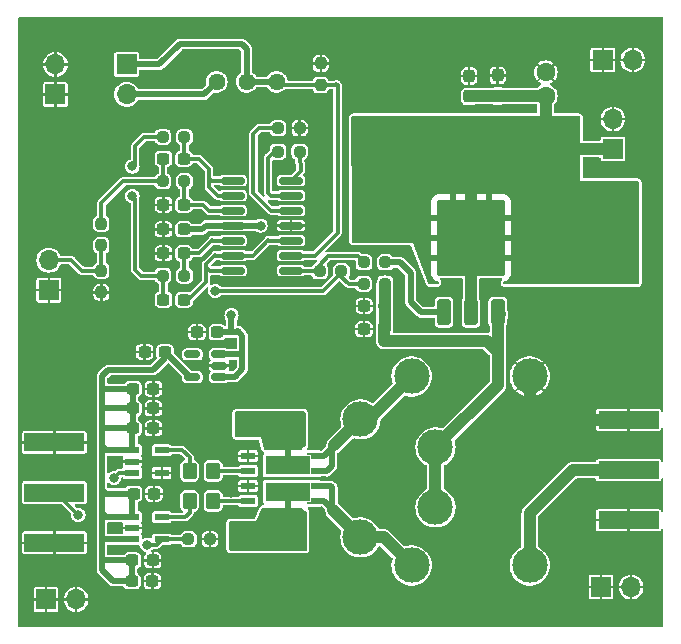
<source format=gtl>
G04 #@! TF.GenerationSoftware,KiCad,Pcbnew,7.0.10*
G04 #@! TF.CreationDate,2024-04-22T16:42:47-07:00*
G04 #@! TF.ProjectId,powerAmp,706f7765-7241-46d7-902e-6b696361645f,rev?*
G04 #@! TF.SameCoordinates,Original*
G04 #@! TF.FileFunction,Copper,L1,Top*
G04 #@! TF.FilePolarity,Positive*
%FSLAX46Y46*%
G04 Gerber Fmt 4.6, Leading zero omitted, Abs format (unit mm)*
G04 Created by KiCad (PCBNEW 7.0.10) date 2024-04-22 16:42:47*
%MOMM*%
%LPD*%
G01*
G04 APERTURE LIST*
G04 Aperture macros list*
%AMRoundRect*
0 Rectangle with rounded corners*
0 $1 Rounding radius*
0 $2 $3 $4 $5 $6 $7 $8 $9 X,Y pos of 4 corners*
0 Add a 4 corners polygon primitive as box body*
4,1,4,$2,$3,$4,$5,$6,$7,$8,$9,$2,$3,0*
0 Add four circle primitives for the rounded corners*
1,1,$1+$1,$2,$3*
1,1,$1+$1,$4,$5*
1,1,$1+$1,$6,$7*
1,1,$1+$1,$8,$9*
0 Add four rect primitives between the rounded corners*
20,1,$1+$1,$2,$3,$4,$5,0*
20,1,$1+$1,$4,$5,$6,$7,0*
20,1,$1+$1,$6,$7,$8,$9,0*
20,1,$1+$1,$8,$9,$2,$3,0*%
G04 Aperture macros list end*
G04 #@! TA.AperFunction,SMDPad,CuDef*
%ADD10R,1.200000X0.600000*%
G04 #@! TD*
G04 #@! TA.AperFunction,SMDPad,CuDef*
%ADD11RoundRect,0.237500X0.250000X0.237500X-0.250000X0.237500X-0.250000X-0.237500X0.250000X-0.237500X0*%
G04 #@! TD*
G04 #@! TA.AperFunction,SMDPad,CuDef*
%ADD12RoundRect,0.250000X-0.350000X-0.450000X0.350000X-0.450000X0.350000X0.450000X-0.350000X0.450000X0*%
G04 #@! TD*
G04 #@! TA.AperFunction,SMDPad,CuDef*
%ADD13RoundRect,0.250000X0.350000X-0.850000X0.350000X0.850000X-0.350000X0.850000X-0.350000X-0.850000X0*%
G04 #@! TD*
G04 #@! TA.AperFunction,SMDPad,CuDef*
%ADD14RoundRect,0.249997X2.650003X-2.950003X2.650003X2.950003X-2.650003X2.950003X-2.650003X-2.950003X0*%
G04 #@! TD*
G04 #@! TA.AperFunction,SMDPad,CuDef*
%ADD15RoundRect,0.250000X1.125000X-1.275000X1.125000X1.275000X-1.125000X1.275000X-1.125000X-1.275000X0*%
G04 #@! TD*
G04 #@! TA.AperFunction,ComponentPad*
%ADD16C,3.000000*%
G04 #@! TD*
G04 #@! TA.AperFunction,SMDPad,CuDef*
%ADD17RoundRect,0.237500X-0.300000X-0.237500X0.300000X-0.237500X0.300000X0.237500X-0.300000X0.237500X0*%
G04 #@! TD*
G04 #@! TA.AperFunction,SMDPad,CuDef*
%ADD18RoundRect,0.150000X-0.825000X-0.150000X0.825000X-0.150000X0.825000X0.150000X-0.825000X0.150000X0*%
G04 #@! TD*
G04 #@! TA.AperFunction,ComponentPad*
%ADD19R,1.700000X1.700000*%
G04 #@! TD*
G04 #@! TA.AperFunction,ComponentPad*
%ADD20O,1.700000X1.700000*%
G04 #@! TD*
G04 #@! TA.AperFunction,SMDPad,CuDef*
%ADD21RoundRect,0.237500X0.237500X-0.250000X0.237500X0.250000X-0.237500X0.250000X-0.237500X-0.250000X0*%
G04 #@! TD*
G04 #@! TA.AperFunction,SMDPad,CuDef*
%ADD22RoundRect,0.237500X-0.250000X-0.237500X0.250000X-0.237500X0.250000X0.237500X-0.250000X0.237500X0*%
G04 #@! TD*
G04 #@! TA.AperFunction,ComponentPad*
%ADD23C,1.600000*%
G04 #@! TD*
G04 #@! TA.AperFunction,SMDPad,CuDef*
%ADD24RoundRect,0.237500X-0.237500X0.250000X-0.237500X-0.250000X0.237500X-0.250000X0.237500X0.250000X0*%
G04 #@! TD*
G04 #@! TA.AperFunction,SMDPad,CuDef*
%ADD25R,5.080000X1.500000*%
G04 #@! TD*
G04 #@! TA.AperFunction,SMDPad,CuDef*
%ADD26R,3.810000X1.650000*%
G04 #@! TD*
G04 #@! TA.AperFunction,SMDPad,CuDef*
%ADD27R,0.710000X0.610000*%
G04 #@! TD*
G04 #@! TA.AperFunction,SMDPad,CuDef*
%ADD28R,0.310000X0.255000*%
G04 #@! TD*
G04 #@! TA.AperFunction,SMDPad,CuDef*
%ADD29R,1.270000X0.610000*%
G04 #@! TD*
G04 #@! TA.AperFunction,SMDPad,CuDef*
%ADD30RoundRect,0.237500X-0.237500X0.300000X-0.237500X-0.300000X0.237500X-0.300000X0.237500X0.300000X0*%
G04 #@! TD*
G04 #@! TA.AperFunction,SMDPad,CuDef*
%ADD31RoundRect,0.237500X0.300000X0.237500X-0.300000X0.237500X-0.300000X-0.237500X0.300000X-0.237500X0*%
G04 #@! TD*
G04 #@! TA.AperFunction,SMDPad,CuDef*
%ADD32RoundRect,0.150000X0.512500X0.150000X-0.512500X0.150000X-0.512500X-0.150000X0.512500X-0.150000X0*%
G04 #@! TD*
G04 #@! TA.AperFunction,ComponentPad*
%ADD33C,1.440000*%
G04 #@! TD*
G04 #@! TA.AperFunction,ViaPad*
%ADD34C,0.800000*%
G04 #@! TD*
G04 #@! TA.AperFunction,Conductor*
%ADD35C,0.500000*%
G04 #@! TD*
G04 #@! TA.AperFunction,Conductor*
%ADD36C,0.304800*%
G04 #@! TD*
G04 #@! TA.AperFunction,Conductor*
%ADD37C,1.000000*%
G04 #@! TD*
G04 APERTURE END LIST*
D10*
X75075000Y-125955000D03*
X75075000Y-126905000D03*
X75075000Y-127855000D03*
X77575000Y-127855000D03*
X77575000Y-125955000D03*
X75075000Y-120305000D03*
X75075000Y-121255000D03*
X75075000Y-122205000D03*
X77575000Y-122205000D03*
X77575000Y-120305000D03*
D11*
X96487500Y-106205000D03*
X94662500Y-106205000D03*
D12*
X81925000Y-124605000D03*
X79925000Y-124605000D03*
X81925000Y-122055000D03*
X79925000Y-122055000D03*
D11*
X92787500Y-105145000D03*
X90962500Y-105145000D03*
D13*
X101475000Y-108620000D03*
X103755000Y-108620000D03*
X106035000Y-108620000D03*
D14*
X103755000Y-102320000D03*
D15*
X105280000Y-100645000D03*
X102230000Y-103995000D03*
X102230000Y-100645000D03*
X105280000Y-103995000D03*
D16*
X100750000Y-120060000D03*
X94400000Y-117680000D03*
X94400000Y-127680000D03*
X100750000Y-125140000D03*
D17*
X75137500Y-115105000D03*
X76862500Y-115105000D03*
X75137500Y-116755000D03*
X76862500Y-116755000D03*
X75062500Y-131380000D03*
X76787500Y-131380000D03*
X75087500Y-129630000D03*
X76812500Y-129630000D03*
D18*
X83582000Y-97465400D03*
X83582000Y-98735400D03*
X83582000Y-100005400D03*
X83582000Y-101275400D03*
X83582000Y-102545400D03*
X83582000Y-103815400D03*
X83582000Y-105085400D03*
X88532000Y-105085400D03*
X88532000Y-103815400D03*
X88532000Y-102545400D03*
X88532000Y-101275400D03*
X88532000Y-100005400D03*
X88532000Y-98735400D03*
X88532000Y-97465400D03*
D17*
X94695000Y-110060000D03*
X96420000Y-110060000D03*
D19*
X68565000Y-90180000D03*
D20*
X68565000Y-87640000D03*
D19*
X114770000Y-131885000D03*
D20*
X117310000Y-131885000D03*
D21*
X91035000Y-89377500D03*
X91035000Y-87552500D03*
D22*
X77672100Y-93775400D03*
X79497100Y-93775400D03*
D23*
X110085000Y-90305000D03*
X110085000Y-88305000D03*
D24*
X72468000Y-101112900D03*
X72468000Y-102937900D03*
D19*
X67780000Y-132925000D03*
D20*
X70320000Y-132925000D03*
D19*
X68009600Y-106750400D03*
D20*
X68009600Y-104210400D03*
D19*
X115775000Y-94800000D03*
D20*
X115775000Y-92260000D03*
D25*
X117092500Y-121980000D03*
X117092500Y-117730000D03*
X117092500Y-126230000D03*
D26*
X88250000Y-121575000D03*
D27*
X90510000Y-120800000D03*
D28*
X90000000Y-120623000D03*
D27*
X90510000Y-122070000D03*
D26*
X88250000Y-123835000D03*
D27*
X90510000Y-123340000D03*
D28*
X90000000Y-124787000D03*
D27*
X90510000Y-124610000D03*
D29*
X84890000Y-124610000D03*
X84890000Y-123340000D03*
X84890000Y-122070000D03*
X84890000Y-120800000D03*
D19*
X114920000Y-87255000D03*
D20*
X117460000Y-87255000D03*
D17*
X80562500Y-110315000D03*
X82287500Y-110315000D03*
D11*
X96517500Y-104395000D03*
X94692500Y-104395000D03*
D17*
X77722100Y-101596000D03*
X79447100Y-101596000D03*
D11*
X89247100Y-95025400D03*
X87422100Y-95025400D03*
D30*
X103605000Y-88622500D03*
X103605000Y-90347500D03*
D31*
X76912500Y-123980000D03*
X75187500Y-123980000D03*
D11*
X89247100Y-93025400D03*
X87422100Y-93025400D03*
D17*
X76117500Y-111980000D03*
X77842500Y-111980000D03*
D11*
X79497100Y-97525400D03*
X77672100Y-97525400D03*
D31*
X79447100Y-99525400D03*
X77722100Y-99525400D03*
D11*
X79497100Y-105525400D03*
X77672100Y-105525400D03*
D31*
X79447100Y-103628000D03*
X77722100Y-103628000D03*
D17*
X94720000Y-108085000D03*
X96445000Y-108085000D03*
D11*
X81662500Y-127830000D03*
X79837500Y-127830000D03*
D30*
X106015000Y-88572500D03*
X106015000Y-90297500D03*
D17*
X77722100Y-95627000D03*
X79447100Y-95627000D03*
D24*
X72468000Y-105112900D03*
X72468000Y-106937900D03*
D25*
X68480000Y-123880000D03*
X68480000Y-128130000D03*
X68480000Y-119630000D03*
D17*
X77722100Y-107565000D03*
X79447100Y-107565000D03*
D19*
X74605000Y-87635000D03*
D20*
X74605000Y-90175000D03*
D31*
X76862500Y-118455000D03*
X75137500Y-118455000D03*
D16*
X98730000Y-130055000D03*
X98730000Y-114055000D03*
X108730000Y-130055000D03*
X108730000Y-114055000D03*
D32*
X82442500Y-114080000D03*
X82442500Y-113130000D03*
X82442500Y-112180000D03*
X80167500Y-112180000D03*
X80167500Y-114080000D03*
D33*
X87315000Y-89115000D03*
X84775000Y-89115000D03*
X82235000Y-89115000D03*
D34*
X78395000Y-121255000D03*
X78415000Y-126945000D03*
X76355000Y-128295000D03*
X75995000Y-110605000D03*
X80775000Y-113115000D03*
X99055000Y-101315000D03*
X96198909Y-101315000D03*
X98015000Y-99895000D03*
X95158909Y-99895000D03*
X114325000Y-105415000D03*
X117031691Y-105419107D03*
X111468909Y-105415000D03*
X108741691Y-105389107D03*
X114325000Y-103855000D03*
X117031691Y-103859107D03*
X111468909Y-103855000D03*
X108741691Y-103829107D03*
X114385000Y-101935000D03*
X117091691Y-101939107D03*
X111528909Y-101935000D03*
X108801691Y-101909107D03*
X114418309Y-99970893D03*
X117125000Y-99975000D03*
X111562218Y-99970893D03*
X108835000Y-99945000D03*
X108825000Y-98095000D03*
X100758309Y-98160893D03*
X103465000Y-98165000D03*
X106125000Y-98115000D03*
X97902218Y-98160893D03*
X95175000Y-98135000D03*
X111465000Y-98115000D03*
X108795000Y-96605000D03*
X100728309Y-96670893D03*
X103435000Y-96675000D03*
X106095000Y-96625000D03*
X97872218Y-96670893D03*
X95145000Y-96645000D03*
X111435000Y-96625000D03*
X108795000Y-94725000D03*
X100728309Y-94790893D03*
X103435000Y-94795000D03*
X106095000Y-94745000D03*
X97872218Y-94790893D03*
X95145000Y-94765000D03*
X111435000Y-94745000D03*
X111455000Y-92955000D03*
X108815000Y-92935000D03*
X106115000Y-92955000D03*
X103455000Y-93005000D03*
X100748309Y-93000893D03*
X97892218Y-93000893D03*
X95165000Y-92975000D03*
X94915000Y-102265000D03*
X82095000Y-106805000D03*
X83475000Y-108885000D03*
X85935000Y-101275000D03*
X90525000Y-100795000D03*
X92935533Y-110569637D03*
X92963811Y-109438512D03*
X92963811Y-108279108D03*
X92992089Y-107176261D03*
X83045000Y-120655000D03*
X83425000Y-123885000D03*
X73545000Y-122635000D03*
X70515000Y-125785000D03*
X78405000Y-115355000D03*
X78505000Y-129205000D03*
X76334600Y-102525400D03*
X73184600Y-96625400D03*
X92605000Y-87355000D03*
X73625000Y-126930000D03*
X78380000Y-114180000D03*
X72195000Y-93535000D03*
X78505000Y-132255000D03*
X78505000Y-131255000D03*
X78355000Y-123455000D03*
X73600000Y-121230000D03*
X83575000Y-119755000D03*
X78405000Y-118705000D03*
X73834600Y-106525400D03*
X78405000Y-117530000D03*
X78405000Y-116455000D03*
X78405000Y-124630000D03*
X90930000Y-91255000D03*
X83445000Y-122885000D03*
X76334600Y-100525400D03*
X74834600Y-109025400D03*
X90430000Y-95505000D03*
X78505000Y-130255000D03*
X75084600Y-96275400D03*
X75084600Y-98775400D03*
X85355000Y-117605000D03*
X86155000Y-118605000D03*
X89155000Y-118405000D03*
X88255000Y-119005000D03*
X86555000Y-117605000D03*
X89255000Y-119505000D03*
X84555000Y-118305000D03*
X88555000Y-117605000D03*
X87555000Y-117905000D03*
X87055000Y-119005000D03*
X87955000Y-127905000D03*
X87955000Y-126605000D03*
X89255000Y-127905000D03*
X89255000Y-126705000D03*
X86755000Y-127905000D03*
X86755000Y-126605000D03*
X85455000Y-126905000D03*
X84055000Y-127905000D03*
X85455000Y-127905000D03*
X84055000Y-126805000D03*
D35*
X75137500Y-116755000D02*
X75137500Y-115105000D01*
X75137500Y-118455000D02*
X75137500Y-116755000D01*
X75075000Y-118517500D02*
X75137500Y-118455000D01*
X75075000Y-120305000D02*
X75075000Y-118517500D01*
X75075000Y-124092500D02*
X75187500Y-123980000D01*
X75075000Y-125955000D02*
X75075000Y-124092500D01*
X75062500Y-129655000D02*
X75087500Y-129630000D01*
X75062500Y-131380000D02*
X75062500Y-129655000D01*
D36*
X77135000Y-128295000D02*
X77575000Y-127855000D01*
X76355000Y-128295000D02*
X77135000Y-128295000D01*
X79925000Y-125585000D02*
X79925000Y-124605000D01*
X79555000Y-125955000D02*
X79925000Y-125585000D01*
X77575000Y-125955000D02*
X79555000Y-125955000D01*
X79925000Y-120915000D02*
X79925000Y-122055000D01*
X79315000Y-120305000D02*
X79925000Y-120915000D01*
X77575000Y-120305000D02*
X79315000Y-120305000D01*
D37*
X103755000Y-108620000D02*
X103755000Y-102320000D01*
D35*
X94915000Y-102265000D02*
X94970000Y-102320000D01*
X94970000Y-102320000D02*
X103755000Y-102320000D01*
D37*
X103755000Y-97365000D02*
X103755000Y-102320000D01*
X106320000Y-94800000D02*
X103755000Y-97365000D01*
X111460000Y-94800000D02*
X106320000Y-94800000D01*
X110085000Y-93425000D02*
X110085000Y-90305000D01*
X111460000Y-94800000D02*
X110085000Y-93425000D01*
X115775000Y-94800000D02*
X111460000Y-94800000D01*
D36*
X92455000Y-89405000D02*
X92365000Y-89315000D01*
X92365000Y-89315000D02*
X92302500Y-89377500D01*
X92455000Y-101875000D02*
X92455000Y-89405000D01*
X92302500Y-89377500D02*
X91035000Y-89377500D01*
X90514600Y-103815400D02*
X92455000Y-101875000D01*
X88532000Y-103815400D02*
X90514600Y-103815400D01*
X91245000Y-106805000D02*
X82095000Y-106805000D01*
X91485000Y-106565000D02*
X91245000Y-106805000D01*
X92787500Y-105145000D02*
X92787500Y-105262500D01*
X92787500Y-105262500D02*
X91485000Y-106565000D01*
D35*
X83475000Y-110245000D02*
X83405000Y-110315000D01*
X83475000Y-108885000D02*
X83475000Y-110245000D01*
X83405000Y-110315000D02*
X82287500Y-110315000D01*
X83895000Y-110315000D02*
X83405000Y-110315000D01*
X85934600Y-101275400D02*
X85935000Y-101275000D01*
X83582000Y-101275400D02*
X85934600Y-101275400D01*
D36*
X70847100Y-105112900D02*
X72468000Y-105112900D01*
X69920400Y-104210400D02*
X70835000Y-105125000D01*
X68009600Y-104210400D02*
X69920400Y-104210400D01*
X70835000Y-105125000D02*
X70847100Y-105112900D01*
X87577500Y-89377500D02*
X87315000Y-89115000D01*
X91035000Y-89377500D02*
X87577500Y-89377500D01*
X91685000Y-103865000D02*
X94162500Y-103865000D01*
X90962500Y-104587500D02*
X91685000Y-103865000D01*
X90962500Y-105145000D02*
X90962500Y-104587500D01*
X94162500Y-103865000D02*
X94692500Y-104395000D01*
X90962500Y-105145000D02*
X88591600Y-105145000D01*
X88591600Y-105145000D02*
X88532000Y-105085400D01*
X93395000Y-106205000D02*
X94662500Y-106205000D01*
X92787500Y-105597500D02*
X93395000Y-106205000D01*
X92787500Y-105145000D02*
X92787500Y-105597500D01*
D35*
X98655000Y-105275000D02*
X98655000Y-107765000D01*
X99510000Y-108620000D02*
X101475000Y-108620000D01*
X97775000Y-104395000D02*
X98655000Y-105275000D01*
X98655000Y-107765000D02*
X99510000Y-108620000D01*
X96517500Y-104395000D02*
X97775000Y-104395000D01*
D37*
X96445000Y-106247500D02*
X96487500Y-106205000D01*
X96445000Y-108085000D02*
X96445000Y-106247500D01*
D35*
X87315000Y-89115000D02*
X84775000Y-89115000D01*
X84775000Y-86345000D02*
X84775000Y-89115000D01*
X84335000Y-85905000D02*
X84775000Y-86345000D01*
X79105000Y-85905000D02*
X84335000Y-85905000D01*
X74605000Y-87635000D02*
X77375000Y-87635000D01*
X77375000Y-87635000D02*
X79105000Y-85905000D01*
X81175000Y-90175000D02*
X82235000Y-89115000D01*
X74605000Y-90175000D02*
X81175000Y-90175000D01*
D37*
X106015000Y-90297500D02*
X103655000Y-90297500D01*
X103655000Y-90297500D02*
X103605000Y-90347500D01*
X106022500Y-90305000D02*
X106015000Y-90297500D01*
X110085000Y-90305000D02*
X106022500Y-90305000D01*
X105132500Y-111052500D02*
X106035000Y-111955000D01*
X96420000Y-111052500D02*
X105132500Y-111052500D01*
X106035000Y-114775000D02*
X106035000Y-111955000D01*
X106035000Y-111955000D02*
X106035000Y-108620000D01*
X96420000Y-111052500D02*
X96420000Y-110060000D01*
X96445000Y-110035000D02*
X96420000Y-110060000D01*
X96445000Y-108085000D02*
X96445000Y-110035000D01*
D35*
X84310000Y-112180000D02*
X84405000Y-112085000D01*
X84405000Y-112085000D02*
X84405000Y-110605000D01*
X84405000Y-113455000D02*
X84405000Y-112085000D01*
X82442500Y-112180000D02*
X84310000Y-112180000D01*
X84005000Y-110205000D02*
X83895000Y-110315000D01*
X84405000Y-110605000D02*
X84005000Y-110205000D01*
X83780000Y-114080000D02*
X84405000Y-113455000D01*
X82442500Y-114080000D02*
X83780000Y-114080000D01*
D37*
X110190000Y-117730000D02*
X117092500Y-117730000D01*
X108730000Y-116270000D02*
X110190000Y-117730000D01*
X108730000Y-114055000D02*
X108730000Y-116270000D01*
X108730000Y-125630000D02*
X112380000Y-121980000D01*
X108730000Y-130055000D02*
X108730000Y-125630000D01*
X112380000Y-121980000D02*
X117092500Y-121980000D01*
X94400000Y-117680000D02*
X92200000Y-119880000D01*
X94400000Y-127680000D02*
X92115000Y-125395000D01*
X96355000Y-127680000D02*
X98730000Y-130055000D01*
X94400000Y-127680000D02*
X96355000Y-127680000D01*
X95105000Y-117680000D02*
X98730000Y-114055000D01*
X94400000Y-117680000D02*
X95105000Y-117680000D01*
D35*
X79942500Y-114080000D02*
X77842500Y-111980000D01*
X80167500Y-114080000D02*
X79942500Y-114080000D01*
D37*
X106220000Y-108805000D02*
X106035000Y-108620000D01*
X96420000Y-108110000D02*
X96445000Y-108085000D01*
X100750000Y-120060000D02*
X106035000Y-114775000D01*
X100750000Y-125140000D02*
X100750000Y-120060000D01*
D35*
X98025000Y-114055000D02*
X98730000Y-114055000D01*
X91330000Y-124610000D02*
X92115000Y-125395000D01*
X92015000Y-123465000D02*
X92015000Y-125295000D01*
X91890000Y-123340000D02*
X92015000Y-123465000D01*
X90510000Y-123340000D02*
X91890000Y-123340000D01*
X92015000Y-125295000D02*
X92115000Y-125395000D01*
X90510000Y-124610000D02*
X91330000Y-124610000D01*
X91975000Y-121635000D02*
X91975000Y-120105000D01*
X91975000Y-120105000D02*
X92200000Y-119880000D01*
X91280000Y-120800000D02*
X92200000Y-119880000D01*
X91540000Y-122070000D02*
X91975000Y-121635000D01*
X90510000Y-122070000D02*
X91540000Y-122070000D01*
X90510000Y-120800000D02*
X91280000Y-120800000D01*
D36*
X84885000Y-124605000D02*
X84890000Y-124610000D01*
X81925000Y-124605000D02*
X84885000Y-124605000D01*
X84875000Y-122055000D02*
X84890000Y-122070000D01*
X81925000Y-122055000D02*
X84875000Y-122055000D01*
X73975000Y-122205000D02*
X73545000Y-122635000D01*
X75075000Y-122205000D02*
X73975000Y-122205000D01*
X79812500Y-127855000D02*
X79837500Y-127830000D01*
X77575000Y-127855000D02*
X79812500Y-127855000D01*
X77505000Y-127785000D02*
X77575000Y-127855000D01*
X68610000Y-123880000D02*
X70515000Y-125785000D01*
X68480000Y-123880000D02*
X68610000Y-123880000D01*
D35*
X72645000Y-115105000D02*
X72505000Y-115245000D01*
X75137500Y-115105000D02*
X72645000Y-115105000D01*
X72505000Y-115245000D02*
X72505000Y-116845000D01*
X72505000Y-114055000D02*
X72505000Y-115245000D01*
X72595000Y-116755000D02*
X72505000Y-116845000D01*
X75137500Y-116755000D02*
X72595000Y-116755000D01*
X72505000Y-116845000D02*
X72505000Y-118285000D01*
X72675000Y-118455000D02*
X72505000Y-118285000D01*
X75137500Y-118455000D02*
X72675000Y-118455000D01*
X72505000Y-118285000D02*
X72505000Y-119975000D01*
X72835000Y-120305000D02*
X72505000Y-119975000D01*
X75075000Y-120305000D02*
X72835000Y-120305000D01*
X72505000Y-119975000D02*
X72505000Y-123615000D01*
X72870000Y-123980000D02*
X72505000Y-123615000D01*
X75187500Y-123980000D02*
X72870000Y-123980000D01*
X72505000Y-123615000D02*
X72505000Y-125615000D01*
X72845000Y-125955000D02*
X72505000Y-125615000D01*
X75075000Y-125955000D02*
X72845000Y-125955000D01*
X72505000Y-125615000D02*
X72505000Y-127915000D01*
X75075000Y-127855000D02*
X72565000Y-127855000D01*
X72505000Y-127915000D02*
X72505000Y-129495000D01*
X72565000Y-127855000D02*
X72505000Y-127915000D01*
X72640000Y-129630000D02*
X72505000Y-129495000D01*
X75087500Y-129630000D02*
X72640000Y-129630000D01*
X72505000Y-129495000D02*
X72505000Y-130445000D01*
X73045000Y-113515000D02*
X72505000Y-114055000D01*
X76855000Y-113515000D02*
X73045000Y-113515000D01*
X72505000Y-130445000D02*
X73440000Y-131380000D01*
X73440000Y-131380000D02*
X75062500Y-131380000D01*
X77842500Y-112527500D02*
X76855000Y-113515000D01*
X77842500Y-111980000D02*
X77842500Y-112527500D01*
X81014000Y-101596000D02*
X81334600Y-101275400D01*
X79447100Y-101596000D02*
X81014000Y-101596000D01*
X81334600Y-101275400D02*
X83582000Y-101275400D01*
D36*
X72468000Y-99392000D02*
X74334600Y-97525400D01*
X72468000Y-101112900D02*
X72468000Y-99392000D01*
X74334600Y-97525400D02*
X77672100Y-97525400D01*
X77672100Y-95677000D02*
X77722100Y-95627000D01*
X77672100Y-97525400D02*
X77672100Y-95677000D01*
X83582000Y-98735400D02*
X82294600Y-98735400D01*
X80686200Y-95627000D02*
X81584600Y-96525400D01*
X82294600Y-98735400D02*
X81584600Y-98025400D01*
X81584600Y-97275400D02*
X81774600Y-97465400D01*
X79497100Y-93775400D02*
X79497100Y-95577000D01*
X79497100Y-95577000D02*
X79447100Y-95627000D01*
X79447100Y-95627000D02*
X80686200Y-95627000D01*
X81584600Y-97025400D02*
X81584600Y-97275400D01*
X81774600Y-97465400D02*
X83582000Y-97465400D01*
X81584600Y-96525400D02*
X81584600Y-97025400D01*
X81584600Y-98025400D02*
X81584600Y-97025400D01*
X79497100Y-105525400D02*
X79497100Y-103678000D01*
X81834600Y-102525400D02*
X81854600Y-102545400D01*
X79497100Y-103678000D02*
X79447100Y-103628000D01*
X79447100Y-103628000D02*
X80732000Y-103628000D01*
X80732000Y-103628000D02*
X81834600Y-102525400D01*
X81854600Y-102545400D02*
X83582000Y-102545400D01*
X81604600Y-100005400D02*
X83582000Y-100005400D01*
X79497100Y-97525400D02*
X79497100Y-99475400D01*
X79447100Y-99525400D02*
X81084600Y-99525400D01*
X81584600Y-100025400D02*
X81604600Y-100005400D01*
X79497100Y-99475400D02*
X79447100Y-99525400D01*
X81084600Y-99525400D02*
X81584600Y-100025400D01*
X77672100Y-105525400D02*
X75834600Y-105525400D01*
X75334600Y-94525400D02*
X76084600Y-93775400D01*
X75334600Y-105025400D02*
X75334600Y-99025400D01*
X77722100Y-107565000D02*
X77722100Y-105575400D01*
X75334600Y-99025400D02*
X75084600Y-98775400D01*
X77722100Y-105575400D02*
X77672100Y-105525400D01*
X75834600Y-105525400D02*
X75334600Y-105025400D01*
X76084600Y-93775400D02*
X77672100Y-93775400D01*
X75084600Y-96275400D02*
X75334600Y-96025400D01*
X75334600Y-96025400D02*
X75334600Y-94525400D01*
X81644600Y-105085400D02*
X81334600Y-104775400D01*
X81334600Y-106025400D02*
X81334600Y-104775400D01*
X83582000Y-105085400D02*
X81644600Y-105085400D01*
X82124600Y-103815400D02*
X83582000Y-103815400D01*
X81334600Y-104775400D02*
X81334600Y-104525400D01*
X82084600Y-103775400D02*
X82124600Y-103815400D01*
X79795000Y-107565000D02*
X81334600Y-106025400D01*
X85294600Y-103815400D02*
X86584600Y-102525400D01*
X83582000Y-103815400D02*
X85294600Y-103815400D01*
X79447100Y-107565000D02*
X79795000Y-107565000D01*
X81334600Y-104525400D02*
X82084600Y-103775400D01*
X86604600Y-102545400D02*
X88532000Y-102545400D01*
X86584600Y-102525400D02*
X86604600Y-102545400D01*
X89247100Y-95937900D02*
X89247100Y-95025400D01*
X89334600Y-96662800D02*
X89334600Y-96025400D01*
X89334600Y-96025400D02*
X89247100Y-95937900D01*
X88532000Y-97465400D02*
X89334600Y-96662800D01*
X86874600Y-98735400D02*
X88532000Y-98735400D01*
X86584600Y-98525400D02*
X86834600Y-98775400D01*
X86584600Y-95525400D02*
X86584600Y-98525400D01*
X87422100Y-95025400D02*
X87084600Y-95025400D01*
X87084600Y-95025400D02*
X86584600Y-95525400D01*
X86834600Y-98775400D02*
X86874600Y-98735400D01*
X85334600Y-93525400D02*
X85834600Y-93025400D01*
X85334600Y-98525400D02*
X85334600Y-93525400D01*
X85834600Y-93025400D02*
X87422100Y-93025400D01*
X86814600Y-100005400D02*
X85334600Y-98525400D01*
X88532000Y-100005400D02*
X86814600Y-100005400D01*
D35*
X72405500Y-105175400D02*
X72468000Y-105112900D01*
D36*
X72468000Y-102937900D02*
X72468000Y-105112900D01*
X72395500Y-105040400D02*
X72468000Y-105112900D01*
G04 #@! TA.AperFunction,Conductor*
G36*
X119984201Y-83654407D02*
G01*
X120020165Y-83703907D01*
X120025009Y-83734487D01*
X120025816Y-92061998D01*
X120028225Y-116939106D01*
X120009323Y-116997299D01*
X119959827Y-117033268D01*
X119898641Y-117033274D01*
X119849138Y-116997314D01*
X119832127Y-116958429D01*
X119820896Y-116901963D01*
X119776693Y-116835810D01*
X119776689Y-116835806D01*
X119710536Y-116791603D01*
X119652200Y-116780000D01*
X117192501Y-116780000D01*
X117192500Y-116780001D01*
X117192500Y-118679999D01*
X117192501Y-118680000D01*
X119652197Y-118680000D01*
X119652200Y-118679999D01*
X119710536Y-118668396D01*
X119776689Y-118624193D01*
X119776693Y-118624189D01*
X119820896Y-118558036D01*
X119820896Y-118558035D01*
X119832281Y-118500800D01*
X119862177Y-118447415D01*
X119917742Y-118421799D01*
X119977752Y-118433736D01*
X120019285Y-118478665D01*
X120028379Y-118520103D01*
X120028637Y-121188612D01*
X120009735Y-121246805D01*
X119960239Y-121282774D01*
X119899053Y-121282780D01*
X119849550Y-121246820D01*
X119832539Y-121207939D01*
X119821367Y-121151769D01*
X119777052Y-121085448D01*
X119740727Y-121061176D01*
X119710733Y-121041134D01*
X119710731Y-121041133D01*
X119710728Y-121041132D01*
X119710727Y-121041132D01*
X119652258Y-121029501D01*
X119652248Y-121029500D01*
X114532752Y-121029500D01*
X114532751Y-121029500D01*
X114532741Y-121029501D01*
X114474272Y-121041132D01*
X114474266Y-121041134D01*
X114407951Y-121085445D01*
X114407945Y-121085451D01*
X114363634Y-121151766D01*
X114363632Y-121151772D01*
X114354075Y-121199816D01*
X114324178Y-121253199D01*
X114268612Y-121278814D01*
X114256978Y-121279500D01*
X112404155Y-121279500D01*
X112398177Y-121279319D01*
X112395007Y-121279127D01*
X112337395Y-121275641D01*
X112277470Y-121286622D01*
X112271562Y-121287521D01*
X112211126Y-121294860D01*
X112199529Y-121299258D01*
X112182282Y-121304066D01*
X112170067Y-121306305D01*
X112114534Y-121331298D01*
X112109013Y-121333585D01*
X112052070Y-121355181D01*
X112041852Y-121362234D01*
X112026261Y-121371027D01*
X112014948Y-121376119D01*
X112014944Y-121376122D01*
X111967003Y-121413680D01*
X111962190Y-121417221D01*
X111912071Y-121451816D01*
X111871688Y-121497398D01*
X111867591Y-121501751D01*
X108251743Y-125117598D01*
X108247390Y-125121695D01*
X108201816Y-125162071D01*
X108167224Y-125212186D01*
X108163690Y-125216988D01*
X108162152Y-125218953D01*
X108126121Y-125264944D01*
X108126120Y-125264944D01*
X108121028Y-125276259D01*
X108112230Y-125291858D01*
X108105181Y-125302070D01*
X108105180Y-125302071D01*
X108083593Y-125358993D01*
X108081306Y-125364515D01*
X108056305Y-125420066D01*
X108056302Y-125420074D01*
X108054065Y-125432282D01*
X108049258Y-125449527D01*
X108044860Y-125461125D01*
X108037521Y-125521561D01*
X108036622Y-125527469D01*
X108025641Y-125587395D01*
X108029319Y-125648175D01*
X108029500Y-125654154D01*
X108029500Y-128442724D01*
X108010593Y-128500915D01*
X107973455Y-128531920D01*
X107877370Y-128578192D01*
X107774013Y-128648660D01*
X107726588Y-128680994D01*
X107666776Y-128721773D01*
X107479951Y-128895121D01*
X107479940Y-128895133D01*
X107321047Y-129094379D01*
X107321043Y-129094384D01*
X107321041Y-129094388D01*
X107268288Y-129185759D01*
X107193608Y-129315109D01*
X107193604Y-129315118D01*
X107100492Y-129552360D01*
X107043779Y-129800838D01*
X107043777Y-129800847D01*
X107024732Y-130054997D01*
X107024732Y-130055002D01*
X107043777Y-130309152D01*
X107043779Y-130309161D01*
X107100492Y-130557639D01*
X107193604Y-130794881D01*
X107193608Y-130794890D01*
X107205048Y-130814704D01*
X107321041Y-131015612D01*
X107321045Y-131015618D01*
X107321047Y-131015620D01*
X107479940Y-131214866D01*
X107479951Y-131214878D01*
X107666776Y-131388226D01*
X107666778Y-131388227D01*
X107666783Y-131388232D01*
X107877366Y-131531805D01*
X108106996Y-131642389D01*
X108350542Y-131717513D01*
X108602565Y-131755500D01*
X108602570Y-131755500D01*
X108857430Y-131755500D01*
X108857435Y-131755500D01*
X109109458Y-131717513D01*
X109353004Y-131642389D01*
X109582634Y-131531805D01*
X109793217Y-131388232D01*
X109980050Y-131214877D01*
X110138959Y-131015612D01*
X110266393Y-130794888D01*
X110359508Y-130557637D01*
X110416222Y-130309157D01*
X110435268Y-130055000D01*
X110416222Y-129800843D01*
X110359508Y-129552363D01*
X110344796Y-129514879D01*
X110277146Y-129342511D01*
X110266393Y-129315112D01*
X110138959Y-129094388D01*
X110087467Y-129029819D01*
X109980059Y-128895133D01*
X109980048Y-128895121D01*
X109793223Y-128721773D01*
X109793220Y-128721771D01*
X109793217Y-128721768D01*
X109582634Y-128578195D01*
X109582631Y-128578194D01*
X109582629Y-128578192D01*
X109486545Y-128531920D01*
X109442321Y-128489636D01*
X109430500Y-128442724D01*
X109430500Y-126999700D01*
X114352500Y-126999700D01*
X114364103Y-127058036D01*
X114408306Y-127124189D01*
X114408310Y-127124193D01*
X114474463Y-127168396D01*
X114532799Y-127179999D01*
X114532803Y-127180000D01*
X116992499Y-127180000D01*
X116992500Y-127179999D01*
X116992500Y-126330001D01*
X116992499Y-126330000D01*
X114352501Y-126330000D01*
X114352500Y-126330001D01*
X114352500Y-126999700D01*
X109430500Y-126999700D01*
X109430500Y-126129999D01*
X114352500Y-126129999D01*
X114352501Y-126130000D01*
X116992499Y-126130000D01*
X116992500Y-126129999D01*
X116992500Y-125280001D01*
X116992499Y-125280000D01*
X114532799Y-125280000D01*
X114474463Y-125291603D01*
X114408310Y-125335806D01*
X114408306Y-125335810D01*
X114364103Y-125401963D01*
X114352500Y-125460299D01*
X114352500Y-126129999D01*
X109430500Y-126129999D01*
X109430500Y-125961164D01*
X109449407Y-125902973D01*
X109459496Y-125891160D01*
X112641160Y-122709496D01*
X112695677Y-122681719D01*
X112711164Y-122680500D01*
X114256978Y-122680500D01*
X114315169Y-122699407D01*
X114351133Y-122748907D01*
X114354075Y-122760184D01*
X114363632Y-122808227D01*
X114363634Y-122808233D01*
X114406787Y-122872815D01*
X114407948Y-122874552D01*
X114474269Y-122918867D01*
X114518731Y-122927711D01*
X114532741Y-122930498D01*
X114532746Y-122930498D01*
X114532752Y-122930500D01*
X114532753Y-122930500D01*
X119652247Y-122930500D01*
X119652248Y-122930500D01*
X119710731Y-122918867D01*
X119777052Y-122874552D01*
X119821367Y-122808231D01*
X119832693Y-122751291D01*
X119862589Y-122697909D01*
X119918154Y-122672293D01*
X119978164Y-122684230D01*
X120019696Y-122729160D01*
X120028790Y-122770597D01*
X120029049Y-125443247D01*
X120010147Y-125501440D01*
X119960651Y-125537409D01*
X119899465Y-125537415D01*
X119849962Y-125501456D01*
X119832951Y-125462570D01*
X119820896Y-125401964D01*
X119820896Y-125401963D01*
X119776693Y-125335810D01*
X119776689Y-125335806D01*
X119710536Y-125291603D01*
X119652200Y-125280000D01*
X117192501Y-125280000D01*
X117192500Y-125280001D01*
X117192500Y-127179999D01*
X117192501Y-127180000D01*
X119652197Y-127180000D01*
X119652200Y-127179999D01*
X119710536Y-127168396D01*
X119776689Y-127124193D01*
X119776693Y-127124189D01*
X119820896Y-127058036D01*
X119820896Y-127058035D01*
X119833103Y-126996664D01*
X119862998Y-126943279D01*
X119918563Y-126917662D01*
X119978573Y-126929598D01*
X120020106Y-126974527D01*
X120029201Y-127015966D01*
X120029500Y-130093000D01*
X120029500Y-135155500D01*
X120010593Y-135213691D01*
X119961093Y-135249655D01*
X119930500Y-135254500D01*
X65504500Y-135254500D01*
X65446309Y-135235593D01*
X65410345Y-135186093D01*
X65405500Y-135155500D01*
X65405500Y-133794700D01*
X66730000Y-133794700D01*
X66741603Y-133853036D01*
X66785806Y-133919189D01*
X66785810Y-133919193D01*
X66851963Y-133963396D01*
X66910299Y-133974999D01*
X66910303Y-133975000D01*
X67679999Y-133975000D01*
X67680000Y-133974999D01*
X67680000Y-133415764D01*
X67744237Y-133425000D01*
X67815763Y-133425000D01*
X67880000Y-133415764D01*
X67880000Y-133974999D01*
X67880001Y-133975000D01*
X68649697Y-133975000D01*
X68649700Y-133974999D01*
X68708036Y-133963396D01*
X68774189Y-133919193D01*
X68774193Y-133919189D01*
X68818396Y-133853036D01*
X68829999Y-133794700D01*
X68830000Y-133794697D01*
X68830000Y-133025001D01*
X68829999Y-133025000D01*
X69274767Y-133025000D01*
X69285190Y-133130831D01*
X69285191Y-133130836D01*
X69345232Y-133328762D01*
X69345234Y-133328767D01*
X69442724Y-133511160D01*
X69442731Y-133511170D01*
X69573940Y-133671050D01*
X69573949Y-133671059D01*
X69733829Y-133802268D01*
X69733839Y-133802275D01*
X69916232Y-133899765D01*
X69916237Y-133899767D01*
X70114166Y-133959808D01*
X70219998Y-133970231D01*
X70220000Y-133970230D01*
X70220000Y-133415764D01*
X70284237Y-133425000D01*
X70355763Y-133425000D01*
X70420000Y-133415764D01*
X70420000Y-133970230D01*
X70420001Y-133970231D01*
X70525833Y-133959808D01*
X70723762Y-133899767D01*
X70723767Y-133899765D01*
X70906160Y-133802275D01*
X70906170Y-133802268D01*
X71066050Y-133671059D01*
X71066059Y-133671050D01*
X71197268Y-133511170D01*
X71197275Y-133511160D01*
X71294765Y-133328767D01*
X71294767Y-133328762D01*
X71354808Y-133130836D01*
X71354809Y-133130831D01*
X71365232Y-133025000D01*
X70811746Y-133025000D01*
X70820000Y-132996889D01*
X70820000Y-132853111D01*
X70811746Y-132825000D01*
X71365232Y-132825000D01*
X71365232Y-132824999D01*
X71358308Y-132754700D01*
X113720000Y-132754700D01*
X113731603Y-132813036D01*
X113775806Y-132879189D01*
X113775810Y-132879193D01*
X113841963Y-132923396D01*
X113900299Y-132934999D01*
X113900303Y-132935000D01*
X114669999Y-132935000D01*
X114670000Y-132934999D01*
X114670000Y-132375764D01*
X114734237Y-132385000D01*
X114805763Y-132385000D01*
X114870000Y-132375764D01*
X114870000Y-132934999D01*
X114870001Y-132935000D01*
X115639697Y-132935000D01*
X115639700Y-132934999D01*
X115698036Y-132923396D01*
X115764189Y-132879193D01*
X115764193Y-132879189D01*
X115808396Y-132813036D01*
X115819999Y-132754700D01*
X115820000Y-132754697D01*
X115820000Y-131985001D01*
X115819999Y-131985000D01*
X116264767Y-131985000D01*
X116275190Y-132090831D01*
X116275191Y-132090836D01*
X116335232Y-132288762D01*
X116335234Y-132288767D01*
X116432724Y-132471160D01*
X116432731Y-132471170D01*
X116563940Y-132631050D01*
X116563949Y-132631059D01*
X116723829Y-132762268D01*
X116723839Y-132762275D01*
X116906232Y-132859765D01*
X116906237Y-132859767D01*
X117104166Y-132919808D01*
X117209998Y-132930231D01*
X117210000Y-132930230D01*
X117210000Y-132375764D01*
X117274237Y-132385000D01*
X117345763Y-132385000D01*
X117410000Y-132375764D01*
X117410000Y-132930230D01*
X117410001Y-132930231D01*
X117515833Y-132919808D01*
X117713762Y-132859767D01*
X117713767Y-132859765D01*
X117896160Y-132762275D01*
X117896170Y-132762268D01*
X118056050Y-132631059D01*
X118056059Y-132631050D01*
X118187268Y-132471170D01*
X118187275Y-132471160D01*
X118284765Y-132288767D01*
X118284767Y-132288762D01*
X118344808Y-132090836D01*
X118344809Y-132090831D01*
X118355232Y-131985000D01*
X117801746Y-131985000D01*
X117810000Y-131956889D01*
X117810000Y-131813111D01*
X117801746Y-131785000D01*
X118355232Y-131785000D01*
X118355232Y-131784999D01*
X118344809Y-131679168D01*
X118344808Y-131679163D01*
X118284767Y-131481237D01*
X118284765Y-131481232D01*
X118187275Y-131298839D01*
X118187268Y-131298829D01*
X118056059Y-131138949D01*
X118056050Y-131138940D01*
X117896170Y-131007731D01*
X117896160Y-131007724D01*
X117713767Y-130910234D01*
X117713762Y-130910232D01*
X117515836Y-130850191D01*
X117515831Y-130850190D01*
X117410000Y-130839767D01*
X117410000Y-131394235D01*
X117345763Y-131385000D01*
X117274237Y-131385000D01*
X117210000Y-131394235D01*
X117210000Y-130839767D01*
X117209999Y-130839767D01*
X117104168Y-130850190D01*
X117104163Y-130850191D01*
X116906237Y-130910232D01*
X116906232Y-130910234D01*
X116723839Y-131007724D01*
X116723829Y-131007731D01*
X116563949Y-131138940D01*
X116563940Y-131138949D01*
X116432731Y-131298829D01*
X116432724Y-131298839D01*
X116335234Y-131481232D01*
X116335232Y-131481237D01*
X116275191Y-131679163D01*
X116275190Y-131679168D01*
X116264767Y-131784999D01*
X116264768Y-131785000D01*
X116818254Y-131785000D01*
X116810000Y-131813111D01*
X116810000Y-131956889D01*
X116818254Y-131985000D01*
X116264767Y-131985000D01*
X115819999Y-131985000D01*
X115261746Y-131985000D01*
X115270000Y-131956889D01*
X115270000Y-131813111D01*
X115261746Y-131785000D01*
X115819999Y-131785000D01*
X115820000Y-131784999D01*
X115820000Y-131015302D01*
X115819999Y-131015299D01*
X115808396Y-130956963D01*
X115764193Y-130890810D01*
X115764189Y-130890806D01*
X115698036Y-130846603D01*
X115639700Y-130835000D01*
X114870001Y-130835000D01*
X114870000Y-130835001D01*
X114870000Y-131394235D01*
X114805763Y-131385000D01*
X114734237Y-131385000D01*
X114670000Y-131394235D01*
X114670000Y-130835001D01*
X114669999Y-130835000D01*
X113900299Y-130835000D01*
X113841963Y-130846603D01*
X113775810Y-130890806D01*
X113775806Y-130890810D01*
X113731603Y-130956963D01*
X113720000Y-131015299D01*
X113720000Y-131784999D01*
X113720001Y-131785000D01*
X114278254Y-131785000D01*
X114270000Y-131813111D01*
X114270000Y-131956889D01*
X114278254Y-131985000D01*
X113720001Y-131985000D01*
X113720000Y-131985001D01*
X113720000Y-132754700D01*
X71358308Y-132754700D01*
X71354809Y-132719168D01*
X71354808Y-132719163D01*
X71294767Y-132521237D01*
X71294765Y-132521232D01*
X71197275Y-132338839D01*
X71197268Y-132338829D01*
X71066059Y-132178949D01*
X71066050Y-132178940D01*
X70906170Y-132047731D01*
X70906160Y-132047724D01*
X70723767Y-131950234D01*
X70723762Y-131950232D01*
X70525836Y-131890191D01*
X70525831Y-131890190D01*
X70420000Y-131879767D01*
X70420000Y-132434235D01*
X70355763Y-132425000D01*
X70284237Y-132425000D01*
X70220000Y-132434235D01*
X70220000Y-131879767D01*
X70219999Y-131879767D01*
X70114168Y-131890190D01*
X70114163Y-131890191D01*
X69916237Y-131950232D01*
X69916232Y-131950234D01*
X69733839Y-132047724D01*
X69733829Y-132047731D01*
X69573949Y-132178940D01*
X69573940Y-132178949D01*
X69442731Y-132338829D01*
X69442724Y-132338839D01*
X69345234Y-132521232D01*
X69345232Y-132521237D01*
X69285191Y-132719163D01*
X69285190Y-132719168D01*
X69274767Y-132824999D01*
X69274768Y-132825000D01*
X69828254Y-132825000D01*
X69820000Y-132853111D01*
X69820000Y-132996889D01*
X69828254Y-133025000D01*
X69274767Y-133025000D01*
X68829999Y-133025000D01*
X68271746Y-133025000D01*
X68280000Y-132996889D01*
X68280000Y-132853111D01*
X68271746Y-132825000D01*
X68829999Y-132825000D01*
X68830000Y-132824999D01*
X68830000Y-132055302D01*
X68829999Y-132055299D01*
X68818396Y-131996963D01*
X68774193Y-131930810D01*
X68774189Y-131930806D01*
X68708036Y-131886603D01*
X68649700Y-131875000D01*
X67880001Y-131875000D01*
X67880000Y-131875001D01*
X67880000Y-132434235D01*
X67815763Y-132425000D01*
X67744237Y-132425000D01*
X67680000Y-132434235D01*
X67680000Y-131875001D01*
X67679999Y-131875000D01*
X66910299Y-131875000D01*
X66851963Y-131886603D01*
X66785810Y-131930806D01*
X66785806Y-131930810D01*
X66741603Y-131996963D01*
X66730000Y-132055299D01*
X66730000Y-132824999D01*
X66730001Y-132825000D01*
X67288254Y-132825000D01*
X67280000Y-132853111D01*
X67280000Y-132996889D01*
X67288254Y-133025000D01*
X66730001Y-133025000D01*
X66730000Y-133025001D01*
X66730000Y-133794700D01*
X65405500Y-133794700D01*
X65405500Y-130462038D01*
X72049730Y-130462038D01*
X72060444Y-130518664D01*
X72061064Y-130522312D01*
X72069652Y-130579287D01*
X72071840Y-130586381D01*
X72071417Y-130586511D01*
X72072109Y-130588613D01*
X72072526Y-130588468D01*
X72074975Y-130595468D01*
X72101906Y-130646424D01*
X72103574Y-130649728D01*
X72128574Y-130701641D01*
X72132753Y-130707770D01*
X72132389Y-130708017D01*
X72133677Y-130709831D01*
X72134030Y-130709571D01*
X72138434Y-130715538D01*
X72179199Y-130756304D01*
X72181768Y-130758971D01*
X72220944Y-130801194D01*
X72226743Y-130805818D01*
X72226467Y-130806163D01*
X72237600Y-130814704D01*
X73099629Y-131676732D01*
X73107025Y-131685009D01*
X73130121Y-131713970D01*
X73163844Y-131736962D01*
X73177745Y-131746440D01*
X73180757Y-131748577D01*
X73227118Y-131782793D01*
X73227121Y-131782794D01*
X73233677Y-131786259D01*
X73233469Y-131786651D01*
X73235450Y-131787651D01*
X73235643Y-131787253D01*
X73242327Y-131790472D01*
X73297407Y-131807461D01*
X73300909Y-131808613D01*
X73355301Y-131827646D01*
X73355302Y-131827646D01*
X73362593Y-131829026D01*
X73362510Y-131829460D01*
X73364697Y-131829831D01*
X73364763Y-131829394D01*
X73372096Y-131830499D01*
X73372098Y-131830500D01*
X73429700Y-131830500D01*
X73433402Y-131830569D01*
X73434768Y-131830620D01*
X73491010Y-131832725D01*
X73491016Y-131832723D01*
X73498384Y-131831894D01*
X73498433Y-131832332D01*
X73512347Y-131830500D01*
X74325353Y-131830500D01*
X74383544Y-131849407D01*
X74405006Y-131870709D01*
X74449289Y-131930711D01*
X74449292Y-131930713D01*
X74449293Y-131930714D01*
X74555523Y-132009115D01*
X74555524Y-132009115D01*
X74555525Y-132009116D01*
X74680151Y-132052725D01*
X74704412Y-132055000D01*
X74709733Y-132055499D01*
X74709738Y-132055500D01*
X74709744Y-132055500D01*
X75415262Y-132055500D01*
X75415265Y-132055499D01*
X75444849Y-132052725D01*
X75569475Y-132009116D01*
X75675711Y-131930711D01*
X75754116Y-131824475D01*
X75797725Y-131699849D01*
X75800500Y-131670256D01*
X75800500Y-131670201D01*
X76050000Y-131670201D01*
X76052771Y-131699758D01*
X76052772Y-131699759D01*
X76096330Y-131824240D01*
X76174641Y-131930348D01*
X76174651Y-131930358D01*
X76280759Y-132008669D01*
X76405240Y-132052227D01*
X76405241Y-132052228D01*
X76434799Y-132055000D01*
X76687499Y-132055000D01*
X76687500Y-132054999D01*
X76887500Y-132054999D01*
X76887501Y-132055000D01*
X77140201Y-132055000D01*
X77169758Y-132052228D01*
X77169759Y-132052227D01*
X77294240Y-132008669D01*
X77400348Y-131930358D01*
X77400358Y-131930348D01*
X77478669Y-131824240D01*
X77522227Y-131699759D01*
X77522228Y-131699758D01*
X77525000Y-131670201D01*
X77525000Y-131480001D01*
X77524999Y-131480000D01*
X76887501Y-131480000D01*
X76887500Y-131480001D01*
X76887500Y-132054999D01*
X76687500Y-132054999D01*
X76687500Y-131480001D01*
X76687499Y-131480000D01*
X76050001Y-131480000D01*
X76050000Y-131480001D01*
X76050000Y-131670201D01*
X75800500Y-131670201D01*
X75800500Y-131279999D01*
X76050000Y-131279999D01*
X76050001Y-131280000D01*
X76687499Y-131280000D01*
X76687500Y-131279999D01*
X76887500Y-131279999D01*
X76887501Y-131280000D01*
X77524999Y-131280000D01*
X77525000Y-131279999D01*
X77525000Y-131089798D01*
X77522228Y-131060241D01*
X77522227Y-131060240D01*
X77478669Y-130935759D01*
X77400358Y-130829651D01*
X77400348Y-130829641D01*
X77294240Y-130751330D01*
X77169759Y-130707772D01*
X77169758Y-130707771D01*
X77140201Y-130705000D01*
X76887501Y-130705000D01*
X76887500Y-130705001D01*
X76887500Y-131279999D01*
X76687500Y-131279999D01*
X76687500Y-130705001D01*
X76687499Y-130705000D01*
X76434799Y-130705000D01*
X76405241Y-130707771D01*
X76405240Y-130707772D01*
X76280759Y-130751330D01*
X76174651Y-130829641D01*
X76174641Y-130829651D01*
X76096330Y-130935759D01*
X76052772Y-131060240D01*
X76052771Y-131060241D01*
X76050000Y-131089798D01*
X76050000Y-131279999D01*
X75800500Y-131279999D01*
X75800500Y-131089744D01*
X75800500Y-131089738D01*
X75800499Y-131089733D01*
X75797725Y-131060155D01*
X75797725Y-131060151D01*
X75754116Y-130935525D01*
X75749669Y-130929500D01*
X75675714Y-130829293D01*
X75675713Y-130829292D01*
X75675711Y-130829289D01*
X75675706Y-130829285D01*
X75569477Y-130750884D01*
X75565737Y-130748908D01*
X75523126Y-130704999D01*
X75513000Y-130661382D01*
X75513000Y-130357869D01*
X75531907Y-130299678D01*
X75579302Y-130264424D01*
X75594475Y-130259116D01*
X75700711Y-130180711D01*
X75779116Y-130074475D01*
X75822725Y-129949849D01*
X75825500Y-129920256D01*
X75825500Y-129920201D01*
X76075000Y-129920201D01*
X76077771Y-129949758D01*
X76077772Y-129949759D01*
X76121330Y-130074240D01*
X76199641Y-130180348D01*
X76199651Y-130180358D01*
X76305759Y-130258669D01*
X76430240Y-130302227D01*
X76430241Y-130302228D01*
X76459799Y-130305000D01*
X76712499Y-130305000D01*
X76712500Y-130304999D01*
X76912500Y-130304999D01*
X76912501Y-130305000D01*
X77165201Y-130305000D01*
X77194758Y-130302228D01*
X77194759Y-130302227D01*
X77319240Y-130258669D01*
X77425348Y-130180358D01*
X77425358Y-130180348D01*
X77503669Y-130074240D01*
X77547227Y-129949759D01*
X77547228Y-129949758D01*
X77550000Y-129920201D01*
X77550000Y-129730001D01*
X77549999Y-129730000D01*
X76912501Y-129730000D01*
X76912500Y-129730001D01*
X76912500Y-130304999D01*
X76712500Y-130304999D01*
X76712500Y-129730001D01*
X76712499Y-129730000D01*
X76075001Y-129730000D01*
X76075000Y-129730001D01*
X76075000Y-129920201D01*
X75825500Y-129920201D01*
X75825500Y-129339744D01*
X75825500Y-129339738D01*
X75825499Y-129339733D01*
X75825284Y-129337441D01*
X75822725Y-129310151D01*
X75779116Y-129185525D01*
X75774669Y-129179500D01*
X75700714Y-129079293D01*
X75700713Y-129079292D01*
X75700711Y-129079289D01*
X75700706Y-129079285D01*
X75594476Y-129000884D01*
X75469852Y-128957276D01*
X75469851Y-128957275D01*
X75469849Y-128957275D01*
X75469847Y-128957274D01*
X75469844Y-128957274D01*
X75440266Y-128954500D01*
X75440256Y-128954500D01*
X74734744Y-128954500D01*
X74734733Y-128954500D01*
X74705155Y-128957274D01*
X74705147Y-128957276D01*
X74580523Y-129000884D01*
X74474293Y-129079285D01*
X74474289Y-129079289D01*
X74430007Y-129139288D01*
X74380241Y-129174881D01*
X74350353Y-129179500D01*
X73054500Y-129179500D01*
X72996309Y-129160593D01*
X72960345Y-129111093D01*
X72955500Y-129080500D01*
X72955500Y-128404500D01*
X72974407Y-128346309D01*
X73023907Y-128310345D01*
X73054500Y-128305500D01*
X74309318Y-128305500D01*
X74364320Y-128322185D01*
X74396769Y-128343867D01*
X74441231Y-128352711D01*
X74455241Y-128355498D01*
X74455246Y-128355498D01*
X74455252Y-128355500D01*
X74455253Y-128355500D01*
X75670462Y-128355500D01*
X75728653Y-128374407D01*
X75764617Y-128423907D01*
X75768615Y-128441577D01*
X75769956Y-128451762D01*
X75830462Y-128597838D01*
X75830462Y-128597839D01*
X75872384Y-128652473D01*
X75926718Y-128723282D01*
X76052159Y-128819536D01*
X76198238Y-128880044D01*
X76198244Y-128880044D01*
X76199109Y-128880277D01*
X76199653Y-128880630D01*
X76204232Y-128882527D01*
X76203880Y-128883375D01*
X76250425Y-128913597D01*
X76272356Y-128970717D01*
X76256524Y-129029819D01*
X76232281Y-129055560D01*
X76199648Y-129079644D01*
X76199641Y-129079651D01*
X76121330Y-129185759D01*
X76077772Y-129310240D01*
X76077771Y-129310241D01*
X76075000Y-129339798D01*
X76075000Y-129529999D01*
X76075001Y-129530000D01*
X76712499Y-129530000D01*
X76712500Y-129529999D01*
X76912500Y-129529999D01*
X76912501Y-129530000D01*
X77549999Y-129530000D01*
X77550000Y-129529999D01*
X77550000Y-129339798D01*
X77547228Y-129310241D01*
X77547227Y-129310240D01*
X77503669Y-129185759D01*
X77425358Y-129079651D01*
X77425348Y-129079641D01*
X77319240Y-129001330D01*
X77194759Y-128957772D01*
X77194758Y-128957771D01*
X77165201Y-128955000D01*
X76912501Y-128955000D01*
X76912500Y-128955001D01*
X76912500Y-129529999D01*
X76712500Y-129529999D01*
X76712500Y-128955001D01*
X76691942Y-128934443D01*
X76664165Y-128879926D01*
X76673736Y-128819494D01*
X76701674Y-128785901D01*
X76783282Y-128723282D01*
X76798055Y-128704029D01*
X76811404Y-128686633D01*
X76819600Y-128681000D01*
X83049500Y-128681000D01*
X83050106Y-128686633D01*
X83054197Y-128724685D01*
X83065404Y-128776199D01*
X83067889Y-128786371D01*
X83067889Y-128786372D01*
X83067890Y-128786373D01*
X83110900Y-128867085D01*
X83156655Y-128919889D01*
X83156667Y-128919901D01*
X83174247Y-128937844D01*
X83174249Y-128937846D01*
X83254058Y-128982488D01*
X83254062Y-128982490D01*
X83295294Y-128994597D01*
X83321102Y-129002175D01*
X83379000Y-129010500D01*
X83379001Y-129010500D01*
X89730995Y-129010500D01*
X89731000Y-129010500D01*
X89774684Y-129005803D01*
X89826195Y-128994597D01*
X89836373Y-128992110D01*
X89917085Y-128949100D01*
X89969889Y-128903345D01*
X89987843Y-128885754D01*
X89987844Y-128885751D01*
X89987846Y-128885750D01*
X90032488Y-128805941D01*
X90032490Y-128805937D01*
X90052173Y-128738904D01*
X90052175Y-128738898D01*
X90060500Y-128681000D01*
X90060500Y-125532100D01*
X90057854Y-125499226D01*
X90051680Y-125461128D01*
X90051509Y-125460072D01*
X90051506Y-125460061D01*
X90017461Y-125375749D01*
X90017455Y-125375738D01*
X90004246Y-125356713D01*
X89977609Y-125318348D01*
X89962036Y-125298614D01*
X89962034Y-125298612D01*
X89956576Y-125294740D01*
X89920059Y-125245647D01*
X89919373Y-125184465D01*
X89954780Y-125134565D01*
X90012755Y-125115006D01*
X90013865Y-125115000D01*
X90125311Y-125115000D01*
X90135012Y-125115476D01*
X90135248Y-125115499D01*
X90135252Y-125115500D01*
X90135256Y-125115500D01*
X90884747Y-125115500D01*
X90884748Y-125115500D01*
X90943231Y-125103867D01*
X90983163Y-125077185D01*
X91038165Y-125060500D01*
X91102388Y-125060500D01*
X91160579Y-125079407D01*
X91172392Y-125089496D01*
X91385402Y-125302506D01*
X91413179Y-125357023D01*
X91414217Y-125378487D01*
X91410641Y-125437606D01*
X91441304Y-125604928D01*
X91441305Y-125604933D01*
X91455476Y-125636419D01*
X91511122Y-125760057D01*
X91589710Y-125860367D01*
X92184841Y-126455498D01*
X92763050Y-127033707D01*
X92790827Y-127088224D01*
X92785203Y-127139879D01*
X92770490Y-127177366D01*
X92713779Y-127425838D01*
X92713777Y-127425847D01*
X92694732Y-127679997D01*
X92694732Y-127680002D01*
X92713777Y-127934152D01*
X92713779Y-127934161D01*
X92770492Y-128182639D01*
X92859528Y-128409496D01*
X92863607Y-128419888D01*
X92991041Y-128640612D01*
X92991045Y-128640618D01*
X92991047Y-128640620D01*
X93149940Y-128839866D01*
X93149951Y-128839878D01*
X93336776Y-129013226D01*
X93336778Y-129013227D01*
X93336783Y-129013232D01*
X93547366Y-129156805D01*
X93776996Y-129267389D01*
X94020542Y-129342513D01*
X94272565Y-129380500D01*
X94272570Y-129380500D01*
X94527430Y-129380500D01*
X94527435Y-129380500D01*
X94779458Y-129342513D01*
X95023004Y-129267389D01*
X95252634Y-129156805D01*
X95463217Y-129013232D01*
X95650050Y-128839877D01*
X95666272Y-128819536D01*
X95700835Y-128776195D01*
X95808959Y-128640612D01*
X95930555Y-128430000D01*
X95976025Y-128389059D01*
X96016292Y-128380500D01*
X96023835Y-128380500D01*
X96082026Y-128399407D01*
X96093839Y-128409496D01*
X97093050Y-129408707D01*
X97120827Y-129463224D01*
X97115203Y-129514879D01*
X97100490Y-129552366D01*
X97043779Y-129800838D01*
X97043777Y-129800847D01*
X97024732Y-130054997D01*
X97024732Y-130055002D01*
X97043777Y-130309152D01*
X97043779Y-130309161D01*
X97100492Y-130557639D01*
X97193604Y-130794881D01*
X97193608Y-130794890D01*
X97205048Y-130814704D01*
X97321041Y-131015612D01*
X97321045Y-131015618D01*
X97321047Y-131015620D01*
X97479940Y-131214866D01*
X97479951Y-131214878D01*
X97666776Y-131388226D01*
X97666778Y-131388227D01*
X97666783Y-131388232D01*
X97877366Y-131531805D01*
X98106996Y-131642389D01*
X98350542Y-131717513D01*
X98602565Y-131755500D01*
X98602570Y-131755500D01*
X98857430Y-131755500D01*
X98857435Y-131755500D01*
X99109458Y-131717513D01*
X99353004Y-131642389D01*
X99582634Y-131531805D01*
X99793217Y-131388232D01*
X99980050Y-131214877D01*
X100138959Y-131015612D01*
X100266393Y-130794888D01*
X100359508Y-130557637D01*
X100416222Y-130309157D01*
X100435268Y-130055000D01*
X100416222Y-129800843D01*
X100359508Y-129552363D01*
X100344796Y-129514879D01*
X100277146Y-129342511D01*
X100266393Y-129315112D01*
X100138959Y-129094388D01*
X100087467Y-129029819D01*
X99980059Y-128895133D01*
X99980048Y-128895121D01*
X99793223Y-128721773D01*
X99793220Y-128721771D01*
X99793217Y-128721768D01*
X99582634Y-128578195D01*
X99580856Y-128577339D01*
X99353004Y-128467611D01*
X99109462Y-128392488D01*
X99109459Y-128392487D01*
X99109458Y-128392487D01*
X99109453Y-128392486D01*
X99109452Y-128392486D01*
X98857438Y-128354500D01*
X98857435Y-128354500D01*
X98602565Y-128354500D01*
X98602561Y-128354500D01*
X98350547Y-128392486D01*
X98350537Y-128392488D01*
X98231217Y-128429293D01*
X98184077Y-128443833D01*
X98122899Y-128442918D01*
X98084893Y-128419236D01*
X96867401Y-127201744D01*
X96863302Y-127197389D01*
X96822930Y-127151818D01*
X96822925Y-127151814D01*
X96772806Y-127117218D01*
X96767992Y-127113676D01*
X96720055Y-127076120D01*
X96708743Y-127071029D01*
X96693141Y-127062229D01*
X96682933Y-127055183D01*
X96674909Y-127052140D01*
X96625974Y-127033581D01*
X96620481Y-127031305D01*
X96586398Y-127015966D01*
X96564933Y-127006305D01*
X96564926Y-127006303D01*
X96552723Y-127004067D01*
X96535461Y-126999255D01*
X96523875Y-126994861D01*
X96523873Y-126994860D01*
X96463437Y-126987521D01*
X96457529Y-126986622D01*
X96397602Y-126975641D01*
X96339549Y-126979154D01*
X96336822Y-126979319D01*
X96330845Y-126979500D01*
X96016292Y-126979500D01*
X95958101Y-126960593D01*
X95930555Y-126930000D01*
X95878882Y-126840499D01*
X95808959Y-126719388D01*
X95808952Y-126719379D01*
X95650059Y-126520133D01*
X95650048Y-126520121D01*
X95463223Y-126346773D01*
X95463220Y-126346771D01*
X95463217Y-126346768D01*
X95252634Y-126203195D01*
X95247839Y-126200886D01*
X95023004Y-126092611D01*
X94779462Y-126017488D01*
X94779459Y-126017487D01*
X94779458Y-126017487D01*
X94779453Y-126017486D01*
X94779452Y-126017486D01*
X94527438Y-125979500D01*
X94527435Y-125979500D01*
X94272565Y-125979500D01*
X94272561Y-125979500D01*
X94020547Y-126017486D01*
X94020533Y-126017489D01*
X93854076Y-126068834D01*
X93792898Y-126067918D01*
X93754894Y-126044237D01*
X92580367Y-124869710D01*
X92580362Y-124869706D01*
X92580358Y-124869702D01*
X92503444Y-124809443D01*
X92469298Y-124758672D01*
X92465500Y-124731513D01*
X92465500Y-123495862D01*
X92466122Y-123484779D01*
X92470270Y-123447965D01*
X92459547Y-123391295D01*
X92458943Y-123387741D01*
X92450348Y-123330713D01*
X92450347Y-123330710D01*
X92448162Y-123323626D01*
X92448583Y-123323495D01*
X92447889Y-123321386D01*
X92447474Y-123321532D01*
X92445023Y-123314527D01*
X92418093Y-123263574D01*
X92416424Y-123260269D01*
X92406663Y-123240000D01*
X92391425Y-123208358D01*
X92391421Y-123208353D01*
X92387246Y-123202229D01*
X92387610Y-123201980D01*
X92386324Y-123200169D01*
X92385970Y-123200431D01*
X92381567Y-123194466D01*
X92381566Y-123194463D01*
X92381563Y-123194460D01*
X92340811Y-123153707D01*
X92338242Y-123151040D01*
X92299056Y-123108806D01*
X92293258Y-123104183D01*
X92293532Y-123103839D01*
X92282397Y-123095294D01*
X92230366Y-123043263D01*
X92222978Y-123034995D01*
X92199879Y-123006030D01*
X92152258Y-122973562D01*
X92149241Y-122971421D01*
X92102881Y-122937206D01*
X92096322Y-122933740D01*
X92096526Y-122933352D01*
X92094544Y-122932352D01*
X92094355Y-122932746D01*
X92087670Y-122929526D01*
X92032596Y-122912538D01*
X92029082Y-122911382D01*
X91974702Y-122892355D01*
X91974701Y-122892354D01*
X91974699Y-122892354D01*
X91974696Y-122892353D01*
X91967414Y-122890976D01*
X91967495Y-122890544D01*
X91965302Y-122890171D01*
X91965237Y-122890605D01*
X91957903Y-122889500D01*
X91957902Y-122889500D01*
X91900284Y-122889500D01*
X91896583Y-122889431D01*
X91861198Y-122888107D01*
X91838990Y-122887276D01*
X91838989Y-122887276D01*
X91831615Y-122888107D01*
X91831565Y-122887668D01*
X91817656Y-122889500D01*
X91038165Y-122889500D01*
X90983163Y-122872815D01*
X90943233Y-122846134D01*
X90943231Y-122846133D01*
X90943228Y-122846132D01*
X90943227Y-122846132D01*
X90884758Y-122834501D01*
X90884748Y-122834500D01*
X90884747Y-122834500D01*
X90283268Y-122834500D01*
X90243276Y-122822369D01*
X90242243Y-122824866D01*
X90233233Y-122821134D01*
X90233231Y-122821133D01*
X90233227Y-122821132D01*
X90174758Y-122809501D01*
X90174748Y-122809500D01*
X86325252Y-122809500D01*
X86325251Y-122809500D01*
X86325241Y-122809501D01*
X86266772Y-122821132D01*
X86266766Y-122821134D01*
X86200451Y-122865445D01*
X86200445Y-122865451D01*
X86156134Y-122931766D01*
X86156132Y-122931772D01*
X86144501Y-122990241D01*
X86144500Y-122990253D01*
X86144500Y-124679746D01*
X86144501Y-124679758D01*
X86156132Y-124738227D01*
X86156134Y-124738233D01*
X86191290Y-124790846D01*
X86207899Y-124849734D01*
X86186722Y-124907138D01*
X86135849Y-124941131D01*
X86129523Y-124942535D01*
X86059979Y-124962093D01*
X86059975Y-124962095D01*
X86036248Y-124970363D01*
X85961860Y-125023575D01*
X85915509Y-125075844D01*
X85915507Y-125075847D01*
X85883327Y-125124681D01*
X85883320Y-125124694D01*
X85451340Y-126042654D01*
X85409455Y-126087255D01*
X85361763Y-126099500D01*
X83379000Y-126099500D01*
X83347797Y-126102855D01*
X83335314Y-126104197D01*
X83283800Y-126115404D01*
X83273628Y-126117889D01*
X83192914Y-126160900D01*
X83140113Y-126206653D01*
X83140098Y-126206667D01*
X83122155Y-126224247D01*
X83122153Y-126224249D01*
X83077511Y-126304058D01*
X83077509Y-126304062D01*
X83057826Y-126371095D01*
X83057824Y-126371104D01*
X83053734Y-126399552D01*
X83049500Y-126429000D01*
X83049500Y-128681000D01*
X76819600Y-128681000D01*
X76861829Y-128651977D01*
X76889946Y-128647900D01*
X77088134Y-128647900D01*
X77108449Y-128650007D01*
X77120215Y-128652474D01*
X77150813Y-128648660D01*
X77163057Y-128647900D01*
X77164240Y-128647900D01*
X77164243Y-128647900D01*
X77183903Y-128644618D01*
X77187897Y-128644036D01*
X77237088Y-128637906D01*
X77237093Y-128637903D01*
X77244149Y-128635803D01*
X77251165Y-128633394D01*
X77251171Y-128633394D01*
X77294767Y-128609800D01*
X77298347Y-128607957D01*
X77342897Y-128586179D01*
X77342900Y-128586175D01*
X77348947Y-128581858D01*
X77354750Y-128577341D01*
X77354750Y-128577340D01*
X77354753Y-128577339D01*
X77388322Y-128540871D01*
X77391132Y-128537942D01*
X77544580Y-128384496D01*
X77599097Y-128356719D01*
X77614583Y-128355500D01*
X78194747Y-128355500D01*
X78194748Y-128355500D01*
X78253231Y-128343867D01*
X78319552Y-128299552D01*
X78351394Y-128251898D01*
X78399444Y-128214019D01*
X78433709Y-128207900D01*
X79102344Y-128207900D01*
X79160535Y-128226807D01*
X79191481Y-128268412D01*
X79192418Y-128267917D01*
X79195621Y-128273977D01*
X79195788Y-128274202D01*
X79195882Y-128274472D01*
X79195885Y-128274478D01*
X79256582Y-128356719D01*
X79274289Y-128380711D01*
X79274292Y-128380713D01*
X79274293Y-128380714D01*
X79380523Y-128459115D01*
X79380524Y-128459115D01*
X79380525Y-128459116D01*
X79505151Y-128502725D01*
X79529412Y-128505000D01*
X79534733Y-128505499D01*
X79534738Y-128505500D01*
X79534744Y-128505500D01*
X80140262Y-128505500D01*
X80140265Y-128505499D01*
X80169849Y-128502725D01*
X80294475Y-128459116D01*
X80400711Y-128380711D01*
X80479116Y-128274475D01*
X80522725Y-128149849D01*
X80525500Y-128120256D01*
X80525500Y-128120201D01*
X80975000Y-128120201D01*
X80977771Y-128149758D01*
X80977772Y-128149759D01*
X81021330Y-128274240D01*
X81099641Y-128380348D01*
X81099651Y-128380358D01*
X81205759Y-128458669D01*
X81330240Y-128502227D01*
X81330241Y-128502228D01*
X81359799Y-128505000D01*
X81562499Y-128505000D01*
X81562500Y-128504999D01*
X81762500Y-128504999D01*
X81762501Y-128505000D01*
X81965201Y-128505000D01*
X81994758Y-128502228D01*
X81994759Y-128502227D01*
X82119240Y-128458669D01*
X82225348Y-128380358D01*
X82225358Y-128380348D01*
X82303669Y-128274240D01*
X82347227Y-128149759D01*
X82347228Y-128149758D01*
X82350000Y-128120201D01*
X82350000Y-127930001D01*
X82349999Y-127930000D01*
X81762501Y-127930000D01*
X81762500Y-127930001D01*
X81762500Y-128504999D01*
X81562500Y-128504999D01*
X81562500Y-127930001D01*
X81562499Y-127930000D01*
X80975001Y-127930000D01*
X80975000Y-127930001D01*
X80975000Y-128120201D01*
X80525500Y-128120201D01*
X80525500Y-127729999D01*
X80975000Y-127729999D01*
X80975001Y-127730000D01*
X81562499Y-127730000D01*
X81562500Y-127729999D01*
X81762500Y-127729999D01*
X81762501Y-127730000D01*
X82349999Y-127730000D01*
X82350000Y-127729999D01*
X82350000Y-127539798D01*
X82347228Y-127510241D01*
X82347227Y-127510240D01*
X82303669Y-127385759D01*
X82225358Y-127279651D01*
X82225348Y-127279641D01*
X82119240Y-127201330D01*
X81994759Y-127157772D01*
X81994758Y-127157771D01*
X81965201Y-127155000D01*
X81762501Y-127155000D01*
X81762500Y-127155001D01*
X81762500Y-127729999D01*
X81562500Y-127729999D01*
X81562500Y-127155001D01*
X81562499Y-127155000D01*
X81359799Y-127155000D01*
X81330241Y-127157771D01*
X81330240Y-127157772D01*
X81205759Y-127201330D01*
X81099651Y-127279641D01*
X81099641Y-127279651D01*
X81021330Y-127385759D01*
X80977772Y-127510240D01*
X80977771Y-127510241D01*
X80975000Y-127539798D01*
X80975000Y-127729999D01*
X80525500Y-127729999D01*
X80525500Y-127539744D01*
X80525500Y-127539738D01*
X80525499Y-127539733D01*
X80522725Y-127510155D01*
X80522725Y-127510151D01*
X80479116Y-127385525D01*
X80479113Y-127385521D01*
X80400714Y-127279293D01*
X80400713Y-127279292D01*
X80400711Y-127279289D01*
X80400706Y-127279285D01*
X80294476Y-127200884D01*
X80169852Y-127157276D01*
X80169851Y-127157275D01*
X80169849Y-127157275D01*
X80169847Y-127157274D01*
X80169844Y-127157274D01*
X80140266Y-127154500D01*
X80140256Y-127154500D01*
X79534744Y-127154500D01*
X79534733Y-127154500D01*
X79505155Y-127157274D01*
X79505147Y-127157276D01*
X79380523Y-127200884D01*
X79274293Y-127279285D01*
X79274285Y-127279293D01*
X79195885Y-127385521D01*
X79195882Y-127385527D01*
X79178292Y-127435798D01*
X79141227Y-127484478D01*
X79084848Y-127502100D01*
X78433709Y-127502100D01*
X78375518Y-127483193D01*
X78351394Y-127458102D01*
X78319554Y-127410451D01*
X78319552Y-127410448D01*
X78319548Y-127410445D01*
X78253233Y-127366134D01*
X78253231Y-127366133D01*
X78253228Y-127366132D01*
X78253227Y-127366132D01*
X78194758Y-127354501D01*
X78194748Y-127354500D01*
X76955252Y-127354500D01*
X76955251Y-127354500D01*
X76955241Y-127354501D01*
X76896772Y-127366132D01*
X76896766Y-127366134D01*
X76830451Y-127410445D01*
X76830445Y-127410451D01*
X76786134Y-127476766D01*
X76786132Y-127476772D01*
X76774501Y-127535241D01*
X76774500Y-127535253D01*
X76774500Y-127670621D01*
X76755593Y-127728812D01*
X76706093Y-127764776D01*
X76644907Y-127764776D01*
X76637615Y-127762085D01*
X76511767Y-127709957D01*
X76511758Y-127709955D01*
X76355001Y-127689318D01*
X76354999Y-127689318D01*
X76198241Y-127709955D01*
X76198233Y-127709957D01*
X76052161Y-127770462D01*
X76034766Y-127783810D01*
X75977090Y-127804233D01*
X75918425Y-127786855D01*
X75881178Y-127738312D01*
X75875500Y-127705267D01*
X75875500Y-127535253D01*
X75875498Y-127535241D01*
X75870506Y-127510147D01*
X75863867Y-127476769D01*
X75835657Y-127434551D01*
X75819049Y-127375664D01*
X75835658Y-127324547D01*
X75863396Y-127283034D01*
X75874999Y-127224700D01*
X75875000Y-127224697D01*
X75875000Y-127005001D01*
X75874999Y-127005000D01*
X74275001Y-127005000D01*
X74275000Y-127005001D01*
X74275000Y-127224702D01*
X74287230Y-127286187D01*
X74280038Y-127346948D01*
X74238505Y-127391877D01*
X74190132Y-127404500D01*
X73054500Y-127404500D01*
X72996309Y-127385593D01*
X72960345Y-127336093D01*
X72955500Y-127305500D01*
X72955500Y-126504500D01*
X72974407Y-126446309D01*
X73023907Y-126410345D01*
X73054500Y-126405500D01*
X74190132Y-126405500D01*
X74248323Y-126424407D01*
X74284287Y-126473907D01*
X74287230Y-126523813D01*
X74275000Y-126585297D01*
X74275000Y-126804999D01*
X74275001Y-126805000D01*
X75874999Y-126805000D01*
X75875000Y-126804999D01*
X75875000Y-126585302D01*
X75874999Y-126585299D01*
X75863396Y-126526963D01*
X75835658Y-126485451D01*
X75819049Y-126426563D01*
X75835656Y-126375450D01*
X75863867Y-126333231D01*
X75875500Y-126274748D01*
X75875500Y-126274746D01*
X76774500Y-126274746D01*
X76774501Y-126274758D01*
X76786132Y-126333227D01*
X76786134Y-126333233D01*
X76824521Y-126390682D01*
X76830448Y-126399552D01*
X76896769Y-126443867D01*
X76941231Y-126452711D01*
X76955241Y-126455498D01*
X76955246Y-126455498D01*
X76955252Y-126455500D01*
X76955253Y-126455500D01*
X78194747Y-126455500D01*
X78194748Y-126455500D01*
X78253231Y-126443867D01*
X78319552Y-126399552D01*
X78351394Y-126351898D01*
X78399444Y-126314019D01*
X78433709Y-126307900D01*
X79508134Y-126307900D01*
X79528449Y-126310007D01*
X79540215Y-126312474D01*
X79570813Y-126308660D01*
X79583057Y-126307900D01*
X79584240Y-126307900D01*
X79584243Y-126307900D01*
X79603903Y-126304618D01*
X79607897Y-126304036D01*
X79657088Y-126297906D01*
X79657093Y-126297903D01*
X79664149Y-126295803D01*
X79671165Y-126293394D01*
X79671171Y-126293394D01*
X79714767Y-126269800D01*
X79718347Y-126267957D01*
X79762897Y-126246179D01*
X79762900Y-126246175D01*
X79768947Y-126241858D01*
X79774750Y-126237341D01*
X79774750Y-126237340D01*
X79774753Y-126237339D01*
X79808310Y-126200883D01*
X79811119Y-126197955D01*
X80141403Y-125867671D01*
X80157253Y-125854801D01*
X80167318Y-125848227D01*
X80186258Y-125823890D01*
X80194384Y-125814691D01*
X80195216Y-125813860D01*
X80206790Y-125797647D01*
X80209183Y-125794437D01*
X80239658Y-125755284D01*
X80239659Y-125755282D01*
X80243174Y-125748786D01*
X80246425Y-125742136D01*
X80246424Y-125742136D01*
X80246426Y-125742135D01*
X80260573Y-125694614D01*
X80261802Y-125690779D01*
X80277900Y-125643889D01*
X80277900Y-125643884D01*
X80279121Y-125636572D01*
X80280031Y-125629260D01*
X80280033Y-125629255D01*
X80278992Y-125604093D01*
X80295478Y-125545172D01*
X80343449Y-125507192D01*
X80356792Y-125503280D01*
X80359687Y-125502647D01*
X80359699Y-125502646D01*
X80487882Y-125457793D01*
X80597150Y-125377150D01*
X80677793Y-125267882D01*
X80722646Y-125139699D01*
X80725499Y-125109274D01*
X81124500Y-125109274D01*
X81127353Y-125139694D01*
X81127355Y-125139703D01*
X81172207Y-125267883D01*
X81252845Y-125377144D01*
X81252847Y-125377146D01*
X81252850Y-125377150D01*
X81252853Y-125377152D01*
X81252855Y-125377154D01*
X81362116Y-125457792D01*
X81362117Y-125457792D01*
X81362118Y-125457793D01*
X81490301Y-125502646D01*
X81520725Y-125505499D01*
X81520727Y-125505500D01*
X81520734Y-125505500D01*
X82329273Y-125505500D01*
X82329273Y-125505499D01*
X82359699Y-125502646D01*
X82487882Y-125457793D01*
X82597150Y-125377150D01*
X82677793Y-125267882D01*
X82722646Y-125139699D01*
X82725499Y-125109273D01*
X82725500Y-125109273D01*
X82725500Y-125056900D01*
X82744407Y-124998709D01*
X82793907Y-124962745D01*
X82824500Y-124957900D01*
X83989609Y-124957900D01*
X84047800Y-124976807D01*
X84071924Y-125001898D01*
X84110267Y-125059282D01*
X84110448Y-125059552D01*
X84176769Y-125103867D01*
X84221231Y-125112711D01*
X84235241Y-125115498D01*
X84235246Y-125115498D01*
X84235252Y-125115500D01*
X84235253Y-125115500D01*
X85544747Y-125115500D01*
X85544748Y-125115500D01*
X85603231Y-125103867D01*
X85669552Y-125059552D01*
X85713867Y-124993231D01*
X85725500Y-124934748D01*
X85725500Y-124285252D01*
X85713867Y-124226769D01*
X85669552Y-124160448D01*
X85669548Y-124160445D01*
X85603233Y-124116134D01*
X85603231Y-124116133D01*
X85603228Y-124116132D01*
X85603227Y-124116132D01*
X85544758Y-124104501D01*
X85544748Y-124104500D01*
X84235252Y-124104500D01*
X84235251Y-124104500D01*
X84235241Y-124104501D01*
X84176772Y-124116132D01*
X84176766Y-124116134D01*
X84110451Y-124160445D01*
X84110445Y-124160451D01*
X84078606Y-124208102D01*
X84030556Y-124245981D01*
X83996291Y-124252100D01*
X82824500Y-124252100D01*
X82766309Y-124233193D01*
X82730345Y-124183693D01*
X82725500Y-124153100D01*
X82725500Y-124100727D01*
X82725499Y-124100725D01*
X82724080Y-124085593D01*
X82722646Y-124070301D01*
X82677793Y-123942118D01*
X82638959Y-123889500D01*
X82597154Y-123832855D01*
X82597152Y-123832853D01*
X82597150Y-123832850D01*
X82597146Y-123832847D01*
X82597144Y-123832845D01*
X82487883Y-123752207D01*
X82359703Y-123707355D01*
X82359694Y-123707353D01*
X82329274Y-123704500D01*
X82329266Y-123704500D01*
X81520734Y-123704500D01*
X81520725Y-123704500D01*
X81490305Y-123707353D01*
X81490296Y-123707355D01*
X81362116Y-123752207D01*
X81252855Y-123832845D01*
X81252845Y-123832855D01*
X81172207Y-123942116D01*
X81127355Y-124070296D01*
X81127353Y-124070305D01*
X81124500Y-124100725D01*
X81124500Y-125109274D01*
X80725499Y-125109274D01*
X80725499Y-125109273D01*
X80725500Y-125109273D01*
X80725500Y-124100727D01*
X80725499Y-124100725D01*
X80724080Y-124085593D01*
X80722646Y-124070301D01*
X80677793Y-123942118D01*
X80638959Y-123889500D01*
X80597154Y-123832855D01*
X80597152Y-123832853D01*
X80597150Y-123832850D01*
X80597146Y-123832847D01*
X80597144Y-123832845D01*
X80487883Y-123752207D01*
X80359703Y-123707355D01*
X80359694Y-123707353D01*
X80329274Y-123704500D01*
X80329266Y-123704500D01*
X79520734Y-123704500D01*
X79520725Y-123704500D01*
X79490305Y-123707353D01*
X79490296Y-123707355D01*
X79362116Y-123752207D01*
X79252855Y-123832845D01*
X79252845Y-123832855D01*
X79172207Y-123942116D01*
X79127355Y-124070296D01*
X79127353Y-124070305D01*
X79124500Y-124100725D01*
X79124500Y-125109274D01*
X79127353Y-125139694D01*
X79127355Y-125139703D01*
X79172207Y-125267883D01*
X79252845Y-125377144D01*
X79252847Y-125377146D01*
X79252850Y-125377150D01*
X79252853Y-125377152D01*
X79252855Y-125377154D01*
X79315577Y-125423445D01*
X79351170Y-125473212D01*
X79350712Y-125534396D01*
X79314379Y-125583626D01*
X79256789Y-125602100D01*
X78433709Y-125602100D01*
X78375518Y-125583193D01*
X78351394Y-125558102D01*
X78319554Y-125510451D01*
X78319552Y-125510448D01*
X78319548Y-125510445D01*
X78253233Y-125466134D01*
X78253231Y-125466133D01*
X78253228Y-125466132D01*
X78253227Y-125466132D01*
X78194758Y-125454501D01*
X78194748Y-125454500D01*
X76955252Y-125454500D01*
X76955251Y-125454500D01*
X76955241Y-125454501D01*
X76896772Y-125466132D01*
X76896766Y-125466134D01*
X76830451Y-125510445D01*
X76830445Y-125510451D01*
X76786134Y-125576766D01*
X76786132Y-125576772D01*
X76774501Y-125635241D01*
X76774500Y-125635253D01*
X76774500Y-126274746D01*
X75875500Y-126274746D01*
X75875500Y-125635252D01*
X75874860Y-125632037D01*
X75869302Y-125604094D01*
X75863867Y-125576769D01*
X75819552Y-125510448D01*
X75819548Y-125510445D01*
X75753233Y-125466134D01*
X75753231Y-125466133D01*
X75753228Y-125466132D01*
X75753227Y-125466132D01*
X75694758Y-125454501D01*
X75694748Y-125454500D01*
X75694747Y-125454500D01*
X75624500Y-125454500D01*
X75566309Y-125435593D01*
X75530345Y-125386093D01*
X75525500Y-125355500D01*
X75525500Y-124738487D01*
X75544407Y-124680296D01*
X75591801Y-124645043D01*
X75694475Y-124609116D01*
X75800711Y-124530711D01*
X75879116Y-124424475D01*
X75922725Y-124299849D01*
X75925500Y-124270256D01*
X75925500Y-124270201D01*
X76175000Y-124270201D01*
X76177771Y-124299758D01*
X76177772Y-124299759D01*
X76221330Y-124424240D01*
X76299641Y-124530348D01*
X76299651Y-124530358D01*
X76405759Y-124608669D01*
X76530240Y-124652227D01*
X76530241Y-124652228D01*
X76559799Y-124655000D01*
X76812499Y-124655000D01*
X76812500Y-124654999D01*
X77012500Y-124654999D01*
X77012501Y-124655000D01*
X77265201Y-124655000D01*
X77294758Y-124652228D01*
X77294759Y-124652227D01*
X77419240Y-124608669D01*
X77525348Y-124530358D01*
X77525358Y-124530348D01*
X77603669Y-124424240D01*
X77647227Y-124299759D01*
X77647228Y-124299758D01*
X77650000Y-124270201D01*
X77650000Y-124080001D01*
X77649999Y-124080000D01*
X77012501Y-124080000D01*
X77012500Y-124080001D01*
X77012500Y-124654999D01*
X76812500Y-124654999D01*
X76812500Y-124080001D01*
X76812499Y-124080000D01*
X76175001Y-124080000D01*
X76175000Y-124080001D01*
X76175000Y-124270201D01*
X75925500Y-124270201D01*
X75925500Y-123879999D01*
X76175000Y-123879999D01*
X76175001Y-123880000D01*
X76812499Y-123880000D01*
X76812500Y-123879999D01*
X77012500Y-123879999D01*
X77012501Y-123880000D01*
X77649999Y-123880000D01*
X77650000Y-123879999D01*
X77650000Y-123689798D01*
X77647646Y-123664700D01*
X84055000Y-123664700D01*
X84066603Y-123723036D01*
X84110806Y-123789189D01*
X84110810Y-123789193D01*
X84176963Y-123833396D01*
X84235299Y-123844999D01*
X84235303Y-123845000D01*
X84789999Y-123845000D01*
X84790000Y-123844999D01*
X84990000Y-123844999D01*
X84990001Y-123845000D01*
X85544697Y-123845000D01*
X85544700Y-123844999D01*
X85603036Y-123833396D01*
X85669189Y-123789193D01*
X85669193Y-123789189D01*
X85713396Y-123723036D01*
X85724999Y-123664700D01*
X85725000Y-123664697D01*
X85725000Y-123440001D01*
X85724999Y-123440000D01*
X84990001Y-123440000D01*
X84990000Y-123440001D01*
X84990000Y-123844999D01*
X84790000Y-123844999D01*
X84790000Y-123440001D01*
X84789999Y-123440000D01*
X84055001Y-123440000D01*
X84055000Y-123440001D01*
X84055000Y-123664700D01*
X77647646Y-123664700D01*
X77647228Y-123660241D01*
X77647227Y-123660240D01*
X77603669Y-123535759D01*
X77525358Y-123429651D01*
X77525348Y-123429641D01*
X77419240Y-123351330D01*
X77294759Y-123307772D01*
X77294758Y-123307771D01*
X77265201Y-123305000D01*
X77012501Y-123305000D01*
X77012500Y-123305001D01*
X77012500Y-123879999D01*
X76812500Y-123879999D01*
X76812500Y-123305001D01*
X76812499Y-123305000D01*
X76559799Y-123305000D01*
X76530241Y-123307771D01*
X76530240Y-123307772D01*
X76405759Y-123351330D01*
X76299651Y-123429641D01*
X76299641Y-123429651D01*
X76221330Y-123535759D01*
X76177772Y-123660240D01*
X76177771Y-123660241D01*
X76175000Y-123689798D01*
X76175000Y-123879999D01*
X75925500Y-123879999D01*
X75925500Y-123689744D01*
X75925500Y-123689738D01*
X75925499Y-123689733D01*
X75923323Y-123666527D01*
X75922725Y-123660151D01*
X75879116Y-123535525D01*
X75874669Y-123529500D01*
X75800714Y-123429293D01*
X75800713Y-123429292D01*
X75800711Y-123429289D01*
X75799501Y-123428396D01*
X75694476Y-123350884D01*
X75569852Y-123307276D01*
X75569851Y-123307275D01*
X75569849Y-123307275D01*
X75569847Y-123307274D01*
X75569844Y-123307274D01*
X75540266Y-123304500D01*
X75540256Y-123304500D01*
X74834744Y-123304500D01*
X74834733Y-123304500D01*
X74805155Y-123307274D01*
X74805147Y-123307276D01*
X74680523Y-123350884D01*
X74574293Y-123429285D01*
X74574289Y-123429289D01*
X74530007Y-123489288D01*
X74480241Y-123524881D01*
X74450353Y-123529500D01*
X73097612Y-123529500D01*
X73039421Y-123510593D01*
X73027608Y-123500504D01*
X72984496Y-123457392D01*
X72956719Y-123402875D01*
X72955500Y-123387388D01*
X72955500Y-123140327D01*
X72974407Y-123082136D01*
X73023907Y-123046172D01*
X73085093Y-123046172D01*
X73114767Y-123061785D01*
X73116718Y-123063282D01*
X73242159Y-123159536D01*
X73242160Y-123159536D01*
X73242161Y-123159537D01*
X73388233Y-123220042D01*
X73388238Y-123220044D01*
X73505809Y-123235522D01*
X73544999Y-123240682D01*
X73545000Y-123240682D01*
X73545001Y-123240682D01*
X73550188Y-123239999D01*
X84055000Y-123239999D01*
X84055001Y-123240000D01*
X84789999Y-123240000D01*
X84790000Y-123239999D01*
X84990000Y-123239999D01*
X84990001Y-123240000D01*
X85724999Y-123240000D01*
X85725000Y-123239999D01*
X85725000Y-123015302D01*
X85724999Y-123015299D01*
X85713396Y-122956963D01*
X85669193Y-122890810D01*
X85669189Y-122890806D01*
X85603036Y-122846603D01*
X85544700Y-122835000D01*
X84990001Y-122835000D01*
X84990000Y-122835001D01*
X84990000Y-123239999D01*
X84790000Y-123239999D01*
X84790000Y-122835001D01*
X84789999Y-122835000D01*
X84235299Y-122835000D01*
X84176963Y-122846603D01*
X84110810Y-122890806D01*
X84110806Y-122890810D01*
X84066603Y-122956963D01*
X84055000Y-123015299D01*
X84055000Y-123239999D01*
X73550188Y-123239999D01*
X73576352Y-123236554D01*
X73701762Y-123220044D01*
X73847841Y-123159536D01*
X73973282Y-123063282D01*
X74069536Y-122937841D01*
X74130044Y-122791762D01*
X74144338Y-122683186D01*
X74170677Y-122627963D01*
X74224448Y-122598768D01*
X74285110Y-122606754D01*
X74324803Y-122641105D01*
X74330444Y-122649547D01*
X74330445Y-122649548D01*
X74330448Y-122649552D01*
X74396769Y-122693867D01*
X74441231Y-122702711D01*
X74455241Y-122705498D01*
X74455246Y-122705498D01*
X74455252Y-122705500D01*
X74455253Y-122705500D01*
X75694747Y-122705500D01*
X75694748Y-122705500D01*
X75753231Y-122693867D01*
X75819552Y-122649552D01*
X75863867Y-122583231D01*
X75875500Y-122524748D01*
X75875500Y-122524700D01*
X76775000Y-122524700D01*
X76786603Y-122583036D01*
X76830806Y-122649189D01*
X76830810Y-122649193D01*
X76896963Y-122693396D01*
X76955299Y-122704999D01*
X76955303Y-122705000D01*
X77474999Y-122705000D01*
X77475000Y-122704999D01*
X77675000Y-122704999D01*
X77675001Y-122705000D01*
X78194697Y-122705000D01*
X78194700Y-122704999D01*
X78253036Y-122693396D01*
X78319189Y-122649193D01*
X78319193Y-122649189D01*
X78363396Y-122583036D01*
X78374999Y-122524700D01*
X78375000Y-122524697D01*
X78375000Y-122305001D01*
X78374999Y-122305000D01*
X77675001Y-122305000D01*
X77675000Y-122305001D01*
X77675000Y-122704999D01*
X77475000Y-122704999D01*
X77475000Y-122305001D01*
X77474999Y-122305000D01*
X76775001Y-122305000D01*
X76775000Y-122305001D01*
X76775000Y-122524700D01*
X75875500Y-122524700D01*
X75875500Y-122104999D01*
X76775000Y-122104999D01*
X76775001Y-122105000D01*
X77474999Y-122105000D01*
X77475000Y-122104999D01*
X77675000Y-122104999D01*
X77675001Y-122105000D01*
X78374999Y-122105000D01*
X78375000Y-122104999D01*
X78375000Y-121885302D01*
X78374999Y-121885299D01*
X78363396Y-121826963D01*
X78319193Y-121760810D01*
X78319189Y-121760806D01*
X78253036Y-121716603D01*
X78194700Y-121705000D01*
X77675001Y-121705000D01*
X77675000Y-121705001D01*
X77675000Y-122104999D01*
X77475000Y-122104999D01*
X77475000Y-121705001D01*
X77474999Y-121705000D01*
X76955299Y-121705000D01*
X76896963Y-121716603D01*
X76830810Y-121760806D01*
X76830806Y-121760810D01*
X76786603Y-121826963D01*
X76775000Y-121885299D01*
X76775000Y-122104999D01*
X75875500Y-122104999D01*
X75875500Y-121885252D01*
X75863867Y-121826769D01*
X75835657Y-121784550D01*
X75819049Y-121725664D01*
X75835658Y-121674547D01*
X75863396Y-121633034D01*
X75874999Y-121574700D01*
X75875000Y-121574697D01*
X75875000Y-121355001D01*
X75874999Y-121355000D01*
X74275001Y-121355000D01*
X74275000Y-121355001D01*
X74275000Y-121574700D01*
X74286603Y-121633035D01*
X74314342Y-121674549D01*
X74330950Y-121733437D01*
X74314342Y-121784550D01*
X74298607Y-121808100D01*
X74250558Y-121845980D01*
X74216291Y-121852100D01*
X74021866Y-121852100D01*
X74001551Y-121849993D01*
X73989785Y-121847526D01*
X73959187Y-121851340D01*
X73946943Y-121852100D01*
X73945757Y-121852100D01*
X73926125Y-121855375D01*
X73922083Y-121855963D01*
X73872913Y-121862093D01*
X73865838Y-121864199D01*
X73858829Y-121866605D01*
X73815249Y-121890188D01*
X73811618Y-121892057D01*
X73767105Y-121913820D01*
X73767103Y-121913821D01*
X73767101Y-121913822D01*
X73761053Y-121918140D01*
X73755249Y-121922657D01*
X73721701Y-121959101D01*
X73718869Y-121962053D01*
X73673724Y-122007198D01*
X73619207Y-122034975D01*
X73590799Y-122035347D01*
X73545002Y-122029318D01*
X73544999Y-122029318D01*
X73388241Y-122049955D01*
X73388233Y-122049957D01*
X73242161Y-122110462D01*
X73242160Y-122110462D01*
X73114767Y-122208214D01*
X73057091Y-122228638D01*
X72998425Y-122211260D01*
X72961178Y-122162718D01*
X72955500Y-122129672D01*
X72955500Y-120854500D01*
X72974407Y-120796309D01*
X73023907Y-120760345D01*
X73054500Y-120755500D01*
X74190132Y-120755500D01*
X74248323Y-120774407D01*
X74284287Y-120823907D01*
X74287230Y-120873813D01*
X74275000Y-120935297D01*
X74275000Y-121154999D01*
X74275001Y-121155000D01*
X75874999Y-121155000D01*
X75875000Y-121154999D01*
X75875000Y-120935302D01*
X75874999Y-120935299D01*
X75863396Y-120876963D01*
X75835658Y-120835451D01*
X75819049Y-120776563D01*
X75835656Y-120725450D01*
X75863867Y-120683231D01*
X75875500Y-120624748D01*
X75875500Y-120624746D01*
X76774500Y-120624746D01*
X76774501Y-120624758D01*
X76786132Y-120683227D01*
X76786134Y-120683233D01*
X76830445Y-120749548D01*
X76830448Y-120749552D01*
X76896769Y-120793867D01*
X76941231Y-120802711D01*
X76955241Y-120805498D01*
X76955246Y-120805498D01*
X76955252Y-120805500D01*
X76955253Y-120805500D01*
X78194747Y-120805500D01*
X78194748Y-120805500D01*
X78253231Y-120793867D01*
X78319552Y-120749552D01*
X78351394Y-120701898D01*
X78399444Y-120664019D01*
X78433709Y-120657900D01*
X79127816Y-120657900D01*
X79186007Y-120676807D01*
X79197820Y-120686896D01*
X79510733Y-120999809D01*
X79538510Y-121054326D01*
X79528939Y-121114758D01*
X79485674Y-121158023D01*
X79473427Y-121163257D01*
X79362117Y-121202207D01*
X79362116Y-121202207D01*
X79252855Y-121282845D01*
X79252845Y-121282855D01*
X79172207Y-121392116D01*
X79127355Y-121520296D01*
X79127353Y-121520305D01*
X79124500Y-121550725D01*
X79124500Y-122559274D01*
X79127353Y-122589694D01*
X79127355Y-122589703D01*
X79172207Y-122717883D01*
X79252845Y-122827144D01*
X79252847Y-122827146D01*
X79252850Y-122827150D01*
X79252853Y-122827152D01*
X79252855Y-122827154D01*
X79362116Y-122907792D01*
X79362117Y-122907792D01*
X79362118Y-122907793D01*
X79490301Y-122952646D01*
X79520725Y-122955499D01*
X79520727Y-122955500D01*
X79520734Y-122955500D01*
X80329273Y-122955500D01*
X80329273Y-122955499D01*
X80359699Y-122952646D01*
X80487882Y-122907793D01*
X80597150Y-122827150D01*
X80677793Y-122717882D01*
X80722646Y-122589699D01*
X80725499Y-122559274D01*
X81124500Y-122559274D01*
X81127353Y-122589694D01*
X81127355Y-122589703D01*
X81172207Y-122717883D01*
X81252845Y-122827144D01*
X81252847Y-122827146D01*
X81252850Y-122827150D01*
X81252853Y-122827152D01*
X81252855Y-122827154D01*
X81362116Y-122907792D01*
X81362117Y-122907792D01*
X81362118Y-122907793D01*
X81490301Y-122952646D01*
X81520725Y-122955499D01*
X81520727Y-122955500D01*
X81520734Y-122955500D01*
X82329273Y-122955500D01*
X82329273Y-122955499D01*
X82359699Y-122952646D01*
X82487882Y-122907793D01*
X82597150Y-122827150D01*
X82677793Y-122717882D01*
X82722646Y-122589699D01*
X82725499Y-122559273D01*
X82725500Y-122559273D01*
X82725500Y-122506900D01*
X82744407Y-122448709D01*
X82793907Y-122412745D01*
X82824500Y-122407900D01*
X83982927Y-122407900D01*
X84041118Y-122426807D01*
X84065242Y-122451898D01*
X84100955Y-122505346D01*
X84110448Y-122519552D01*
X84176769Y-122563867D01*
X84221231Y-122572711D01*
X84235241Y-122575498D01*
X84235246Y-122575498D01*
X84235252Y-122575500D01*
X84235253Y-122575500D01*
X85544747Y-122575500D01*
X85544748Y-122575500D01*
X85603231Y-122563867D01*
X85669552Y-122519552D01*
X85713867Y-122453231D01*
X85725500Y-122394748D01*
X85725500Y-121745252D01*
X85713867Y-121686769D01*
X85669552Y-121620448D01*
X85669548Y-121620445D01*
X85603233Y-121576134D01*
X85603231Y-121576133D01*
X85603228Y-121576132D01*
X85603227Y-121576132D01*
X85544758Y-121564501D01*
X85544748Y-121564500D01*
X84235252Y-121564500D01*
X84235251Y-121564500D01*
X84235241Y-121564501D01*
X84176772Y-121576132D01*
X84176766Y-121576134D01*
X84110451Y-121620445D01*
X84110445Y-121620451D01*
X84085288Y-121658102D01*
X84037238Y-121695981D01*
X84002973Y-121702100D01*
X82824500Y-121702100D01*
X82766309Y-121683193D01*
X82730345Y-121633693D01*
X82725500Y-121603100D01*
X82725500Y-121550727D01*
X82725499Y-121550725D01*
X82724194Y-121536808D01*
X82722646Y-121520301D01*
X82677793Y-121392118D01*
X82665987Y-121376122D01*
X82597154Y-121282855D01*
X82597152Y-121282853D01*
X82597150Y-121282850D01*
X82597146Y-121282847D01*
X82597144Y-121282845D01*
X82487883Y-121202207D01*
X82359703Y-121157355D01*
X82359694Y-121157353D01*
X82329274Y-121154500D01*
X82329266Y-121154500D01*
X81520734Y-121154500D01*
X81520725Y-121154500D01*
X81490305Y-121157353D01*
X81490296Y-121157355D01*
X81362116Y-121202207D01*
X81252855Y-121282845D01*
X81252845Y-121282855D01*
X81172207Y-121392116D01*
X81127355Y-121520296D01*
X81127353Y-121520305D01*
X81124500Y-121550725D01*
X81124500Y-122559274D01*
X80725499Y-122559274D01*
X80725499Y-122559273D01*
X80725500Y-122559273D01*
X80725500Y-121550727D01*
X80725499Y-121550725D01*
X80724194Y-121536808D01*
X80722646Y-121520301D01*
X80677793Y-121392118D01*
X80665987Y-121376122D01*
X80597154Y-121282855D01*
X80597152Y-121282853D01*
X80597150Y-121282850D01*
X80597146Y-121282847D01*
X80597144Y-121282845D01*
X80487883Y-121202207D01*
X80359704Y-121157355D01*
X80355774Y-121156497D01*
X80302958Y-121125607D01*
X80302560Y-121124700D01*
X84055000Y-121124700D01*
X84066603Y-121183036D01*
X84110806Y-121249189D01*
X84110810Y-121249193D01*
X84176963Y-121293396D01*
X84235299Y-121304999D01*
X84235303Y-121305000D01*
X84789999Y-121305000D01*
X84790000Y-121304999D01*
X84990000Y-121304999D01*
X84990001Y-121305000D01*
X85544697Y-121305000D01*
X85544700Y-121304999D01*
X85603036Y-121293396D01*
X85669189Y-121249193D01*
X85669193Y-121249189D01*
X85713396Y-121183036D01*
X85724999Y-121124700D01*
X85725000Y-121124697D01*
X85725000Y-120900001D01*
X85724999Y-120900000D01*
X84990001Y-120900000D01*
X84990000Y-120900001D01*
X84990000Y-121304999D01*
X84790000Y-121304999D01*
X84790000Y-120900001D01*
X84789999Y-120900000D01*
X84055001Y-120900000D01*
X84055000Y-120900001D01*
X84055000Y-121124700D01*
X80302560Y-121124700D01*
X80278386Y-121069573D01*
X80277900Y-121059777D01*
X80277900Y-120961866D01*
X80280007Y-120941550D01*
X80281317Y-120935302D01*
X80282474Y-120929785D01*
X80278762Y-120900001D01*
X80278660Y-120899185D01*
X80277900Y-120886941D01*
X80277900Y-120885757D01*
X80274625Y-120866135D01*
X80274034Y-120862081D01*
X80267906Y-120812915D01*
X80267906Y-120812912D01*
X80267903Y-120812907D01*
X80265792Y-120805816D01*
X80263394Y-120798829D01*
X80239811Y-120755251D01*
X80237948Y-120751632D01*
X80216179Y-120707103D01*
X80216176Y-120707100D01*
X80211866Y-120701063D01*
X80211038Y-120699999D01*
X84055000Y-120699999D01*
X84055001Y-120700000D01*
X84789999Y-120700000D01*
X84790000Y-120699999D01*
X84990000Y-120699999D01*
X84990001Y-120700000D01*
X85724999Y-120700000D01*
X85725000Y-120699999D01*
X85725000Y-120475302D01*
X85724999Y-120475299D01*
X85713396Y-120416963D01*
X85669193Y-120350810D01*
X85669189Y-120350806D01*
X85603036Y-120306603D01*
X85544700Y-120295000D01*
X84990001Y-120295000D01*
X84990000Y-120295001D01*
X84990000Y-120699999D01*
X84790000Y-120699999D01*
X84790000Y-120295001D01*
X84789999Y-120295000D01*
X84235299Y-120295000D01*
X84176963Y-120306603D01*
X84110810Y-120350806D01*
X84110806Y-120350810D01*
X84066603Y-120416963D01*
X84055000Y-120475299D01*
X84055000Y-120699999D01*
X80211038Y-120699999D01*
X80207340Y-120695249D01*
X80207339Y-120695247D01*
X80170885Y-120661689D01*
X80167932Y-120658856D01*
X79597676Y-120088600D01*
X79584800Y-120072743D01*
X79578227Y-120062682D01*
X79553895Y-120043744D01*
X79544706Y-120035630D01*
X79543860Y-120034784D01*
X79527645Y-120023206D01*
X79524398Y-120020785D01*
X79485284Y-119990342D01*
X79485281Y-119990341D01*
X79478784Y-119986825D01*
X79472129Y-119983571D01*
X79424630Y-119969429D01*
X79420737Y-119968182D01*
X79373890Y-119952100D01*
X79366565Y-119950877D01*
X79359255Y-119949967D01*
X79309748Y-119952015D01*
X79305656Y-119952100D01*
X78433709Y-119952100D01*
X78375518Y-119933193D01*
X78351394Y-119908102D01*
X78319554Y-119860451D01*
X78319552Y-119860448D01*
X78319548Y-119860445D01*
X78253233Y-119816134D01*
X78253231Y-119816133D01*
X78253228Y-119816132D01*
X78253227Y-119816132D01*
X78194758Y-119804501D01*
X78194748Y-119804500D01*
X76955252Y-119804500D01*
X76955251Y-119804500D01*
X76955241Y-119804501D01*
X76896772Y-119816132D01*
X76896766Y-119816134D01*
X76830451Y-119860445D01*
X76830445Y-119860451D01*
X76786134Y-119926766D01*
X76786132Y-119926772D01*
X76774501Y-119985241D01*
X76774500Y-119985253D01*
X76774500Y-120624746D01*
X75875500Y-120624746D01*
X75875500Y-119985252D01*
X75863867Y-119926769D01*
X75819552Y-119860448D01*
X75819548Y-119860445D01*
X75753233Y-119816134D01*
X75753231Y-119816133D01*
X75753228Y-119816132D01*
X75753227Y-119816132D01*
X75694758Y-119804501D01*
X75694748Y-119804500D01*
X75694747Y-119804500D01*
X75624500Y-119804500D01*
X75566309Y-119785593D01*
X75530345Y-119736093D01*
X75525500Y-119705500D01*
X75525500Y-119195991D01*
X75544407Y-119137800D01*
X75591801Y-119102547D01*
X75644475Y-119084116D01*
X75750711Y-119005711D01*
X75829116Y-118899475D01*
X75872725Y-118774849D01*
X75875500Y-118745256D01*
X75875500Y-118745201D01*
X76125000Y-118745201D01*
X76127771Y-118774758D01*
X76127772Y-118774759D01*
X76171330Y-118899240D01*
X76249641Y-119005348D01*
X76249651Y-119005358D01*
X76355759Y-119083669D01*
X76480240Y-119127227D01*
X76480241Y-119127228D01*
X76509799Y-119130000D01*
X76762499Y-119130000D01*
X76762500Y-119129999D01*
X76962500Y-119129999D01*
X76962501Y-119130000D01*
X77215201Y-119130000D01*
X77244758Y-119127228D01*
X77244759Y-119127227D01*
X77369240Y-119083669D01*
X77372856Y-119081000D01*
X83549500Y-119081000D01*
X83551476Y-119099379D01*
X83554197Y-119124685D01*
X83565404Y-119176199D01*
X83567889Y-119186371D01*
X83567889Y-119186372D01*
X83567890Y-119186373D01*
X83610900Y-119267085D01*
X83656655Y-119319889D01*
X83674246Y-119337843D01*
X83674247Y-119337844D01*
X83674249Y-119337846D01*
X83754058Y-119382488D01*
X83754062Y-119382490D01*
X83821095Y-119402173D01*
X83821102Y-119402175D01*
X83879000Y-119410500D01*
X85717254Y-119410500D01*
X85775445Y-119429407D01*
X85811409Y-119478907D01*
X85813298Y-119485489D01*
X85993403Y-120205908D01*
X85998805Y-120223959D01*
X86006313Y-120245406D01*
X86044965Y-120312082D01*
X86044969Y-120312088D01*
X86090705Y-120364870D01*
X86090712Y-120364877D01*
X86090722Y-120364889D01*
X86090734Y-120364901D01*
X86108314Y-120382844D01*
X86108316Y-120382846D01*
X86188119Y-120427484D01*
X86188130Y-120427490D01*
X86188140Y-120427493D01*
X86189481Y-120428057D01*
X86190105Y-120428596D01*
X86192982Y-120430205D01*
X86192652Y-120430793D01*
X86235806Y-120468027D01*
X86249791Y-120527593D01*
X86226092Y-120584003D01*
X86206142Y-120601642D01*
X86200453Y-120605443D01*
X86200445Y-120605451D01*
X86156134Y-120671766D01*
X86156132Y-120671772D01*
X86144501Y-120730241D01*
X86144500Y-120730253D01*
X86144500Y-122419746D01*
X86144501Y-122419758D01*
X86156132Y-122478227D01*
X86156134Y-122478233D01*
X86184792Y-122521122D01*
X86200448Y-122544552D01*
X86266769Y-122588867D01*
X86311231Y-122597711D01*
X86325241Y-122600498D01*
X86325246Y-122600498D01*
X86325252Y-122600500D01*
X86325253Y-122600500D01*
X90174747Y-122600500D01*
X90174748Y-122600500D01*
X90233231Y-122588867D01*
X90233237Y-122588862D01*
X90242243Y-122585134D01*
X90243276Y-122587630D01*
X90283268Y-122575500D01*
X90884747Y-122575500D01*
X90884748Y-122575500D01*
X90943231Y-122563867D01*
X90983163Y-122537185D01*
X91038165Y-122520500D01*
X91509136Y-122520500D01*
X91520219Y-122521122D01*
X91522595Y-122521389D01*
X91557035Y-122525270D01*
X91613684Y-122514550D01*
X91617267Y-122513941D01*
X91674287Y-122505348D01*
X91674296Y-122505343D01*
X91681381Y-122503159D01*
X91681512Y-122503584D01*
X91683613Y-122502892D01*
X91683467Y-122502473D01*
X91690463Y-122500024D01*
X91690472Y-122500023D01*
X91741444Y-122473082D01*
X91744740Y-122471419D01*
X91754677Y-122466633D01*
X91796642Y-122446425D01*
X91796646Y-122446421D01*
X91802778Y-122442242D01*
X91803028Y-122442609D01*
X91804835Y-122441326D01*
X91804572Y-122440969D01*
X91810539Y-122436565D01*
X91851286Y-122395816D01*
X91853956Y-122393244D01*
X91896194Y-122354055D01*
X91896196Y-122354050D01*
X91900822Y-122348251D01*
X91901167Y-122348526D01*
X91909703Y-122337399D01*
X92271738Y-121975363D01*
X92279998Y-121967982D01*
X92308970Y-121944879D01*
X92341457Y-121897227D01*
X92343559Y-121894266D01*
X92377793Y-121847882D01*
X92377795Y-121847876D01*
X92381263Y-121841316D01*
X92381655Y-121841523D01*
X92382651Y-121839550D01*
X92382252Y-121839358D01*
X92385472Y-121832672D01*
X92387294Y-121826766D01*
X92402477Y-121777538D01*
X92403595Y-121774138D01*
X92422646Y-121719699D01*
X92422646Y-121719694D01*
X92424026Y-121712407D01*
X92424460Y-121712489D01*
X92424832Y-121710303D01*
X92424394Y-121710237D01*
X92425500Y-121702900D01*
X92425500Y-121645283D01*
X92425569Y-121641582D01*
X92426176Y-121625360D01*
X92427724Y-121583990D01*
X92427722Y-121583982D01*
X92426893Y-121576618D01*
X92427331Y-121576568D01*
X92425500Y-121562657D01*
X92425500Y-120610695D01*
X92444407Y-120552504D01*
X92483868Y-120520418D01*
X92565057Y-120483878D01*
X92665367Y-120405290D01*
X93754894Y-119315761D01*
X93809409Y-119287986D01*
X93854076Y-119291164D01*
X94020542Y-119342513D01*
X94272565Y-119380500D01*
X94272570Y-119380500D01*
X94527430Y-119380500D01*
X94527435Y-119380500D01*
X94779458Y-119342513D01*
X95023004Y-119267389D01*
X95252634Y-119156805D01*
X95463217Y-119013232D01*
X95650050Y-118839877D01*
X95680286Y-118801963D01*
X95733044Y-118735806D01*
X95808959Y-118640612D01*
X95936393Y-118419888D01*
X96029508Y-118182637D01*
X96086222Y-117934157D01*
X96103301Y-117706239D01*
X96126504Y-117649626D01*
X96132008Y-117643647D01*
X98084894Y-115690761D01*
X98139409Y-115662986D01*
X98184076Y-115666164D01*
X98350542Y-115717513D01*
X98602565Y-115755500D01*
X98602570Y-115755500D01*
X98857430Y-115755500D01*
X98857435Y-115755500D01*
X99109458Y-115717513D01*
X99353004Y-115642389D01*
X99582634Y-115531805D01*
X99793217Y-115388232D01*
X99980050Y-115214877D01*
X100138959Y-115015612D01*
X100266393Y-114794888D01*
X100359508Y-114557637D01*
X100416222Y-114309157D01*
X100435268Y-114055000D01*
X100434901Y-114050108D01*
X100423530Y-113898369D01*
X100416222Y-113800843D01*
X100359508Y-113552363D01*
X100358778Y-113550504D01*
X100292350Y-113381250D01*
X100266393Y-113315112D01*
X100138959Y-113094388D01*
X100128616Y-113081418D01*
X99980059Y-112895133D01*
X99980048Y-112895121D01*
X99793223Y-112721773D01*
X99793220Y-112721771D01*
X99793217Y-112721768D01*
X99582634Y-112578195D01*
X99483299Y-112530358D01*
X99353004Y-112467611D01*
X99109462Y-112392488D01*
X99109459Y-112392487D01*
X99109458Y-112392487D01*
X99109453Y-112392486D01*
X99109452Y-112392486D01*
X98857438Y-112354500D01*
X98857435Y-112354500D01*
X98602565Y-112354500D01*
X98602561Y-112354500D01*
X98350547Y-112392486D01*
X98350537Y-112392488D01*
X98106995Y-112467611D01*
X97877373Y-112578191D01*
X97877369Y-112578193D01*
X97877366Y-112578195D01*
X97666783Y-112721768D01*
X97666776Y-112721773D01*
X97479951Y-112895121D01*
X97479940Y-112895133D01*
X97321047Y-113094379D01*
X97321043Y-113094384D01*
X97321041Y-113094388D01*
X97266323Y-113189163D01*
X97193608Y-113315109D01*
X97193604Y-113315118D01*
X97100492Y-113552360D01*
X97043779Y-113800838D01*
X97043777Y-113800847D01*
X97024732Y-114054997D01*
X97024732Y-114055002D01*
X97043777Y-114309152D01*
X97043779Y-114309161D01*
X97100491Y-114557636D01*
X97115202Y-114595117D01*
X97118862Y-114656193D01*
X97093050Y-114701291D01*
X95511915Y-116282426D01*
X95457398Y-116310203D01*
X95396966Y-116300632D01*
X95386156Y-116294228D01*
X95252634Y-116203195D01*
X95023004Y-116092611D01*
X94991104Y-116082771D01*
X94779462Y-116017488D01*
X94779459Y-116017487D01*
X94779458Y-116017487D01*
X94779453Y-116017486D01*
X94779452Y-116017486D01*
X94527438Y-115979500D01*
X94527435Y-115979500D01*
X94272565Y-115979500D01*
X94272561Y-115979500D01*
X94020547Y-116017486D01*
X94020537Y-116017488D01*
X93776995Y-116092611D01*
X93547373Y-116203191D01*
X93547369Y-116203193D01*
X93547366Y-116203195D01*
X93389945Y-116310523D01*
X93336776Y-116346773D01*
X93149951Y-116520121D01*
X93149940Y-116520133D01*
X92991047Y-116719379D01*
X92991043Y-116719384D01*
X92991041Y-116719388D01*
X92949348Y-116791603D01*
X92863608Y-116940109D01*
X92863604Y-116940118D01*
X92770492Y-117177360D01*
X92713779Y-117425838D01*
X92713777Y-117425847D01*
X92694732Y-117679997D01*
X92694732Y-117680002D01*
X92713777Y-117934152D01*
X92713779Y-117934161D01*
X92770491Y-118182636D01*
X92785202Y-118220117D01*
X92788862Y-118281193D01*
X92763050Y-118326290D01*
X91674715Y-119414627D01*
X91674705Y-119414639D01*
X91596122Y-119514943D01*
X91526305Y-119670066D01*
X91526304Y-119670071D01*
X91495641Y-119837393D01*
X91499217Y-119896513D01*
X91483858Y-119955739D01*
X91470402Y-119972493D01*
X91122394Y-120320503D01*
X91067877Y-120348281D01*
X91052390Y-120349500D01*
X91038165Y-120349500D01*
X90983163Y-120332815D01*
X90943233Y-120306134D01*
X90943231Y-120306133D01*
X90943228Y-120306132D01*
X90943227Y-120306132D01*
X90884758Y-120294501D01*
X90884748Y-120294500D01*
X90135252Y-120294500D01*
X90135248Y-120294500D01*
X90135012Y-120294524D01*
X90125311Y-120295000D01*
X89945691Y-120295000D01*
X89887500Y-120276093D01*
X89851536Y-120226593D01*
X89851536Y-120165407D01*
X89876405Y-120125286D01*
X89878745Y-120122992D01*
X89887843Y-120114079D01*
X89887844Y-120114076D01*
X89887846Y-120114075D01*
X89932488Y-120034266D01*
X89932490Y-120034262D01*
X89944889Y-119992035D01*
X89952175Y-119967223D01*
X89960500Y-119909325D01*
X89960500Y-117129000D01*
X89955803Y-117085316D01*
X89944597Y-117033805D01*
X89942110Y-117023627D01*
X89899100Y-116942915D01*
X89853345Y-116890111D01*
X89835754Y-116872157D01*
X89835753Y-116872156D01*
X89835752Y-116872155D01*
X89835750Y-116872153D01*
X89755941Y-116827511D01*
X89755937Y-116827509D01*
X89688904Y-116807826D01*
X89688895Y-116807824D01*
X89642684Y-116801180D01*
X89631000Y-116799500D01*
X83879000Y-116799500D01*
X83847797Y-116802855D01*
X83835314Y-116804197D01*
X83783800Y-116815404D01*
X83773628Y-116817889D01*
X83692914Y-116860900D01*
X83640113Y-116906653D01*
X83640098Y-116906667D01*
X83622155Y-116924247D01*
X83622153Y-116924249D01*
X83577511Y-117004058D01*
X83577509Y-117004062D01*
X83557826Y-117071095D01*
X83557824Y-117071104D01*
X83555781Y-117085314D01*
X83549500Y-117129000D01*
X83549500Y-119081000D01*
X77372856Y-119081000D01*
X77475348Y-119005358D01*
X77475358Y-119005348D01*
X77553669Y-118899240D01*
X77597227Y-118774759D01*
X77597228Y-118774758D01*
X77600000Y-118745201D01*
X77600000Y-118555001D01*
X77599999Y-118555000D01*
X76962501Y-118555000D01*
X76962500Y-118555001D01*
X76962500Y-119129999D01*
X76762500Y-119129999D01*
X76762500Y-118555001D01*
X76762499Y-118555000D01*
X76125001Y-118555000D01*
X76125000Y-118555001D01*
X76125000Y-118745201D01*
X75875500Y-118745201D01*
X75875500Y-118354999D01*
X76125000Y-118354999D01*
X76125001Y-118355000D01*
X76762499Y-118355000D01*
X76762500Y-118354999D01*
X76962500Y-118354999D01*
X76962501Y-118355000D01*
X77599999Y-118355000D01*
X77600000Y-118354999D01*
X77600000Y-118164798D01*
X77597228Y-118135241D01*
X77597227Y-118135240D01*
X77553669Y-118010759D01*
X77475358Y-117904651D01*
X77475348Y-117904641D01*
X77369240Y-117826330D01*
X77244759Y-117782772D01*
X77244758Y-117782771D01*
X77215201Y-117780000D01*
X76962501Y-117780000D01*
X76962500Y-117780001D01*
X76962500Y-118354999D01*
X76762500Y-118354999D01*
X76762500Y-117780001D01*
X76762499Y-117780000D01*
X76509799Y-117780000D01*
X76480241Y-117782771D01*
X76480240Y-117782772D01*
X76355759Y-117826330D01*
X76249651Y-117904641D01*
X76249641Y-117904651D01*
X76171330Y-118010759D01*
X76127772Y-118135240D01*
X76127771Y-118135241D01*
X76125000Y-118164798D01*
X76125000Y-118354999D01*
X75875500Y-118354999D01*
X75875500Y-118164744D01*
X75875500Y-118164738D01*
X75875499Y-118164733D01*
X75872725Y-118135155D01*
X75872725Y-118135151D01*
X75829116Y-118010525D01*
X75824669Y-118004500D01*
X75750714Y-117904293D01*
X75750713Y-117904292D01*
X75750711Y-117904289D01*
X75750706Y-117904285D01*
X75644477Y-117825884D01*
X75640737Y-117823908D01*
X75598126Y-117779999D01*
X75588000Y-117736382D01*
X75588000Y-117473616D01*
X75606907Y-117415425D01*
X75640747Y-117386085D01*
X75644466Y-117384118D01*
X75644475Y-117384116D01*
X75750711Y-117305711D01*
X75829116Y-117199475D01*
X75872725Y-117074849D01*
X75875500Y-117045256D01*
X75875500Y-117045201D01*
X76125000Y-117045201D01*
X76127771Y-117074758D01*
X76127772Y-117074759D01*
X76171330Y-117199240D01*
X76249641Y-117305348D01*
X76249651Y-117305358D01*
X76355759Y-117383669D01*
X76480240Y-117427227D01*
X76480241Y-117427228D01*
X76509799Y-117430000D01*
X76762499Y-117430000D01*
X76762500Y-117429999D01*
X76962500Y-117429999D01*
X76962501Y-117430000D01*
X77215201Y-117430000D01*
X77244758Y-117427228D01*
X77244759Y-117427227D01*
X77369240Y-117383669D01*
X77475348Y-117305358D01*
X77475358Y-117305348D01*
X77553669Y-117199240D01*
X77597227Y-117074759D01*
X77597228Y-117074758D01*
X77600000Y-117045201D01*
X77600000Y-116855001D01*
X77599999Y-116855000D01*
X76962501Y-116855000D01*
X76962500Y-116855001D01*
X76962500Y-117429999D01*
X76762500Y-117429999D01*
X76762500Y-116855001D01*
X76762499Y-116855000D01*
X76125001Y-116855000D01*
X76125000Y-116855001D01*
X76125000Y-117045201D01*
X75875500Y-117045201D01*
X75875500Y-116654999D01*
X76125000Y-116654999D01*
X76125001Y-116655000D01*
X76762499Y-116655000D01*
X76762500Y-116654999D01*
X76962500Y-116654999D01*
X76962501Y-116655000D01*
X77599999Y-116655000D01*
X77600000Y-116654999D01*
X77600000Y-116464798D01*
X77597228Y-116435241D01*
X77597227Y-116435240D01*
X77553669Y-116310759D01*
X77475358Y-116204651D01*
X77475348Y-116204641D01*
X77369240Y-116126330D01*
X77244759Y-116082772D01*
X77244758Y-116082771D01*
X77215201Y-116080000D01*
X76962501Y-116080000D01*
X76962500Y-116080001D01*
X76962500Y-116654999D01*
X76762500Y-116654999D01*
X76762500Y-116080001D01*
X76762499Y-116080000D01*
X76509799Y-116080000D01*
X76480241Y-116082771D01*
X76480240Y-116082772D01*
X76355759Y-116126330D01*
X76249651Y-116204641D01*
X76249641Y-116204651D01*
X76171330Y-116310759D01*
X76127772Y-116435240D01*
X76127771Y-116435241D01*
X76125000Y-116464798D01*
X76125000Y-116654999D01*
X75875500Y-116654999D01*
X75875500Y-116464744D01*
X75875500Y-116464738D01*
X75875499Y-116464733D01*
X75872725Y-116435155D01*
X75872725Y-116435151D01*
X75829116Y-116310525D01*
X75828878Y-116310203D01*
X75750714Y-116204293D01*
X75750713Y-116204292D01*
X75750711Y-116204289D01*
X75749229Y-116203195D01*
X75644477Y-116125884D01*
X75640737Y-116123908D01*
X75598126Y-116079999D01*
X75588000Y-116036382D01*
X75588000Y-115823616D01*
X75606907Y-115765425D01*
X75640747Y-115736085D01*
X75644466Y-115734118D01*
X75644475Y-115734116D01*
X75750711Y-115655711D01*
X75829116Y-115549475D01*
X75872725Y-115424849D01*
X75875500Y-115395256D01*
X75875500Y-115395201D01*
X76125000Y-115395201D01*
X76127771Y-115424758D01*
X76127772Y-115424759D01*
X76171330Y-115549240D01*
X76249641Y-115655348D01*
X76249651Y-115655358D01*
X76355759Y-115733669D01*
X76480240Y-115777227D01*
X76480241Y-115777228D01*
X76509799Y-115780000D01*
X76762499Y-115780000D01*
X76762500Y-115779999D01*
X76962500Y-115779999D01*
X76962501Y-115780000D01*
X77215201Y-115780000D01*
X77244758Y-115777228D01*
X77244759Y-115777227D01*
X77369240Y-115733669D01*
X77475348Y-115655358D01*
X77475358Y-115655348D01*
X77553669Y-115549240D01*
X77597227Y-115424759D01*
X77597228Y-115424758D01*
X77600000Y-115395201D01*
X77600000Y-115205001D01*
X77599999Y-115205000D01*
X76962501Y-115205000D01*
X76962500Y-115205001D01*
X76962500Y-115779999D01*
X76762500Y-115779999D01*
X76762500Y-115205001D01*
X76762499Y-115205000D01*
X76125001Y-115205000D01*
X76125000Y-115205001D01*
X76125000Y-115395201D01*
X75875500Y-115395201D01*
X75875500Y-115004999D01*
X76125000Y-115004999D01*
X76125001Y-115005000D01*
X76762499Y-115005000D01*
X76762500Y-115004999D01*
X76962500Y-115004999D01*
X76962501Y-115005000D01*
X77599999Y-115005000D01*
X77600000Y-115004999D01*
X77600000Y-114814798D01*
X77597228Y-114785241D01*
X77597227Y-114785240D01*
X77553669Y-114660759D01*
X77475358Y-114554651D01*
X77475348Y-114554641D01*
X77369240Y-114476330D01*
X77244759Y-114432772D01*
X77244758Y-114432771D01*
X77215201Y-114430000D01*
X76962501Y-114430000D01*
X76962500Y-114430001D01*
X76962500Y-115004999D01*
X76762500Y-115004999D01*
X76762500Y-114430001D01*
X76762499Y-114430000D01*
X76509799Y-114430000D01*
X76480241Y-114432771D01*
X76480240Y-114432772D01*
X76355759Y-114476330D01*
X76249651Y-114554641D01*
X76249641Y-114554651D01*
X76171330Y-114660759D01*
X76127772Y-114785240D01*
X76127771Y-114785241D01*
X76125000Y-114814798D01*
X76125000Y-115004999D01*
X75875500Y-115004999D01*
X75875500Y-114814744D01*
X75875500Y-114814738D01*
X75875499Y-114814733D01*
X75872725Y-114785155D01*
X75872725Y-114785151D01*
X75829116Y-114660525D01*
X75825376Y-114655458D01*
X75750714Y-114554293D01*
X75750713Y-114554292D01*
X75750711Y-114554289D01*
X75750706Y-114554285D01*
X75644476Y-114475884D01*
X75519852Y-114432276D01*
X75519851Y-114432275D01*
X75519849Y-114432275D01*
X75519847Y-114432274D01*
X75519844Y-114432274D01*
X75490266Y-114429500D01*
X75490256Y-114429500D01*
X74784744Y-114429500D01*
X74784733Y-114429500D01*
X74755155Y-114432274D01*
X74755147Y-114432276D01*
X74630523Y-114475884D01*
X74524293Y-114554285D01*
X74524288Y-114554290D01*
X74512272Y-114570572D01*
X74480007Y-114614288D01*
X74430241Y-114649881D01*
X74400353Y-114654500D01*
X73054500Y-114654500D01*
X72996309Y-114635593D01*
X72960345Y-114586093D01*
X72955500Y-114555500D01*
X72955500Y-114282611D01*
X72974407Y-114224420D01*
X72984496Y-114212607D01*
X73202607Y-113994496D01*
X73257124Y-113966719D01*
X73272611Y-113965500D01*
X76824136Y-113965500D01*
X76835219Y-113966122D01*
X76837595Y-113966389D01*
X76872035Y-113970270D01*
X76928684Y-113959550D01*
X76932267Y-113958941D01*
X76989287Y-113950348D01*
X76989296Y-113950343D01*
X76996381Y-113948159D01*
X76996512Y-113948584D01*
X76998613Y-113947892D01*
X76998467Y-113947473D01*
X77005463Y-113945024D01*
X77005472Y-113945023D01*
X77056444Y-113918082D01*
X77059740Y-113916419D01*
X77069677Y-113911633D01*
X77111642Y-113891425D01*
X77111646Y-113891421D01*
X77117778Y-113887242D01*
X77118028Y-113887609D01*
X77119832Y-113886329D01*
X77119568Y-113885971D01*
X77125525Y-113881572D01*
X77125538Y-113881566D01*
X77166316Y-113840786D01*
X77168927Y-113838271D01*
X77211194Y-113799055D01*
X77211197Y-113799048D01*
X77215820Y-113793253D01*
X77216166Y-113793529D01*
X77224703Y-113782399D01*
X78046245Y-112960856D01*
X78100762Y-112933080D01*
X78161194Y-112942651D01*
X78186253Y-112960857D01*
X79275504Y-114050108D01*
X79303281Y-114104625D01*
X79304500Y-114120112D01*
X79304500Y-114263260D01*
X79311118Y-114308682D01*
X79314427Y-114331395D01*
X79330394Y-114364055D01*
X79365802Y-114436483D01*
X79448517Y-114519198D01*
X79481391Y-114535269D01*
X79553604Y-114570572D01*
X79553605Y-114570572D01*
X79553607Y-114570573D01*
X79621740Y-114580500D01*
X79621743Y-114580500D01*
X80713257Y-114580500D01*
X80713260Y-114580500D01*
X80781393Y-114570573D01*
X80886483Y-114519198D01*
X80969198Y-114436483D01*
X81020573Y-114331393D01*
X81030500Y-114263260D01*
X81030500Y-113896740D01*
X81020573Y-113828607D01*
X81007034Y-113800913D01*
X80995483Y-113777285D01*
X80969198Y-113723517D01*
X80886483Y-113640802D01*
X80886481Y-113640801D01*
X80781395Y-113589427D01*
X80754139Y-113585456D01*
X80713260Y-113579500D01*
X80713257Y-113579500D01*
X80120111Y-113579500D01*
X80061920Y-113560593D01*
X80050107Y-113550504D01*
X78862863Y-112363260D01*
X79304500Y-112363260D01*
X79308830Y-112392976D01*
X79314427Y-112431395D01*
X79350223Y-112504616D01*
X79365802Y-112536483D01*
X79448517Y-112619198D01*
X79502285Y-112645483D01*
X79553604Y-112670572D01*
X79553605Y-112670572D01*
X79553607Y-112670573D01*
X79621740Y-112680500D01*
X79621743Y-112680500D01*
X80713257Y-112680500D01*
X80713260Y-112680500D01*
X80781393Y-112670573D01*
X80886483Y-112619198D01*
X80969198Y-112536483D01*
X81020573Y-112431393D01*
X81030500Y-112363260D01*
X81030500Y-111996740D01*
X81020573Y-111928607D01*
X80969198Y-111823517D01*
X80886483Y-111740802D01*
X80880015Y-111737640D01*
X80781395Y-111689427D01*
X80754139Y-111685456D01*
X80713260Y-111679500D01*
X79621740Y-111679500D01*
X79587673Y-111684463D01*
X79553604Y-111689427D01*
X79448518Y-111740801D01*
X79365801Y-111823518D01*
X79314427Y-111928604D01*
X79314427Y-111928607D01*
X79304500Y-111996740D01*
X79304500Y-112363260D01*
X78862863Y-112363260D01*
X78609496Y-112109893D01*
X78581719Y-112055376D01*
X78580500Y-112039889D01*
X78580500Y-111689738D01*
X78580499Y-111689733D01*
X78577725Y-111660155D01*
X78577725Y-111660151D01*
X78534116Y-111535525D01*
X78500678Y-111490218D01*
X78455714Y-111429293D01*
X78455713Y-111429292D01*
X78455711Y-111429289D01*
X78444293Y-111420862D01*
X78349476Y-111350884D01*
X78224852Y-111307276D01*
X78224851Y-111307275D01*
X78224849Y-111307275D01*
X78224847Y-111307274D01*
X78224844Y-111307274D01*
X78195266Y-111304500D01*
X78195256Y-111304500D01*
X77489744Y-111304500D01*
X77489733Y-111304500D01*
X77460155Y-111307274D01*
X77460147Y-111307276D01*
X77335523Y-111350884D01*
X77229293Y-111429285D01*
X77229285Y-111429293D01*
X77150884Y-111535523D01*
X77107276Y-111660147D01*
X77107274Y-111660155D01*
X77104500Y-111689733D01*
X77104500Y-112270266D01*
X77107274Y-112299844D01*
X77107276Y-112299852D01*
X77150882Y-112424471D01*
X77150885Y-112424476D01*
X77167189Y-112446568D01*
X77186530Y-112504616D01*
X77168058Y-112562946D01*
X77157537Y-112575358D01*
X77033989Y-112698907D01*
X76808907Y-112923990D01*
X76697394Y-113035503D01*
X76642877Y-113063281D01*
X76627390Y-113064500D01*
X73075864Y-113064500D01*
X73064781Y-113063878D01*
X73027966Y-113059730D01*
X73027965Y-113059730D01*
X73009197Y-113063281D01*
X72971337Y-113070444D01*
X72967690Y-113071063D01*
X72910713Y-113079651D01*
X72903628Y-113081837D01*
X72903498Y-113081418D01*
X72901381Y-113082115D01*
X72901526Y-113082529D01*
X72894529Y-113084976D01*
X72894528Y-113084977D01*
X72894526Y-113084977D01*
X72894523Y-113084979D01*
X72843583Y-113111902D01*
X72840279Y-113113570D01*
X72788360Y-113138573D01*
X72782229Y-113142754D01*
X72781982Y-113142392D01*
X72780169Y-113143678D01*
X72780430Y-113144031D01*
X72774458Y-113148438D01*
X72733732Y-113189163D01*
X72731069Y-113191729D01*
X72688802Y-113230947D01*
X72684181Y-113236743D01*
X72683837Y-113236469D01*
X72675295Y-113247600D01*
X72208265Y-113714630D01*
X72199988Y-113722026D01*
X72171030Y-113745119D01*
X72171029Y-113745120D01*
X72138556Y-113792748D01*
X72136416Y-113795764D01*
X72102207Y-113842116D01*
X72098742Y-113848674D01*
X72098353Y-113848468D01*
X72097350Y-113850455D01*
X72097746Y-113850646D01*
X72094526Y-113857332D01*
X72077536Y-113912410D01*
X72076380Y-113915923D01*
X72057355Y-113970295D01*
X72055976Y-113977587D01*
X72055544Y-113977505D01*
X72055171Y-113979700D01*
X72055605Y-113979766D01*
X72054500Y-113987099D01*
X72054500Y-114044715D01*
X72054431Y-114048416D01*
X72052276Y-114106010D01*
X72053107Y-114113385D01*
X72052668Y-114113434D01*
X72054500Y-114127344D01*
X72054500Y-115234715D01*
X72054431Y-115238416D01*
X72052276Y-115296010D01*
X72053107Y-115303385D01*
X72052668Y-115303434D01*
X72054500Y-115317344D01*
X72054500Y-116834715D01*
X72054431Y-116838416D01*
X72052276Y-116896010D01*
X72053107Y-116903385D01*
X72052668Y-116903434D01*
X72054500Y-116917344D01*
X72054500Y-118254136D01*
X72053878Y-118265219D01*
X72049730Y-118302034D01*
X72049730Y-118302037D01*
X72052774Y-118318122D01*
X72054500Y-118336527D01*
X72054500Y-119944136D01*
X72053878Y-119955219D01*
X72049730Y-119992034D01*
X72049730Y-119992037D01*
X72052774Y-120008122D01*
X72054500Y-120026527D01*
X72054500Y-123584136D01*
X72053878Y-123595219D01*
X72049730Y-123632034D01*
X72049730Y-123632037D01*
X72052774Y-123648122D01*
X72054500Y-123666527D01*
X72054500Y-125584136D01*
X72053878Y-125595219D01*
X72049730Y-125632034D01*
X72049730Y-125632037D01*
X72052774Y-125648122D01*
X72054500Y-125666527D01*
X72054500Y-127904715D01*
X72054431Y-127908416D01*
X72052276Y-127966010D01*
X72053107Y-127973385D01*
X72052668Y-127973434D01*
X72054500Y-127987344D01*
X72054500Y-129464136D01*
X72053878Y-129475219D01*
X72049730Y-129512034D01*
X72049730Y-129512037D01*
X72052774Y-129528122D01*
X72054500Y-129546527D01*
X72054500Y-130414136D01*
X72053878Y-130425219D01*
X72049730Y-130462033D01*
X72049730Y-130462038D01*
X65405500Y-130462038D01*
X65405500Y-128899700D01*
X65740000Y-128899700D01*
X65751603Y-128958036D01*
X65795806Y-129024189D01*
X65795810Y-129024193D01*
X65861963Y-129068396D01*
X65920299Y-129079999D01*
X65920303Y-129080000D01*
X68379999Y-129080000D01*
X68380000Y-129079999D01*
X68580000Y-129079999D01*
X68580001Y-129080000D01*
X71039697Y-129080000D01*
X71039700Y-129079999D01*
X71098036Y-129068396D01*
X71164189Y-129024193D01*
X71164193Y-129024189D01*
X71208396Y-128958036D01*
X71219999Y-128899700D01*
X71220000Y-128899697D01*
X71220000Y-128230001D01*
X71219999Y-128230000D01*
X68580001Y-128230000D01*
X68580000Y-128230001D01*
X68580000Y-129079999D01*
X68380000Y-129079999D01*
X68380000Y-128230001D01*
X68379999Y-128230000D01*
X65740001Y-128230000D01*
X65740000Y-128230001D01*
X65740000Y-128899700D01*
X65405500Y-128899700D01*
X65405500Y-128029999D01*
X65740000Y-128029999D01*
X65740001Y-128030000D01*
X68379999Y-128030000D01*
X68380000Y-128029999D01*
X68580000Y-128029999D01*
X68580001Y-128030000D01*
X71219999Y-128030000D01*
X71220000Y-128029999D01*
X71220000Y-127360302D01*
X71219999Y-127360299D01*
X71208396Y-127301963D01*
X71164193Y-127235810D01*
X71164189Y-127235806D01*
X71098036Y-127191603D01*
X71039700Y-127180000D01*
X68580001Y-127180000D01*
X68580000Y-127180001D01*
X68580000Y-128029999D01*
X68380000Y-128029999D01*
X68380000Y-127180001D01*
X68379999Y-127180000D01*
X65920299Y-127180000D01*
X65861963Y-127191603D01*
X65795810Y-127235806D01*
X65795806Y-127235810D01*
X65751603Y-127301963D01*
X65740000Y-127360299D01*
X65740000Y-128029999D01*
X65405500Y-128029999D01*
X65405500Y-124649746D01*
X65739500Y-124649746D01*
X65739501Y-124649758D01*
X65751132Y-124708227D01*
X65751134Y-124708233D01*
X65784837Y-124758672D01*
X65795448Y-124774552D01*
X65861769Y-124818867D01*
X65906231Y-124827711D01*
X65920241Y-124830498D01*
X65920246Y-124830498D01*
X65920252Y-124830500D01*
X69020416Y-124830500D01*
X69078607Y-124849407D01*
X69090420Y-124859496D01*
X69887198Y-125656274D01*
X69914975Y-125710791D01*
X69915347Y-125739199D01*
X69909318Y-125784997D01*
X69909318Y-125785000D01*
X69929955Y-125941758D01*
X69929957Y-125941766D01*
X69990462Y-126087838D01*
X69990462Y-126087839D01*
X70077206Y-126200886D01*
X70086718Y-126213282D01*
X70086722Y-126213285D01*
X70086723Y-126213286D01*
X70116082Y-126235813D01*
X70212159Y-126309536D01*
X70212160Y-126309536D01*
X70212161Y-126309537D01*
X70302045Y-126346768D01*
X70358238Y-126370044D01*
X70475809Y-126385522D01*
X70514999Y-126390682D01*
X70515000Y-126390682D01*
X70515001Y-126390682D01*
X70546352Y-126386554D01*
X70671762Y-126370044D01*
X70817841Y-126309536D01*
X70943282Y-126213282D01*
X71039536Y-126087841D01*
X71100044Y-125941762D01*
X71120682Y-125785000D01*
X71100044Y-125628238D01*
X71051254Y-125510448D01*
X71039537Y-125482161D01*
X71039537Y-125482160D01*
X70943286Y-125356723D01*
X70943285Y-125356722D01*
X70943282Y-125356718D01*
X70943277Y-125356714D01*
X70943276Y-125356713D01*
X70862510Y-125294740D01*
X70817841Y-125260464D01*
X70817840Y-125260463D01*
X70817838Y-125260462D01*
X70671766Y-125199957D01*
X70671758Y-125199955D01*
X70515001Y-125179318D01*
X70514998Y-125179318D01*
X70469199Y-125185347D01*
X70409038Y-125174196D01*
X70386274Y-125157198D01*
X70228580Y-124999504D01*
X70200803Y-124944987D01*
X70210374Y-124884555D01*
X70253639Y-124841290D01*
X70298584Y-124830500D01*
X71039747Y-124830500D01*
X71039748Y-124830500D01*
X71098231Y-124818867D01*
X71164552Y-124774552D01*
X71208867Y-124708231D01*
X71220500Y-124649748D01*
X71220500Y-123110252D01*
X71220212Y-123108806D01*
X71214907Y-123082136D01*
X71208867Y-123051769D01*
X71164552Y-122985448D01*
X71145203Y-122972519D01*
X71098233Y-122941134D01*
X71098231Y-122941133D01*
X71098228Y-122941132D01*
X71098227Y-122941132D01*
X71039758Y-122929501D01*
X71039748Y-122929500D01*
X65920252Y-122929500D01*
X65920251Y-122929500D01*
X65920241Y-122929501D01*
X65861772Y-122941132D01*
X65861766Y-122941134D01*
X65795451Y-122985445D01*
X65795445Y-122985451D01*
X65751134Y-123051766D01*
X65751132Y-123051772D01*
X65739501Y-123110241D01*
X65739500Y-123110253D01*
X65739500Y-124649746D01*
X65405500Y-124649746D01*
X65405500Y-120399700D01*
X65740000Y-120399700D01*
X65751603Y-120458036D01*
X65795806Y-120524189D01*
X65795810Y-120524193D01*
X65861963Y-120568396D01*
X65920299Y-120579999D01*
X65920303Y-120580000D01*
X68379999Y-120580000D01*
X68380000Y-120579999D01*
X68580000Y-120579999D01*
X68580001Y-120580000D01*
X71039697Y-120580000D01*
X71039700Y-120579999D01*
X71098036Y-120568396D01*
X71164189Y-120524193D01*
X71164193Y-120524189D01*
X71208396Y-120458036D01*
X71219999Y-120399700D01*
X71220000Y-120399697D01*
X71220000Y-119730001D01*
X71219999Y-119730000D01*
X68580001Y-119730000D01*
X68580000Y-119730001D01*
X68580000Y-120579999D01*
X68380000Y-120579999D01*
X68380000Y-119730001D01*
X68379999Y-119730000D01*
X65740001Y-119730000D01*
X65740000Y-119730001D01*
X65740000Y-120399700D01*
X65405500Y-120399700D01*
X65405500Y-119529999D01*
X65740000Y-119529999D01*
X65740001Y-119530000D01*
X68379999Y-119530000D01*
X68380000Y-119529999D01*
X68580000Y-119529999D01*
X68580001Y-119530000D01*
X71219999Y-119530000D01*
X71220000Y-119529999D01*
X71220000Y-118860302D01*
X71219999Y-118860299D01*
X71208396Y-118801963D01*
X71164193Y-118735810D01*
X71164189Y-118735806D01*
X71098036Y-118691603D01*
X71039700Y-118680000D01*
X68580001Y-118680000D01*
X68580000Y-118680001D01*
X68580000Y-119529999D01*
X68380000Y-119529999D01*
X68380000Y-118680001D01*
X68379999Y-118680000D01*
X65920299Y-118680000D01*
X65861963Y-118691603D01*
X65795810Y-118735806D01*
X65795806Y-118735810D01*
X65751603Y-118801963D01*
X65740000Y-118860299D01*
X65740000Y-119529999D01*
X65405500Y-119529999D01*
X65405500Y-112270201D01*
X75380000Y-112270201D01*
X75382771Y-112299758D01*
X75382772Y-112299759D01*
X75426330Y-112424240D01*
X75504641Y-112530348D01*
X75504651Y-112530358D01*
X75610759Y-112608669D01*
X75735240Y-112652227D01*
X75735241Y-112652228D01*
X75764799Y-112655000D01*
X76017499Y-112655000D01*
X76017500Y-112654999D01*
X76217500Y-112654999D01*
X76217501Y-112655000D01*
X76470201Y-112655000D01*
X76499758Y-112652228D01*
X76499759Y-112652227D01*
X76624240Y-112608669D01*
X76730348Y-112530358D01*
X76730358Y-112530348D01*
X76808669Y-112424240D01*
X76852227Y-112299759D01*
X76852228Y-112299758D01*
X76855000Y-112270201D01*
X76855000Y-112080001D01*
X76854999Y-112080000D01*
X76217501Y-112080000D01*
X76217500Y-112080001D01*
X76217500Y-112654999D01*
X76017500Y-112654999D01*
X76017500Y-112080001D01*
X76017499Y-112080000D01*
X75380001Y-112080000D01*
X75380000Y-112080001D01*
X75380000Y-112270201D01*
X65405500Y-112270201D01*
X65405500Y-111879999D01*
X75380000Y-111879999D01*
X75380001Y-111880000D01*
X76017499Y-111880000D01*
X76017500Y-111879999D01*
X76217500Y-111879999D01*
X76217501Y-111880000D01*
X76854999Y-111880000D01*
X76855000Y-111879999D01*
X76855000Y-111689798D01*
X76852228Y-111660241D01*
X76852227Y-111660240D01*
X76808669Y-111535759D01*
X76730358Y-111429651D01*
X76730348Y-111429641D01*
X76624240Y-111351330D01*
X76499759Y-111307772D01*
X76499758Y-111307771D01*
X76470201Y-111305000D01*
X76217501Y-111305000D01*
X76217500Y-111305001D01*
X76217500Y-111879999D01*
X76017500Y-111879999D01*
X76017500Y-111305001D01*
X76017499Y-111305000D01*
X75764799Y-111305000D01*
X75735241Y-111307771D01*
X75735240Y-111307772D01*
X75610759Y-111351330D01*
X75504651Y-111429641D01*
X75504641Y-111429651D01*
X75426330Y-111535759D01*
X75382772Y-111660240D01*
X75382771Y-111660241D01*
X75380000Y-111689798D01*
X75380000Y-111879999D01*
X65405500Y-111879999D01*
X65405500Y-110605201D01*
X79825000Y-110605201D01*
X79827771Y-110634758D01*
X79827772Y-110634759D01*
X79871330Y-110759240D01*
X79949641Y-110865348D01*
X79949651Y-110865358D01*
X80055759Y-110943669D01*
X80180240Y-110987227D01*
X80180241Y-110987228D01*
X80209799Y-110990000D01*
X80462499Y-110990000D01*
X80462500Y-110989999D01*
X80662500Y-110989999D01*
X80662501Y-110990000D01*
X80915201Y-110990000D01*
X80944758Y-110987228D01*
X80944759Y-110987227D01*
X81069240Y-110943669D01*
X81175348Y-110865358D01*
X81175358Y-110865348D01*
X81253669Y-110759240D01*
X81297227Y-110634759D01*
X81297228Y-110634758D01*
X81299994Y-110605266D01*
X81549500Y-110605266D01*
X81552274Y-110634844D01*
X81552276Y-110634852D01*
X81595884Y-110759476D01*
X81673395Y-110864500D01*
X81674289Y-110865711D01*
X81674292Y-110865713D01*
X81674293Y-110865714D01*
X81780523Y-110944115D01*
X81780524Y-110944115D01*
X81780525Y-110944116D01*
X81905151Y-110987725D01*
X81929412Y-110990000D01*
X81934733Y-110990499D01*
X81934738Y-110990500D01*
X81934744Y-110990500D01*
X82640262Y-110990500D01*
X82640265Y-110990499D01*
X82669849Y-110987725D01*
X82794475Y-110944116D01*
X82900711Y-110865711D01*
X82944992Y-110805711D01*
X82994759Y-110770119D01*
X83024647Y-110765500D01*
X83337098Y-110765500D01*
X83374136Y-110765500D01*
X83385219Y-110766122D01*
X83387915Y-110766425D01*
X83422035Y-110770270D01*
X83438124Y-110767226D01*
X83456528Y-110765500D01*
X83855500Y-110765500D01*
X83913691Y-110784407D01*
X83949655Y-110833907D01*
X83954500Y-110864500D01*
X83954500Y-111630500D01*
X83935593Y-111688691D01*
X83886093Y-111724655D01*
X83855500Y-111729500D01*
X83161268Y-111729500D01*
X83117788Y-111719441D01*
X83103156Y-111712288D01*
X83056393Y-111689427D01*
X82988260Y-111679500D01*
X81896740Y-111679500D01*
X81862673Y-111684463D01*
X81828604Y-111689427D01*
X81723518Y-111740801D01*
X81640801Y-111823518D01*
X81589427Y-111928604D01*
X81589427Y-111928607D01*
X81579500Y-111996740D01*
X81579500Y-112363260D01*
X81583830Y-112392976D01*
X81589427Y-112431395D01*
X81625223Y-112504616D01*
X81640802Y-112536483D01*
X81689670Y-112585351D01*
X81717446Y-112639866D01*
X81707875Y-112700298D01*
X81689669Y-112725357D01*
X81641213Y-112773812D01*
X81589912Y-112878751D01*
X81580000Y-112946784D01*
X81580000Y-113029999D01*
X81580001Y-113030000D01*
X83304998Y-113030000D01*
X83304999Y-113029999D01*
X83304999Y-112946786D01*
X83304998Y-112946783D01*
X83295087Y-112878749D01*
X83243380Y-112772981D01*
X83234809Y-112712398D01*
X83263484Y-112658349D01*
X83318453Y-112631476D01*
X83332321Y-112630500D01*
X83855500Y-112630500D01*
X83913691Y-112649407D01*
X83949655Y-112698907D01*
X83954500Y-112729500D01*
X83954500Y-113227389D01*
X83935593Y-113285580D01*
X83925504Y-113297393D01*
X83622393Y-113600504D01*
X83567876Y-113628281D01*
X83552389Y-113629500D01*
X83332321Y-113629500D01*
X83274130Y-113610593D01*
X83238166Y-113561093D01*
X83238166Y-113499907D01*
X83243380Y-113487020D01*
X83295087Y-113381248D01*
X83305000Y-113313215D01*
X83305000Y-113230001D01*
X83304999Y-113230000D01*
X81580002Y-113230000D01*
X81580001Y-113230001D01*
X81580001Y-113313216D01*
X81589912Y-113381250D01*
X81641214Y-113486188D01*
X81689669Y-113534643D01*
X81717446Y-113589160D01*
X81707875Y-113649592D01*
X81689671Y-113674647D01*
X81650067Y-113714252D01*
X81640801Y-113723518D01*
X81589427Y-113828604D01*
X81587458Y-113842118D01*
X81579500Y-113896740D01*
X81579500Y-114263260D01*
X81586118Y-114308682D01*
X81589427Y-114331395D01*
X81605394Y-114364055D01*
X81640802Y-114436483D01*
X81723517Y-114519198D01*
X81756391Y-114535269D01*
X81828604Y-114570572D01*
X81828605Y-114570572D01*
X81828607Y-114570573D01*
X81896740Y-114580500D01*
X81896743Y-114580500D01*
X82988257Y-114580500D01*
X82988260Y-114580500D01*
X83056393Y-114570573D01*
X83117788Y-114540559D01*
X83161268Y-114530500D01*
X83749136Y-114530500D01*
X83760219Y-114531122D01*
X83762595Y-114531389D01*
X83797035Y-114535270D01*
X83853684Y-114524550D01*
X83857267Y-114523941D01*
X83914287Y-114515348D01*
X83914296Y-114515343D01*
X83921381Y-114513159D01*
X83921512Y-114513584D01*
X83923613Y-114512892D01*
X83923467Y-114512473D01*
X83930463Y-114510024D01*
X83930472Y-114510023D01*
X83981444Y-114483082D01*
X83984740Y-114481419D01*
X83996233Y-114475884D01*
X84036642Y-114456425D01*
X84036646Y-114456421D01*
X84042778Y-114452242D01*
X84043028Y-114452609D01*
X84044832Y-114451329D01*
X84044568Y-114450971D01*
X84050525Y-114446572D01*
X84050538Y-114446566D01*
X84091317Y-114405785D01*
X84093928Y-114403270D01*
X84136194Y-114364055D01*
X84136196Y-114364051D01*
X84140823Y-114358251D01*
X84141168Y-114358526D01*
X84149704Y-114347398D01*
X84701748Y-113795354D01*
X84710008Y-113787974D01*
X84738970Y-113764879D01*
X84771452Y-113717235D01*
X84773549Y-113714279D01*
X84807792Y-113667883D01*
X84807793Y-113667879D01*
X84811258Y-113661324D01*
X84811650Y-113661531D01*
X84812651Y-113659548D01*
X84812253Y-113659356D01*
X84815468Y-113652677D01*
X84815472Y-113652673D01*
X84832462Y-113597587D01*
X84833620Y-113594070D01*
X84835245Y-113589427D01*
X84852646Y-113539700D01*
X84852646Y-113539697D01*
X84854026Y-113532408D01*
X84854460Y-113532490D01*
X84854831Y-113530307D01*
X84854394Y-113530242D01*
X84855500Y-113522904D01*
X84855500Y-113465283D01*
X84855569Y-113461582D01*
X84855815Y-113455000D01*
X84857724Y-113403990D01*
X84857722Y-113403984D01*
X84856893Y-113396615D01*
X84857331Y-113396565D01*
X84855500Y-113382655D01*
X84855500Y-112095283D01*
X84855569Y-112091582D01*
X84856002Y-112080000D01*
X84857724Y-112033990D01*
X84857722Y-112033982D01*
X84856893Y-112026618D01*
X84857331Y-112026568D01*
X84855500Y-112012657D01*
X84855500Y-110635862D01*
X84856122Y-110624779D01*
X84860270Y-110587965D01*
X84849553Y-110531326D01*
X84848933Y-110527675D01*
X84840348Y-110470715D01*
X84840348Y-110470713D01*
X84840346Y-110470709D01*
X84838160Y-110463622D01*
X84838582Y-110463491D01*
X84837890Y-110461388D01*
X84837474Y-110461534D01*
X84835023Y-110454528D01*
X84808081Y-110403554D01*
X84806425Y-110400274D01*
X84782312Y-110350201D01*
X93957500Y-110350201D01*
X93960271Y-110379758D01*
X93960272Y-110379759D01*
X94003830Y-110504240D01*
X94082141Y-110610348D01*
X94082151Y-110610358D01*
X94188259Y-110688669D01*
X94312740Y-110732227D01*
X94312741Y-110732228D01*
X94342299Y-110735000D01*
X94594999Y-110735000D01*
X94595000Y-110734999D01*
X94795000Y-110734999D01*
X94795001Y-110735000D01*
X95047701Y-110735000D01*
X95077258Y-110732228D01*
X95077259Y-110732227D01*
X95201740Y-110688669D01*
X95307848Y-110610358D01*
X95307858Y-110610348D01*
X95386169Y-110504240D01*
X95429727Y-110379759D01*
X95429728Y-110379758D01*
X95432494Y-110350266D01*
X95682000Y-110350266D01*
X95684774Y-110379844D01*
X95684776Y-110379852D01*
X95713944Y-110463208D01*
X95719500Y-110495906D01*
X95719500Y-110967444D01*
X95719500Y-111137556D01*
X95728282Y-111173185D01*
X95730436Y-111184941D01*
X95734860Y-111221373D01*
X95747870Y-111255679D01*
X95751426Y-111267089D01*
X95760210Y-111302726D01*
X95777261Y-111335214D01*
X95782167Y-111346115D01*
X95795180Y-111380427D01*
X95795181Y-111380428D01*
X95816030Y-111410635D01*
X95822213Y-111420862D01*
X95831539Y-111438630D01*
X95839266Y-111453352D01*
X95863597Y-111480816D01*
X95870962Y-111490218D01*
X95891814Y-111520426D01*
X95891816Y-111520428D01*
X95891817Y-111520429D01*
X95919287Y-111544765D01*
X95927734Y-111553212D01*
X95952071Y-111580683D01*
X95952074Y-111580685D01*
X95982276Y-111601533D01*
X95991684Y-111608904D01*
X96019143Y-111633230D01*
X96019148Y-111633234D01*
X96051638Y-111650286D01*
X96061860Y-111656465D01*
X96092070Y-111677318D01*
X96126384Y-111690331D01*
X96137282Y-111695237D01*
X96169770Y-111712288D01*
X96169772Y-111712288D01*
X96169775Y-111712290D01*
X96205418Y-111721075D01*
X96216811Y-111724625D01*
X96251128Y-111737640D01*
X96287561Y-111742063D01*
X96299310Y-111744216D01*
X96334944Y-111753000D01*
X96377628Y-111753000D01*
X104801335Y-111753000D01*
X104859526Y-111771907D01*
X104871339Y-111781996D01*
X105305504Y-112216161D01*
X105333281Y-112270678D01*
X105334500Y-112286165D01*
X105334500Y-114443834D01*
X105315593Y-114502025D01*
X105305504Y-114513838D01*
X101395106Y-118424235D01*
X101340589Y-118452012D01*
X101295922Y-118448833D01*
X101129466Y-118397489D01*
X101129461Y-118397487D01*
X101129458Y-118397487D01*
X101129453Y-118397486D01*
X101129452Y-118397486D01*
X100877438Y-118359500D01*
X100877435Y-118359500D01*
X100622565Y-118359500D01*
X100622561Y-118359500D01*
X100370547Y-118397486D01*
X100370537Y-118397488D01*
X100126995Y-118472611D01*
X99897373Y-118583191D01*
X99897369Y-118583193D01*
X99897366Y-118583195D01*
X99755378Y-118680001D01*
X99686776Y-118726773D01*
X99499951Y-118900121D01*
X99499940Y-118900133D01*
X99341047Y-119099379D01*
X99341043Y-119099384D01*
X99341041Y-119099388D01*
X99318864Y-119137800D01*
X99213608Y-119320109D01*
X99213604Y-119320118D01*
X99120492Y-119557360D01*
X99063779Y-119805838D01*
X99063777Y-119805847D01*
X99044732Y-120059997D01*
X99044732Y-120060002D01*
X99063777Y-120314152D01*
X99063777Y-120314156D01*
X99063778Y-120314157D01*
X99065902Y-120323462D01*
X99120492Y-120562639D01*
X99213604Y-120799881D01*
X99213608Y-120799890D01*
X99217249Y-120806197D01*
X99341041Y-121020612D01*
X99341045Y-121020618D01*
X99341047Y-121020620D01*
X99499940Y-121219866D01*
X99499951Y-121219878D01*
X99686776Y-121393226D01*
X99686778Y-121393227D01*
X99686783Y-121393232D01*
X99897366Y-121536805D01*
X99979936Y-121576568D01*
X99993454Y-121583078D01*
X100037679Y-121625360D01*
X100049500Y-121672274D01*
X100049500Y-123527724D01*
X100030593Y-123585915D01*
X99993455Y-123616920D01*
X99897370Y-123663192D01*
X99686776Y-123806773D01*
X99499951Y-123980121D01*
X99499940Y-123980133D01*
X99341047Y-124179379D01*
X99341043Y-124179384D01*
X99341041Y-124179388D01*
X99315769Y-124223161D01*
X99213608Y-124400109D01*
X99213604Y-124400118D01*
X99120492Y-124637360D01*
X99063779Y-124885838D01*
X99063777Y-124885847D01*
X99044732Y-125139997D01*
X99044732Y-125140002D01*
X99063777Y-125394152D01*
X99063779Y-125394161D01*
X99120492Y-125642639D01*
X99208814Y-125867676D01*
X99213607Y-125879888D01*
X99341041Y-126100612D01*
X99341045Y-126100618D01*
X99341047Y-126100620D01*
X99499940Y-126299866D01*
X99499951Y-126299878D01*
X99686776Y-126473226D01*
X99686778Y-126473227D01*
X99686783Y-126473232D01*
X99897366Y-126616805D01*
X100126996Y-126727389D01*
X100370542Y-126802513D01*
X100622565Y-126840500D01*
X100622570Y-126840500D01*
X100877430Y-126840500D01*
X100877435Y-126840500D01*
X101129458Y-126802513D01*
X101373004Y-126727389D01*
X101602634Y-126616805D01*
X101813217Y-126473232D01*
X102000050Y-126299877D01*
X102158959Y-126100612D01*
X102286393Y-125879888D01*
X102379508Y-125642637D01*
X102436222Y-125394157D01*
X102452598Y-125175635D01*
X102455268Y-125140002D01*
X102455268Y-125139997D01*
X102444919Y-125001898D01*
X102436222Y-124885843D01*
X102379508Y-124637363D01*
X102371808Y-124617745D01*
X102337507Y-124530348D01*
X102286393Y-124400112D01*
X102158959Y-124179388D01*
X102143980Y-124160605D01*
X102000059Y-123980133D01*
X102000048Y-123980121D01*
X101813223Y-123806773D01*
X101813220Y-123806771D01*
X101813217Y-123806768D01*
X101602634Y-123663195D01*
X101602631Y-123663194D01*
X101602629Y-123663192D01*
X101506545Y-123616920D01*
X101462321Y-123574636D01*
X101450500Y-123527724D01*
X101450500Y-121672274D01*
X101469407Y-121614083D01*
X101506546Y-121583078D01*
X101520064Y-121576568D01*
X101602634Y-121536805D01*
X101813217Y-121393232D01*
X102000050Y-121219877D01*
X102014130Y-121202222D01*
X102107256Y-121085445D01*
X102158959Y-121020612D01*
X102286393Y-120799888D01*
X102379508Y-120562637D01*
X102436222Y-120314157D01*
X102455268Y-120060000D01*
X102453378Y-120034784D01*
X102437695Y-119825504D01*
X102436222Y-119805843D01*
X102379508Y-119557363D01*
X102368769Y-119530000D01*
X102364797Y-119519879D01*
X102361137Y-119458804D01*
X102386947Y-119413708D01*
X103300955Y-118499700D01*
X114352500Y-118499700D01*
X114364103Y-118558036D01*
X114408306Y-118624189D01*
X114408310Y-118624193D01*
X114474463Y-118668396D01*
X114532799Y-118679999D01*
X114532803Y-118680000D01*
X116992499Y-118680000D01*
X116992500Y-118679999D01*
X116992500Y-117830001D01*
X116992499Y-117830000D01*
X114352501Y-117830000D01*
X114352500Y-117830001D01*
X114352500Y-118499700D01*
X103300955Y-118499700D01*
X104170656Y-117629999D01*
X114352500Y-117629999D01*
X114352501Y-117630000D01*
X116992499Y-117630000D01*
X116992500Y-117629999D01*
X116992500Y-116780001D01*
X116992499Y-116780000D01*
X114532799Y-116780000D01*
X114474463Y-116791603D01*
X114408310Y-116835806D01*
X114408306Y-116835810D01*
X114364103Y-116901963D01*
X114352500Y-116960299D01*
X114352500Y-117629999D01*
X104170656Y-117629999D01*
X106513277Y-115287378D01*
X106517598Y-115283312D01*
X106563183Y-115242929D01*
X106597797Y-115192780D01*
X106601298Y-115188022D01*
X106638878Y-115140056D01*
X106643966Y-115128748D01*
X106652769Y-115113140D01*
X106659818Y-115102930D01*
X106681415Y-115045980D01*
X106683698Y-115040469D01*
X106694883Y-115015620D01*
X106708695Y-114984931D01*
X106710931Y-114972723D01*
X106715745Y-114955459D01*
X106720140Y-114943872D01*
X106727478Y-114883427D01*
X106728378Y-114877518D01*
X106739358Y-114817605D01*
X106735681Y-114756822D01*
X106735500Y-114750844D01*
X106735500Y-114055002D01*
X107025233Y-114055002D01*
X107044273Y-114309076D01*
X107044275Y-114309086D01*
X107100970Y-114557487D01*
X107100970Y-114557489D01*
X107194055Y-114794664D01*
X107194064Y-114794683D01*
X107321451Y-115015322D01*
X107321456Y-115015330D01*
X107457567Y-115186008D01*
X108240672Y-114402902D01*
X108302075Y-114482925D01*
X108382094Y-114544326D01*
X107600433Y-115325988D01*
X107667092Y-115387838D01*
X107877624Y-115531375D01*
X108107176Y-115641922D01*
X108350649Y-115717023D01*
X108350659Y-115717025D01*
X108602599Y-115754999D01*
X108602608Y-115755000D01*
X108857392Y-115755000D01*
X108857400Y-115754999D01*
X109109340Y-115717025D01*
X109109350Y-115717023D01*
X109352823Y-115641921D01*
X109582376Y-115531375D01*
X109792907Y-115387838D01*
X109859565Y-115325988D01*
X109077903Y-114544326D01*
X109157925Y-114482925D01*
X109219327Y-114402904D01*
X110002431Y-115186008D01*
X110138544Y-115015330D01*
X110265935Y-114794683D01*
X110265944Y-114794664D01*
X110359029Y-114557489D01*
X110359029Y-114557487D01*
X110415724Y-114309086D01*
X110415726Y-114309076D01*
X110434767Y-114055002D01*
X110434767Y-114054997D01*
X110415726Y-113800923D01*
X110415724Y-113800913D01*
X110359029Y-113552512D01*
X110359029Y-113552510D01*
X110265944Y-113315335D01*
X110265935Y-113315316D01*
X110138548Y-113094677D01*
X110138543Y-113094669D01*
X110002431Y-112923990D01*
X109219326Y-113707094D01*
X109157925Y-113627075D01*
X109077902Y-113565672D01*
X109859565Y-112784010D01*
X109792907Y-112722161D01*
X109582376Y-112578624D01*
X109352823Y-112468078D01*
X109109350Y-112392976D01*
X109109340Y-112392974D01*
X108857400Y-112355000D01*
X108602599Y-112355000D01*
X108350659Y-112392974D01*
X108350649Y-112392976D01*
X108107176Y-112468077D01*
X107877624Y-112578624D01*
X107667092Y-112722161D01*
X107600433Y-112784010D01*
X108382096Y-113565673D01*
X108302075Y-113627075D01*
X108240672Y-113707095D01*
X107457567Y-112923990D01*
X107321461Y-113094662D01*
X107321451Y-113094677D01*
X107194064Y-113315316D01*
X107194055Y-113315335D01*
X107100970Y-113552510D01*
X107100970Y-113552512D01*
X107044275Y-113800913D01*
X107044273Y-113800923D01*
X107025233Y-114054997D01*
X107025233Y-114055002D01*
X106735500Y-114055002D01*
X106735500Y-111979154D01*
X106735681Y-111973175D01*
X106739358Y-111912394D01*
X106737122Y-111900192D01*
X106735500Y-111882346D01*
X106735500Y-109786312D01*
X106754407Y-109728121D01*
X106754711Y-109727706D01*
X106787793Y-109682882D01*
X106832646Y-109554699D01*
X106835499Y-109524273D01*
X106835500Y-109524273D01*
X106835500Y-109168485D01*
X106849779Y-109117267D01*
X106863478Y-109094607D01*
X106914086Y-108932196D01*
X106924358Y-108762394D01*
X106923919Y-108760000D01*
X106901076Y-108635348D01*
X106893695Y-108595069D01*
X106852747Y-108504086D01*
X106844222Y-108485145D01*
X106835500Y-108444514D01*
X106835500Y-107715727D01*
X106835499Y-107715725D01*
X106832646Y-107685301D01*
X106787793Y-107557118D01*
X106784662Y-107552876D01*
X106707154Y-107447855D01*
X106707152Y-107447853D01*
X106707150Y-107447850D01*
X106707146Y-107447847D01*
X106707144Y-107447845D01*
X106597883Y-107367207D01*
X106469703Y-107322355D01*
X106469694Y-107322353D01*
X106439274Y-107319500D01*
X106439266Y-107319500D01*
X105630734Y-107319500D01*
X105630725Y-107319500D01*
X105600305Y-107322353D01*
X105600296Y-107322355D01*
X105472116Y-107367207D01*
X105362855Y-107447845D01*
X105362845Y-107447855D01*
X105282207Y-107557116D01*
X105237355Y-107685296D01*
X105237353Y-107685305D01*
X105234500Y-107715725D01*
X105234500Y-109524274D01*
X105237353Y-109554694D01*
X105237355Y-109554703D01*
X105282206Y-109682881D01*
X105284752Y-109686330D01*
X105315154Y-109727524D01*
X105334497Y-109785570D01*
X105334500Y-109786312D01*
X105334500Y-110258560D01*
X105315593Y-110316751D01*
X105266093Y-110352715D01*
X105217657Y-110355939D01*
X105175102Y-110348141D01*
X105117049Y-110351654D01*
X105114322Y-110351819D01*
X105108345Y-110352000D01*
X97257000Y-110352000D01*
X97198809Y-110333093D01*
X97162845Y-110283593D01*
X97158000Y-110253000D01*
X97158000Y-109769738D01*
X97157999Y-109769733D01*
X97155225Y-109740152D01*
X97155225Y-109740151D01*
X97151055Y-109728232D01*
X97145500Y-109695537D01*
X97145500Y-108520906D01*
X97151056Y-108488208D01*
X97162075Y-108456718D01*
X97180225Y-108404849D01*
X97183000Y-108375256D01*
X97183000Y-107794744D01*
X97183000Y-107794738D01*
X97182999Y-107794733D01*
X97182442Y-107788796D01*
X97180225Y-107765151D01*
X97162930Y-107715725D01*
X97151056Y-107681790D01*
X97145500Y-107649092D01*
X97145500Y-106619472D01*
X97151056Y-106586773D01*
X97172725Y-106524849D01*
X97175500Y-106495256D01*
X97175500Y-106345865D01*
X97177121Y-106328021D01*
X97191857Y-106247606D01*
X97191177Y-106236369D01*
X97184031Y-106118220D01*
X97181586Y-106077804D01*
X97181059Y-106076114D01*
X97179981Y-106072652D01*
X97175500Y-106043205D01*
X97175500Y-105914738D01*
X97175499Y-105914733D01*
X97174888Y-105908219D01*
X97172725Y-105885151D01*
X97129116Y-105760525D01*
X97129113Y-105760521D01*
X97050714Y-105654293D01*
X97050713Y-105654292D01*
X97050711Y-105654289D01*
X97050706Y-105654285D01*
X96944476Y-105575884D01*
X96819852Y-105532276D01*
X96819851Y-105532275D01*
X96819849Y-105532275D01*
X96819847Y-105532274D01*
X96819844Y-105532274D01*
X96790266Y-105529500D01*
X96790256Y-105529500D01*
X96689410Y-105529500D01*
X96659958Y-105525018D01*
X96614696Y-105510914D01*
X96614693Y-105510913D01*
X96614692Y-105510913D01*
X96444897Y-105500642D01*
X96296264Y-105527879D01*
X96278420Y-105529500D01*
X96184733Y-105529500D01*
X96155155Y-105532274D01*
X96155147Y-105532276D01*
X96030523Y-105575884D01*
X95924293Y-105654285D01*
X95924285Y-105654293D01*
X95845884Y-105760523D01*
X95802276Y-105885147D01*
X95802274Y-105885155D01*
X95799500Y-105914733D01*
X95799500Y-105953667D01*
X95790779Y-105994296D01*
X95771305Y-106037566D01*
X95771302Y-106037574D01*
X95769065Y-106049782D01*
X95764258Y-106067027D01*
X95759860Y-106078625D01*
X95752521Y-106139061D01*
X95751622Y-106144969D01*
X95740641Y-106204895D01*
X95744319Y-106265675D01*
X95744500Y-106271654D01*
X95744500Y-107649092D01*
X95738944Y-107681790D01*
X95709776Y-107765146D01*
X95709774Y-107765155D01*
X95707000Y-107794733D01*
X95707000Y-108375266D01*
X95709774Y-108404844D01*
X95709776Y-108404852D01*
X95738944Y-108488208D01*
X95744500Y-108520906D01*
X95744500Y-109561112D01*
X95729376Y-109607658D01*
X95731851Y-109608966D01*
X95728382Y-109615528D01*
X95684776Y-109740147D01*
X95684774Y-109740155D01*
X95682000Y-109769733D01*
X95682000Y-110350266D01*
X95432494Y-110350266D01*
X95432500Y-110350201D01*
X95432500Y-110160001D01*
X95432499Y-110160000D01*
X94795001Y-110160000D01*
X94795000Y-110160001D01*
X94795000Y-110734999D01*
X94595000Y-110734999D01*
X94595000Y-110160001D01*
X94594999Y-110160000D01*
X93957501Y-110160000D01*
X93957500Y-110160001D01*
X93957500Y-110350201D01*
X84782312Y-110350201D01*
X84781425Y-110348358D01*
X84781424Y-110348357D01*
X84781424Y-110348356D01*
X84777244Y-110342225D01*
X84777607Y-110341977D01*
X84776324Y-110340169D01*
X84775970Y-110340431D01*
X84771565Y-110334461D01*
X84730811Y-110293707D01*
X84728242Y-110291040D01*
X84689056Y-110248806D01*
X84683258Y-110244183D01*
X84683532Y-110243839D01*
X84672397Y-110235294D01*
X84397102Y-109959999D01*
X93957500Y-109959999D01*
X93957501Y-109960000D01*
X94594999Y-109960000D01*
X94595000Y-109959999D01*
X94795000Y-109959999D01*
X94795001Y-109960000D01*
X95432499Y-109960000D01*
X95432500Y-109959999D01*
X95432500Y-109769798D01*
X95429728Y-109740241D01*
X95429727Y-109740240D01*
X95386169Y-109615759D01*
X95307858Y-109509651D01*
X95307848Y-109509641D01*
X95201740Y-109431330D01*
X95077259Y-109387772D01*
X95077258Y-109387771D01*
X95047701Y-109385000D01*
X94795001Y-109385000D01*
X94795000Y-109385001D01*
X94795000Y-109959999D01*
X94595000Y-109959999D01*
X94595000Y-109385001D01*
X94594999Y-109385000D01*
X94342299Y-109385000D01*
X94312741Y-109387771D01*
X94312740Y-109387772D01*
X94188259Y-109431330D01*
X94082151Y-109509641D01*
X94082141Y-109509651D01*
X94003830Y-109615759D01*
X93960272Y-109740240D01*
X93960271Y-109740241D01*
X93957500Y-109769798D01*
X93957500Y-109959999D01*
X84397102Y-109959999D01*
X84367329Y-109930226D01*
X84353507Y-109912893D01*
X84350323Y-109907825D01*
X84314421Y-109876929D01*
X84309032Y-109871929D01*
X84299678Y-109862575D01*
X84289052Y-109854732D01*
X84283271Y-109850122D01*
X84282550Y-109849501D01*
X84247387Y-109819242D01*
X84241894Y-109816845D01*
X84222697Y-109805761D01*
X84217882Y-109802207D01*
X84173190Y-109786568D01*
X84166312Y-109783869D01*
X84122915Y-109764935D01*
X84122913Y-109764934D01*
X84122912Y-109764934D01*
X84117218Y-109764293D01*
X84116959Y-109764263D01*
X84095352Y-109759332D01*
X84089700Y-109757354D01*
X84042391Y-109755583D01*
X84035013Y-109755030D01*
X84013417Y-109752597D01*
X83957709Y-109727294D01*
X83927512Y-109674079D01*
X83925500Y-109654219D01*
X83925500Y-109317932D01*
X83944407Y-109259741D01*
X83945936Y-109257693D01*
X83999536Y-109187841D01*
X84060044Y-109041762D01*
X84080682Y-108885000D01*
X84060044Y-108728238D01*
X83999537Y-108582161D01*
X83999537Y-108582160D01*
X83903286Y-108456723D01*
X83903285Y-108456722D01*
X83903282Y-108456718D01*
X83903277Y-108456714D01*
X83903276Y-108456713D01*
X83797118Y-108375256D01*
X83797046Y-108375201D01*
X93982500Y-108375201D01*
X93985271Y-108404758D01*
X93985272Y-108404759D01*
X94028830Y-108529240D01*
X94107141Y-108635348D01*
X94107151Y-108635358D01*
X94213259Y-108713669D01*
X94337740Y-108757227D01*
X94337741Y-108757228D01*
X94367299Y-108760000D01*
X94619999Y-108760000D01*
X94620000Y-108759999D01*
X94820000Y-108759999D01*
X94820001Y-108760000D01*
X95072701Y-108760000D01*
X95102258Y-108757228D01*
X95102259Y-108757227D01*
X95226740Y-108713669D01*
X95332848Y-108635358D01*
X95332858Y-108635348D01*
X95411169Y-108529240D01*
X95454727Y-108404759D01*
X95454728Y-108404758D01*
X95457500Y-108375201D01*
X95457500Y-108185001D01*
X95457499Y-108185000D01*
X94820001Y-108185000D01*
X94820000Y-108185001D01*
X94820000Y-108759999D01*
X94620000Y-108759999D01*
X94620000Y-108185001D01*
X94619999Y-108185000D01*
X93982501Y-108185000D01*
X93982500Y-108185001D01*
X93982500Y-108375201D01*
X83797046Y-108375201D01*
X83777841Y-108360464D01*
X83777840Y-108360463D01*
X83777838Y-108360462D01*
X83631766Y-108299957D01*
X83631758Y-108299955D01*
X83475001Y-108279318D01*
X83474999Y-108279318D01*
X83318241Y-108299955D01*
X83318233Y-108299957D01*
X83172161Y-108360462D01*
X83172160Y-108360462D01*
X83046723Y-108456713D01*
X83046713Y-108456723D01*
X82950462Y-108582160D01*
X82950462Y-108582161D01*
X82889957Y-108728233D01*
X82889955Y-108728241D01*
X82869318Y-108884999D01*
X82869318Y-108885000D01*
X82889955Y-109041758D01*
X82889957Y-109041766D01*
X82950462Y-109187838D01*
X82950463Y-109187840D01*
X82950464Y-109187841D01*
X83004042Y-109257665D01*
X83024466Y-109315340D01*
X83024500Y-109317932D01*
X83024500Y-109659541D01*
X83005593Y-109717732D01*
X82956093Y-109753696D01*
X82894907Y-109753696D01*
X82866712Y-109739196D01*
X82794476Y-109685884D01*
X82669852Y-109642276D01*
X82669851Y-109642275D01*
X82669849Y-109642275D01*
X82669847Y-109642274D01*
X82669844Y-109642274D01*
X82640266Y-109639500D01*
X82640256Y-109639500D01*
X81934744Y-109639500D01*
X81934733Y-109639500D01*
X81905155Y-109642274D01*
X81905147Y-109642276D01*
X81780523Y-109685884D01*
X81674293Y-109764285D01*
X81674285Y-109764293D01*
X81595884Y-109870523D01*
X81552276Y-109995147D01*
X81552274Y-109995155D01*
X81549500Y-110024733D01*
X81549500Y-110605266D01*
X81299994Y-110605266D01*
X81300000Y-110605201D01*
X81300000Y-110415001D01*
X81299999Y-110415000D01*
X80662501Y-110415000D01*
X80662500Y-110415001D01*
X80662500Y-110989999D01*
X80462500Y-110989999D01*
X80462500Y-110415001D01*
X80462499Y-110415000D01*
X79825001Y-110415000D01*
X79825000Y-110415001D01*
X79825000Y-110605201D01*
X65405500Y-110605201D01*
X65405500Y-110214999D01*
X79825000Y-110214999D01*
X79825001Y-110215000D01*
X80462499Y-110215000D01*
X80462500Y-110214999D01*
X80662500Y-110214999D01*
X80662501Y-110215000D01*
X81299999Y-110215000D01*
X81300000Y-110214999D01*
X81300000Y-110024798D01*
X81297228Y-109995241D01*
X81297227Y-109995240D01*
X81253669Y-109870759D01*
X81175358Y-109764651D01*
X81175348Y-109764641D01*
X81069240Y-109686330D01*
X80944759Y-109642772D01*
X80944758Y-109642771D01*
X80915201Y-109640000D01*
X80662501Y-109640000D01*
X80662500Y-109640001D01*
X80662500Y-110214999D01*
X80462500Y-110214999D01*
X80462500Y-109640001D01*
X80462499Y-109640000D01*
X80209799Y-109640000D01*
X80180241Y-109642771D01*
X80180240Y-109642772D01*
X80055759Y-109686330D01*
X79949651Y-109764641D01*
X79949641Y-109764651D01*
X79871330Y-109870759D01*
X79827772Y-109995240D01*
X79827771Y-109995241D01*
X79825000Y-110024798D01*
X79825000Y-110214999D01*
X65405500Y-110214999D01*
X65405500Y-107620100D01*
X66959600Y-107620100D01*
X66971203Y-107678436D01*
X67015406Y-107744589D01*
X67015410Y-107744593D01*
X67081563Y-107788796D01*
X67139899Y-107800399D01*
X67139903Y-107800400D01*
X67909599Y-107800400D01*
X67909600Y-107800399D01*
X67909600Y-107241164D01*
X67973837Y-107250400D01*
X68045363Y-107250400D01*
X68109600Y-107241164D01*
X68109600Y-107800399D01*
X68109601Y-107800400D01*
X68879297Y-107800400D01*
X68879300Y-107800399D01*
X68937636Y-107788796D01*
X69003789Y-107744593D01*
X69003793Y-107744589D01*
X69047996Y-107678436D01*
X69059599Y-107620100D01*
X69059600Y-107620097D01*
X69059600Y-107240601D01*
X71793000Y-107240601D01*
X71795771Y-107270158D01*
X71795772Y-107270159D01*
X71839330Y-107394640D01*
X71917641Y-107500748D01*
X71917651Y-107500758D01*
X72023759Y-107579069D01*
X72148240Y-107622627D01*
X72148241Y-107622628D01*
X72177799Y-107625400D01*
X72367999Y-107625400D01*
X72368000Y-107625399D01*
X72568000Y-107625399D01*
X72568001Y-107625400D01*
X72758201Y-107625400D01*
X72787758Y-107622628D01*
X72787759Y-107622627D01*
X72912240Y-107579069D01*
X73018348Y-107500758D01*
X73018358Y-107500748D01*
X73096669Y-107394640D01*
X73140227Y-107270159D01*
X73140228Y-107270158D01*
X73143000Y-107240601D01*
X73143000Y-107037901D01*
X73142999Y-107037900D01*
X72568001Y-107037900D01*
X72568000Y-107037901D01*
X72568000Y-107625399D01*
X72368000Y-107625399D01*
X72368000Y-107037901D01*
X72367999Y-107037900D01*
X71793001Y-107037900D01*
X71793000Y-107037901D01*
X71793000Y-107240601D01*
X69059600Y-107240601D01*
X69059600Y-106850401D01*
X69059599Y-106850400D01*
X68501346Y-106850400D01*
X68505017Y-106837899D01*
X71793000Y-106837899D01*
X71793001Y-106837900D01*
X72367999Y-106837900D01*
X72368000Y-106837899D01*
X72568000Y-106837899D01*
X72568001Y-106837900D01*
X73142999Y-106837900D01*
X73143000Y-106837899D01*
X73143000Y-106635198D01*
X73140228Y-106605641D01*
X73140227Y-106605640D01*
X73096669Y-106481159D01*
X73018358Y-106375051D01*
X73018348Y-106375041D01*
X72912240Y-106296730D01*
X72787759Y-106253172D01*
X72787758Y-106253171D01*
X72758201Y-106250400D01*
X72568001Y-106250400D01*
X72568000Y-106250401D01*
X72568000Y-106837899D01*
X72368000Y-106837899D01*
X72368000Y-106250401D01*
X72367999Y-106250400D01*
X72177799Y-106250400D01*
X72148241Y-106253171D01*
X72148240Y-106253172D01*
X72023759Y-106296730D01*
X71917651Y-106375041D01*
X71917641Y-106375051D01*
X71839330Y-106481159D01*
X71795772Y-106605640D01*
X71795771Y-106605641D01*
X71793000Y-106635198D01*
X71793000Y-106837899D01*
X68505017Y-106837899D01*
X68509600Y-106822289D01*
X68509600Y-106678511D01*
X68501346Y-106650400D01*
X69059599Y-106650400D01*
X69059600Y-106650399D01*
X69059600Y-105880702D01*
X69059599Y-105880699D01*
X69047996Y-105822363D01*
X69003793Y-105756210D01*
X69003789Y-105756206D01*
X68937636Y-105712003D01*
X68879300Y-105700400D01*
X68109601Y-105700400D01*
X68109600Y-105700401D01*
X68109600Y-106259635D01*
X68045363Y-106250400D01*
X67973837Y-106250400D01*
X67909600Y-106259635D01*
X67909600Y-105700401D01*
X67909599Y-105700400D01*
X67139899Y-105700400D01*
X67081563Y-105712003D01*
X67015410Y-105756206D01*
X67015406Y-105756210D01*
X66971203Y-105822363D01*
X66959600Y-105880699D01*
X66959600Y-106650399D01*
X66959601Y-106650400D01*
X67517854Y-106650400D01*
X67509600Y-106678511D01*
X67509600Y-106822289D01*
X67517854Y-106850400D01*
X66959601Y-106850400D01*
X66959600Y-106850401D01*
X66959600Y-107620100D01*
X65405500Y-107620100D01*
X65405500Y-104210403D01*
X66954017Y-104210403D01*
X66974298Y-104416329D01*
X66974299Y-104416334D01*
X67034368Y-104614354D01*
X67131916Y-104796852D01*
X67232001Y-104918806D01*
X67263190Y-104956810D01*
X67271578Y-104963694D01*
X67423147Y-105088083D01*
X67423148Y-105088083D01*
X67423150Y-105088085D01*
X67605646Y-105185632D01*
X67743597Y-105227478D01*
X67803665Y-105245700D01*
X67803670Y-105245701D01*
X68009597Y-105265983D01*
X68009600Y-105265983D01*
X68009603Y-105265983D01*
X68215529Y-105245701D01*
X68215534Y-105245700D01*
X68239009Y-105238579D01*
X68413554Y-105185632D01*
X68596050Y-105088085D01*
X68756010Y-104956810D01*
X68887285Y-104796850D01*
X68984149Y-104615630D01*
X69028255Y-104573225D01*
X69071459Y-104563300D01*
X69733216Y-104563300D01*
X69791407Y-104582207D01*
X69803220Y-104592296D01*
X70572254Y-105361330D01*
X70577785Y-105367340D01*
X70603767Y-105398016D01*
X70638319Y-105418604D01*
X70645135Y-105423058D01*
X70677865Y-105446426D01*
X70680317Y-105447156D01*
X70702743Y-105456993D01*
X70704945Y-105458305D01*
X70744297Y-105466555D01*
X70752196Y-105468555D01*
X70790745Y-105480033D01*
X70793298Y-105479927D01*
X70817714Y-105481949D01*
X70820215Y-105482474D01*
X70860120Y-105477498D01*
X70868219Y-105476827D01*
X70908422Y-105475165D01*
X70910803Y-105474236D01*
X70934547Y-105468222D01*
X70937088Y-105467906D01*
X70937088Y-105467905D01*
X70945229Y-105466891D01*
X70945333Y-105467730D01*
X70958585Y-105465800D01*
X71732222Y-105465800D01*
X71790413Y-105484707D01*
X71825666Y-105532102D01*
X71838882Y-105569872D01*
X71838885Y-105569878D01*
X71914841Y-105672794D01*
X71917289Y-105676111D01*
X71917292Y-105676113D01*
X71917293Y-105676114D01*
X72023523Y-105754515D01*
X72023524Y-105754515D01*
X72023525Y-105754516D01*
X72148151Y-105798125D01*
X72175441Y-105800684D01*
X72177733Y-105800899D01*
X72177738Y-105800900D01*
X72177744Y-105800900D01*
X72758262Y-105800900D01*
X72758265Y-105800899D01*
X72787849Y-105798125D01*
X72912475Y-105754516D01*
X73018711Y-105676111D01*
X73097116Y-105569875D01*
X73140725Y-105445249D01*
X73143500Y-105415656D01*
X73143500Y-104810144D01*
X73143500Y-104810138D01*
X73143499Y-104810133D01*
X73142873Y-104803457D01*
X73140725Y-104780551D01*
X73097116Y-104655925D01*
X73097113Y-104655921D01*
X73018714Y-104549693D01*
X73018713Y-104549692D01*
X73018711Y-104549689D01*
X73018706Y-104549685D01*
X72912478Y-104471285D01*
X72912472Y-104471282D01*
X72887202Y-104462440D01*
X72838522Y-104425375D01*
X72820900Y-104368996D01*
X72820900Y-103681803D01*
X72839807Y-103623612D01*
X72887202Y-103588359D01*
X72912475Y-103579516D01*
X73018711Y-103501111D01*
X73097116Y-103394875D01*
X73140725Y-103270249D01*
X73143500Y-103240656D01*
X73143500Y-102635144D01*
X73143500Y-102635138D01*
X73143499Y-102635133D01*
X73142260Y-102621918D01*
X73140725Y-102605551D01*
X73097116Y-102480925D01*
X73018711Y-102374689D01*
X73001708Y-102362140D01*
X72912476Y-102296284D01*
X72787852Y-102252676D01*
X72787851Y-102252675D01*
X72787849Y-102252675D01*
X72787847Y-102252674D01*
X72787844Y-102252674D01*
X72758266Y-102249900D01*
X72758256Y-102249900D01*
X72177744Y-102249900D01*
X72177733Y-102249900D01*
X72148155Y-102252674D01*
X72148147Y-102252676D01*
X72023523Y-102296284D01*
X71917293Y-102374685D01*
X71917285Y-102374693D01*
X71838884Y-102480923D01*
X71795276Y-102605547D01*
X71795274Y-102605555D01*
X71792500Y-102635133D01*
X71792500Y-103240666D01*
X71795274Y-103270244D01*
X71795276Y-103270252D01*
X71838884Y-103394876D01*
X71911133Y-103492770D01*
X71917289Y-103501111D01*
X72023525Y-103579516D01*
X72048797Y-103588359D01*
X72097477Y-103625423D01*
X72115100Y-103681803D01*
X72115100Y-104368996D01*
X72096193Y-104427187D01*
X72048798Y-104462440D01*
X72023527Y-104471282D01*
X72023521Y-104471285D01*
X71917293Y-104549685D01*
X71917285Y-104549693D01*
X71838885Y-104655921D01*
X71838882Y-104655927D01*
X71825666Y-104693698D01*
X71788601Y-104742378D01*
X71732222Y-104760000D01*
X71010084Y-104760000D01*
X70951893Y-104741093D01*
X70940080Y-104731004D01*
X70203076Y-103994000D01*
X70190200Y-103978143D01*
X70183627Y-103968082D01*
X70181443Y-103966382D01*
X70159291Y-103949141D01*
X70150106Y-103941030D01*
X70149260Y-103940184D01*
X70133045Y-103928606D01*
X70129798Y-103926185D01*
X70090684Y-103895742D01*
X70090681Y-103895741D01*
X70084184Y-103892225D01*
X70077529Y-103888971D01*
X70030030Y-103874829D01*
X70026137Y-103873582D01*
X69979290Y-103857500D01*
X69971965Y-103856277D01*
X69964655Y-103855367D01*
X69915148Y-103857415D01*
X69911056Y-103857500D01*
X69071459Y-103857500D01*
X69013268Y-103838593D01*
X68984149Y-103805169D01*
X68942901Y-103728001D01*
X68887285Y-103623950D01*
X68886244Y-103622682D01*
X68772611Y-103484219D01*
X68756010Y-103463990D01*
X68756004Y-103463985D01*
X68596052Y-103332716D01*
X68413554Y-103235168D01*
X68215534Y-103175099D01*
X68215529Y-103175098D01*
X68009603Y-103154817D01*
X68009597Y-103154817D01*
X67803670Y-103175098D01*
X67803665Y-103175099D01*
X67605645Y-103235168D01*
X67423147Y-103332716D01*
X67263195Y-103463985D01*
X67263185Y-103463995D01*
X67131916Y-103623947D01*
X67034368Y-103806445D01*
X66974299Y-104004465D01*
X66974298Y-104004470D01*
X66954017Y-104210396D01*
X66954017Y-104210403D01*
X65405500Y-104210403D01*
X65405500Y-101415666D01*
X71792500Y-101415666D01*
X71795274Y-101445244D01*
X71795276Y-101445252D01*
X71838884Y-101569876D01*
X71917285Y-101676106D01*
X71917289Y-101676111D01*
X71917292Y-101676113D01*
X71917293Y-101676114D01*
X72023523Y-101754515D01*
X72023524Y-101754515D01*
X72023525Y-101754516D01*
X72148151Y-101798125D01*
X72175441Y-101800684D01*
X72177733Y-101800899D01*
X72177738Y-101800900D01*
X72177744Y-101800900D01*
X72758262Y-101800900D01*
X72758265Y-101800899D01*
X72787849Y-101798125D01*
X72912475Y-101754516D01*
X73018711Y-101676111D01*
X73097116Y-101569875D01*
X73140725Y-101445249D01*
X73143500Y-101415656D01*
X73143500Y-100810144D01*
X73143500Y-100810138D01*
X73143499Y-100810133D01*
X73140725Y-100780555D01*
X73140725Y-100780551D01*
X73097116Y-100655925D01*
X73018711Y-100549689D01*
X73018706Y-100549685D01*
X72912478Y-100471285D01*
X72912472Y-100471282D01*
X72887202Y-100462440D01*
X72838522Y-100425375D01*
X72820900Y-100368996D01*
X72820900Y-99579184D01*
X72839807Y-99520993D01*
X72849896Y-99509180D01*
X73583676Y-98775400D01*
X74478918Y-98775400D01*
X74499555Y-98932158D01*
X74499557Y-98932166D01*
X74560062Y-99078238D01*
X74560062Y-99078239D01*
X74644731Y-99188582D01*
X74656318Y-99203682D01*
X74656322Y-99203685D01*
X74656323Y-99203686D01*
X74658754Y-99205551D01*
X74781759Y-99299936D01*
X74920586Y-99357440D01*
X74967111Y-99397175D01*
X74981700Y-99448903D01*
X74981700Y-104978533D01*
X74979594Y-104998841D01*
X74977220Y-105010168D01*
X74977126Y-105010616D01*
X74980940Y-105041213D01*
X74981700Y-105053457D01*
X74981700Y-105054644D01*
X74984975Y-105074272D01*
X74985565Y-105078319D01*
X74991694Y-105127489D01*
X74993803Y-105134571D01*
X74996207Y-105141573D01*
X75019787Y-105185146D01*
X75021660Y-105188784D01*
X75043419Y-105233294D01*
X75047732Y-105239334D01*
X75052260Y-105245152D01*
X75052261Y-105245153D01*
X75088726Y-105278721D01*
X75091655Y-105281531D01*
X75551924Y-105741800D01*
X75564799Y-105757656D01*
X75571372Y-105767718D01*
X75595703Y-105786655D01*
X75604890Y-105794767D01*
X75605736Y-105795612D01*
X75605740Y-105795616D01*
X75621965Y-105807201D01*
X75625198Y-105809611D01*
X75635620Y-105817723D01*
X75664314Y-105840057D01*
X75670811Y-105843572D01*
X75677460Y-105846822D01*
X75677465Y-105846826D01*
X75724965Y-105860967D01*
X75728823Y-105862203D01*
X75775711Y-105878300D01*
X75775713Y-105878300D01*
X75783030Y-105879521D01*
X75790339Y-105880431D01*
X75790345Y-105880433D01*
X75839852Y-105878384D01*
X75843944Y-105878300D01*
X76928196Y-105878300D01*
X76986387Y-105897207D01*
X77021640Y-105944602D01*
X77030482Y-105969872D01*
X77030485Y-105969878D01*
X77104124Y-106069655D01*
X77108889Y-106076111D01*
X77108892Y-106076113D01*
X77108893Y-106076114D01*
X77215121Y-106154514D01*
X77215123Y-106154514D01*
X77215125Y-106154516D01*
X77302899Y-106185230D01*
X77351578Y-106222294D01*
X77369200Y-106278673D01*
X77369200Y-106811726D01*
X77350293Y-106869917D01*
X77302898Y-106905170D01*
X77215123Y-106935884D01*
X77108893Y-107014285D01*
X77108885Y-107014293D01*
X77030484Y-107120523D01*
X76986876Y-107245147D01*
X76986874Y-107245155D01*
X76984100Y-107274733D01*
X76984100Y-107855266D01*
X76986874Y-107884844D01*
X76986876Y-107884852D01*
X77030484Y-108009476D01*
X77108885Y-108115706D01*
X77108889Y-108115711D01*
X77108892Y-108115713D01*
X77108893Y-108115714D01*
X77215123Y-108194115D01*
X77215124Y-108194115D01*
X77215125Y-108194116D01*
X77339751Y-108237725D01*
X77367041Y-108240284D01*
X77369333Y-108240499D01*
X77369338Y-108240500D01*
X77369344Y-108240500D01*
X78074862Y-108240500D01*
X78074865Y-108240499D01*
X78104449Y-108237725D01*
X78229075Y-108194116D01*
X78335311Y-108115711D01*
X78413716Y-108009475D01*
X78457325Y-107884849D01*
X78460099Y-107855266D01*
X78709100Y-107855266D01*
X78711874Y-107884844D01*
X78711876Y-107884852D01*
X78755484Y-108009476D01*
X78833885Y-108115706D01*
X78833889Y-108115711D01*
X78833892Y-108115713D01*
X78833893Y-108115714D01*
X78940123Y-108194115D01*
X78940124Y-108194115D01*
X78940125Y-108194116D01*
X79064751Y-108237725D01*
X79092041Y-108240284D01*
X79094333Y-108240499D01*
X79094338Y-108240500D01*
X79094344Y-108240500D01*
X79799862Y-108240500D01*
X79799865Y-108240499D01*
X79829449Y-108237725D01*
X79954075Y-108194116D01*
X80060311Y-108115711D01*
X80138716Y-108009475D01*
X80147281Y-107984999D01*
X93982500Y-107984999D01*
X93982501Y-107985000D01*
X94619999Y-107985000D01*
X94620000Y-107984999D01*
X94820000Y-107984999D01*
X94820001Y-107985000D01*
X95457499Y-107985000D01*
X95457500Y-107984999D01*
X95457500Y-107794798D01*
X95454728Y-107765241D01*
X95454727Y-107765240D01*
X95411169Y-107640759D01*
X95332858Y-107534651D01*
X95332848Y-107534641D01*
X95226740Y-107456330D01*
X95102259Y-107412772D01*
X95102258Y-107412771D01*
X95072701Y-107410000D01*
X94820001Y-107410000D01*
X94820000Y-107410001D01*
X94820000Y-107984999D01*
X94620000Y-107984999D01*
X94620000Y-107410001D01*
X94619999Y-107410000D01*
X94367299Y-107410000D01*
X94337741Y-107412771D01*
X94337740Y-107412772D01*
X94213259Y-107456330D01*
X94107151Y-107534641D01*
X94107141Y-107534651D01*
X94028830Y-107640759D01*
X93985272Y-107765240D01*
X93985271Y-107765241D01*
X93982500Y-107794798D01*
X93982500Y-107984999D01*
X80147281Y-107984999D01*
X80182325Y-107884849D01*
X80185100Y-107855256D01*
X80185100Y-107714983D01*
X80204007Y-107656792D01*
X80214090Y-107644985D01*
X81369534Y-106489540D01*
X81424049Y-106461765D01*
X81484481Y-106471336D01*
X81527746Y-106514601D01*
X81537317Y-106575033D01*
X81531000Y-106597431D01*
X81509957Y-106648232D01*
X81509955Y-106648241D01*
X81489318Y-106804999D01*
X81489318Y-106805000D01*
X81509955Y-106961758D01*
X81509957Y-106961766D01*
X81570462Y-107107838D01*
X81570462Y-107107839D01*
X81638596Y-107196633D01*
X81666718Y-107233282D01*
X81792159Y-107329536D01*
X81792160Y-107329536D01*
X81792161Y-107329537D01*
X81938233Y-107390042D01*
X81938238Y-107390044D01*
X82055809Y-107405522D01*
X82094999Y-107410682D01*
X82095000Y-107410682D01*
X82095001Y-107410682D01*
X82126352Y-107406554D01*
X82251762Y-107390044D01*
X82397841Y-107329536D01*
X82523282Y-107233282D01*
X82538055Y-107214029D01*
X82551404Y-107196633D01*
X82601829Y-107161977D01*
X82629946Y-107157900D01*
X91198134Y-107157900D01*
X91218449Y-107160007D01*
X91230215Y-107162474D01*
X91260813Y-107158660D01*
X91273057Y-107157900D01*
X91274240Y-107157900D01*
X91274243Y-107157900D01*
X91293903Y-107154618D01*
X91297897Y-107154036D01*
X91347088Y-107147906D01*
X91347093Y-107147903D01*
X91354149Y-107145803D01*
X91361165Y-107143394D01*
X91361171Y-107143394D01*
X91404767Y-107119800D01*
X91408347Y-107117957D01*
X91452897Y-107096179D01*
X91452900Y-107096175D01*
X91458947Y-107091858D01*
X91464750Y-107087341D01*
X91464750Y-107087340D01*
X91464753Y-107087339D01*
X91498322Y-107050871D01*
X91501132Y-107047942D01*
X91755216Y-106793860D01*
X92549996Y-105999080D01*
X92604513Y-105971303D01*
X92664945Y-105980874D01*
X92690004Y-105999080D01*
X93112324Y-106421400D01*
X93125199Y-106437256D01*
X93131772Y-106447318D01*
X93156103Y-106466255D01*
X93165290Y-106474367D01*
X93166136Y-106475212D01*
X93166140Y-106475216D01*
X93182365Y-106486801D01*
X93185598Y-106489211D01*
X93193377Y-106495266D01*
X93224714Y-106519657D01*
X93231211Y-106523172D01*
X93237860Y-106526422D01*
X93237865Y-106526426D01*
X93285365Y-106540567D01*
X93289223Y-106541803D01*
X93336111Y-106557900D01*
X93336113Y-106557900D01*
X93343430Y-106559121D01*
X93350739Y-106560031D01*
X93350745Y-106560033D01*
X93400252Y-106557984D01*
X93404344Y-106557900D01*
X93918596Y-106557900D01*
X93976787Y-106576807D01*
X94012040Y-106624202D01*
X94020882Y-106649472D01*
X94020885Y-106649478D01*
X94099285Y-106755706D01*
X94099289Y-106755711D01*
X94099292Y-106755713D01*
X94099293Y-106755714D01*
X94205523Y-106834115D01*
X94205524Y-106834115D01*
X94205525Y-106834116D01*
X94330151Y-106877725D01*
X94357441Y-106880284D01*
X94359733Y-106880499D01*
X94359738Y-106880500D01*
X94359744Y-106880500D01*
X94965262Y-106880500D01*
X94965265Y-106880499D01*
X94994849Y-106877725D01*
X95119475Y-106834116D01*
X95225711Y-106755711D01*
X95304116Y-106649475D01*
X95347725Y-106524849D01*
X95350500Y-106495256D01*
X95350500Y-105914744D01*
X95350500Y-105914738D01*
X95350499Y-105914733D01*
X95349888Y-105908219D01*
X95347725Y-105885151D01*
X95304116Y-105760525D01*
X95304113Y-105760521D01*
X95225714Y-105654293D01*
X95225713Y-105654292D01*
X95225711Y-105654289D01*
X95225706Y-105654285D01*
X95119476Y-105575884D01*
X94994852Y-105532276D01*
X94994851Y-105532275D01*
X94994849Y-105532275D01*
X94994847Y-105532274D01*
X94994844Y-105532274D01*
X94965266Y-105529500D01*
X94965256Y-105529500D01*
X94359744Y-105529500D01*
X94359733Y-105529500D01*
X94330155Y-105532274D01*
X94330147Y-105532276D01*
X94205523Y-105575884D01*
X94099293Y-105654285D01*
X94099285Y-105654293D01*
X94020885Y-105760521D01*
X94020882Y-105760527D01*
X94012040Y-105785798D01*
X93974975Y-105834478D01*
X93918596Y-105852100D01*
X93582184Y-105852100D01*
X93523993Y-105833193D01*
X93512180Y-105823104D01*
X93425423Y-105736347D01*
X93397646Y-105681830D01*
X93407217Y-105621398D01*
X93415772Y-105607555D01*
X93429116Y-105589475D01*
X93472725Y-105464849D01*
X93475500Y-105435256D01*
X93475500Y-104854744D01*
X93475500Y-104854738D01*
X93475499Y-104854733D01*
X93472725Y-104825155D01*
X93472725Y-104825151D01*
X93429116Y-104700525D01*
X93429113Y-104700521D01*
X93350714Y-104594293D01*
X93350713Y-104594292D01*
X93350711Y-104594289D01*
X93348011Y-104592296D01*
X93244476Y-104515884D01*
X93119852Y-104472276D01*
X93119851Y-104472275D01*
X93119849Y-104472275D01*
X93119847Y-104472274D01*
X93119844Y-104472274D01*
X93090266Y-104469500D01*
X93090256Y-104469500D01*
X92484744Y-104469500D01*
X92484733Y-104469500D01*
X92455155Y-104472274D01*
X92455147Y-104472276D01*
X92330523Y-104515884D01*
X92224293Y-104594285D01*
X92224285Y-104594293D01*
X92145884Y-104700523D01*
X92102276Y-104825147D01*
X92102274Y-104825155D01*
X92099500Y-104854733D01*
X92099500Y-105410415D01*
X92080593Y-105468606D01*
X92070504Y-105480419D01*
X91277103Y-106273821D01*
X91127820Y-106423104D01*
X91073303Y-106450881D01*
X91057816Y-106452100D01*
X82629946Y-106452100D01*
X82571755Y-106433193D01*
X82551404Y-106413367D01*
X82523286Y-106376723D01*
X82523285Y-106376722D01*
X82523282Y-106376718D01*
X82523277Y-106376714D01*
X82523276Y-106376713D01*
X82397838Y-106280462D01*
X82251766Y-106219957D01*
X82251758Y-106219955D01*
X82095001Y-106199318D01*
X82094999Y-106199318D01*
X81938241Y-106219955D01*
X81938232Y-106219957D01*
X81795719Y-106278988D01*
X81734722Y-106283788D01*
X81682553Y-106251819D01*
X81659139Y-106195291D01*
X81662949Y-106159279D01*
X81670176Y-106135003D01*
X81671396Y-106131194D01*
X81687500Y-106084289D01*
X81687500Y-106084285D01*
X81688721Y-106076972D01*
X81689631Y-106069660D01*
X81689633Y-106069655D01*
X81687585Y-106020146D01*
X81687500Y-106016054D01*
X81687500Y-105537300D01*
X81706407Y-105479109D01*
X81755907Y-105443145D01*
X81786500Y-105438300D01*
X82423212Y-105438300D01*
X82481403Y-105457207D01*
X82493209Y-105467290D01*
X82550517Y-105524598D01*
X82566219Y-105532274D01*
X82655604Y-105575972D01*
X82655605Y-105575972D01*
X82655607Y-105575973D01*
X82723740Y-105585900D01*
X82723743Y-105585900D01*
X84440257Y-105585900D01*
X84440260Y-105585900D01*
X84508393Y-105575973D01*
X84613483Y-105524598D01*
X84696198Y-105441883D01*
X84747573Y-105336793D01*
X84757500Y-105268660D01*
X84757500Y-104902140D01*
X84747573Y-104834007D01*
X84726652Y-104791213D01*
X84717843Y-104773193D01*
X84696198Y-104728917D01*
X84613483Y-104646202D01*
X84613481Y-104646201D01*
X84508395Y-104594827D01*
X84481139Y-104590856D01*
X84440260Y-104584900D01*
X82723740Y-104584900D01*
X82689673Y-104589863D01*
X82655604Y-104594827D01*
X82550518Y-104646201D01*
X82550517Y-104646201D01*
X82550517Y-104646202D01*
X82493213Y-104703505D01*
X82438699Y-104731281D01*
X82423212Y-104732500D01*
X81865584Y-104732500D01*
X81807393Y-104713593D01*
X81771429Y-104664093D01*
X81771429Y-104602907D01*
X81795580Y-104563496D01*
X82161780Y-104197296D01*
X82216297Y-104169519D01*
X82231784Y-104168300D01*
X82423212Y-104168300D01*
X82481403Y-104187207D01*
X82493209Y-104197290D01*
X82550517Y-104254598D01*
X82582702Y-104270332D01*
X82655604Y-104305972D01*
X82655605Y-104305972D01*
X82655607Y-104305973D01*
X82723740Y-104315900D01*
X82723743Y-104315900D01*
X84440257Y-104315900D01*
X84440260Y-104315900D01*
X84508393Y-104305973D01*
X84613483Y-104254598D01*
X84670786Y-104197294D01*
X84725301Y-104169519D01*
X84740788Y-104168300D01*
X85247734Y-104168300D01*
X85268049Y-104170407D01*
X85279815Y-104172874D01*
X85310413Y-104169060D01*
X85322657Y-104168300D01*
X85323840Y-104168300D01*
X85323843Y-104168300D01*
X85343503Y-104165018D01*
X85347497Y-104164436D01*
X85396688Y-104158306D01*
X85396693Y-104158303D01*
X85403749Y-104156203D01*
X85410765Y-104153794D01*
X85410771Y-104153794D01*
X85454367Y-104130200D01*
X85457947Y-104128357D01*
X85502497Y-104106579D01*
X85502500Y-104106575D01*
X85508547Y-104102258D01*
X85514350Y-104097741D01*
X85514350Y-104097740D01*
X85514353Y-104097739D01*
X85547910Y-104061283D01*
X85550719Y-104058355D01*
X86681780Y-102927296D01*
X86736297Y-102899519D01*
X86751784Y-102898300D01*
X87373212Y-102898300D01*
X87431403Y-102917207D01*
X87443209Y-102927290D01*
X87500517Y-102984598D01*
X87529740Y-102998884D01*
X87605604Y-103035972D01*
X87605605Y-103035972D01*
X87605607Y-103035973D01*
X87673740Y-103045900D01*
X87673743Y-103045900D01*
X89390257Y-103045900D01*
X89390260Y-103045900D01*
X89458393Y-103035973D01*
X89563483Y-102984598D01*
X89646198Y-102901883D01*
X89697573Y-102796793D01*
X89707500Y-102728660D01*
X89707500Y-102362140D01*
X89697573Y-102294007D01*
X89685213Y-102268725D01*
X89661251Y-102219709D01*
X89646198Y-102188917D01*
X89563483Y-102106202D01*
X89525567Y-102087666D01*
X89458395Y-102054827D01*
X89431139Y-102050856D01*
X89390260Y-102044900D01*
X87673740Y-102044900D01*
X87639673Y-102049863D01*
X87605604Y-102054827D01*
X87500518Y-102106201D01*
X87500517Y-102106201D01*
X87500517Y-102106202D01*
X87443213Y-102163505D01*
X87388699Y-102191281D01*
X87373212Y-102192500D01*
X86726850Y-102192500D01*
X86706531Y-102190392D01*
X86675316Y-102183846D01*
X86667386Y-102181838D01*
X86628858Y-102170367D01*
X86628854Y-102170366D01*
X86626283Y-102170473D01*
X86601890Y-102168451D01*
X86599387Y-102167926D01*
X86599382Y-102167926D01*
X86559494Y-102172897D01*
X86551347Y-102173572D01*
X86511177Y-102175234D01*
X86511172Y-102175235D01*
X86508778Y-102176170D01*
X86485056Y-102182177D01*
X86482514Y-102182493D01*
X86482514Y-102182494D01*
X86446403Y-102200147D01*
X86438915Y-102203431D01*
X86401457Y-102218048D01*
X86401452Y-102218051D01*
X86399495Y-102219709D01*
X86379003Y-102233097D01*
X86376704Y-102234220D01*
X86348282Y-102262641D01*
X86342268Y-102268177D01*
X86311584Y-102294166D01*
X86311581Y-102294170D01*
X86310268Y-102296374D01*
X86295233Y-102315689D01*
X85177420Y-103433504D01*
X85122903Y-103461281D01*
X85107416Y-103462500D01*
X84740788Y-103462500D01*
X84682597Y-103443593D01*
X84670790Y-103433509D01*
X84613483Y-103376202D01*
X84587018Y-103363264D01*
X84508395Y-103324827D01*
X84481139Y-103320856D01*
X84440260Y-103314900D01*
X82723740Y-103314900D01*
X82689673Y-103319863D01*
X82655604Y-103324827D01*
X82550518Y-103376201D01*
X82550517Y-103376201D01*
X82550517Y-103376202D01*
X82493213Y-103433505D01*
X82438699Y-103461281D01*
X82423212Y-103462500D01*
X82282079Y-103462500D01*
X82249956Y-103455068D01*
X82249586Y-103456312D01*
X82239270Y-103453239D01*
X82216866Y-103443411D01*
X82214657Y-103442095D01*
X82175312Y-103433845D01*
X82167380Y-103431836D01*
X82128858Y-103420367D01*
X82128854Y-103420366D01*
X82126283Y-103420473D01*
X82101892Y-103418451D01*
X82099390Y-103417926D01*
X82099382Y-103417926D01*
X82059489Y-103422898D01*
X82051339Y-103423573D01*
X82011176Y-103425234D01*
X82011172Y-103425235D01*
X82008780Y-103426169D01*
X81985063Y-103432175D01*
X81982519Y-103432492D01*
X81982511Y-103432494D01*
X81946386Y-103450153D01*
X81938901Y-103453436D01*
X81901456Y-103468048D01*
X81901453Y-103468050D01*
X81899496Y-103469708D01*
X81879011Y-103483092D01*
X81876705Y-103484219D01*
X81876703Y-103484221D01*
X81848272Y-103512650D01*
X81842266Y-103518179D01*
X81811586Y-103544164D01*
X81811581Y-103544170D01*
X81810268Y-103546374D01*
X81795233Y-103565689D01*
X81118198Y-104242724D01*
X81102348Y-104255596D01*
X81092282Y-104262173D01*
X81092277Y-104262177D01*
X81073338Y-104286510D01*
X81065237Y-104295686D01*
X81064389Y-104296533D01*
X81064379Y-104296546D01*
X81052818Y-104312738D01*
X81050385Y-104316000D01*
X81047599Y-104319581D01*
X81019942Y-104355115D01*
X81016422Y-104361620D01*
X81013173Y-104368266D01*
X80999027Y-104415776D01*
X80997780Y-104419668D01*
X80981700Y-104466509D01*
X80980479Y-104473823D01*
X80979567Y-104481146D01*
X80981615Y-104530652D01*
X80981700Y-104534744D01*
X80981700Y-104728533D01*
X80979594Y-104748841D01*
X80977255Y-104760000D01*
X80977126Y-104760616D01*
X80980940Y-104791213D01*
X80981700Y-104803457D01*
X80981700Y-105838215D01*
X80962793Y-105896406D01*
X80952704Y-105908219D01*
X79976551Y-106884371D01*
X79922034Y-106912148D01*
X79873851Y-106907812D01*
X79829449Y-106892275D01*
X79829447Y-106892274D01*
X79829445Y-106892274D01*
X79799866Y-106889500D01*
X79799856Y-106889500D01*
X79094344Y-106889500D01*
X79094333Y-106889500D01*
X79064755Y-106892274D01*
X79064747Y-106892276D01*
X78940123Y-106935884D01*
X78833893Y-107014285D01*
X78833885Y-107014293D01*
X78755484Y-107120523D01*
X78711876Y-107245147D01*
X78711874Y-107245155D01*
X78709100Y-107274733D01*
X78709100Y-107855266D01*
X78460099Y-107855266D01*
X78460100Y-107855256D01*
X78460100Y-107274744D01*
X78460100Y-107274738D01*
X78460099Y-107274733D01*
X78457325Y-107245155D01*
X78457325Y-107245151D01*
X78413716Y-107120525D01*
X78404353Y-107107839D01*
X78335314Y-107014293D01*
X78335313Y-107014292D01*
X78335311Y-107014289D01*
X78335306Y-107014285D01*
X78229076Y-106935884D01*
X78141302Y-106905170D01*
X78092621Y-106868104D01*
X78075000Y-106811726D01*
X78075000Y-106242748D01*
X78093907Y-106184557D01*
X78123249Y-106159116D01*
X78123105Y-106158921D01*
X78125585Y-106157090D01*
X78127745Y-106155218D01*
X78129066Y-106154518D01*
X78129075Y-106154516D01*
X78235311Y-106076111D01*
X78313716Y-105969875D01*
X78357325Y-105845249D01*
X78360100Y-105815656D01*
X78360100Y-105235144D01*
X78360100Y-105235138D01*
X78360099Y-105235133D01*
X78357325Y-105205555D01*
X78357325Y-105205551D01*
X78313716Y-105080925D01*
X78313713Y-105080921D01*
X78235314Y-104974693D01*
X78235313Y-104974692D01*
X78235311Y-104974689D01*
X78235306Y-104974685D01*
X78129076Y-104896284D01*
X78004452Y-104852676D01*
X78004451Y-104852675D01*
X78004449Y-104852675D01*
X78004447Y-104852674D01*
X78004444Y-104852674D01*
X77974866Y-104849900D01*
X77974856Y-104849900D01*
X77369344Y-104849900D01*
X77369333Y-104849900D01*
X77339755Y-104852674D01*
X77339747Y-104852676D01*
X77215123Y-104896284D01*
X77108893Y-104974685D01*
X77108885Y-104974693D01*
X77030485Y-105080921D01*
X77030482Y-105080927D01*
X77021640Y-105106198D01*
X76984575Y-105154878D01*
X76928196Y-105172500D01*
X76021784Y-105172500D01*
X75963593Y-105153593D01*
X75951780Y-105143504D01*
X75716496Y-104908220D01*
X75688719Y-104853703D01*
X75687500Y-104838216D01*
X75687500Y-103918201D01*
X76984600Y-103918201D01*
X76987371Y-103947758D01*
X76987372Y-103947759D01*
X77030930Y-104072240D01*
X77109241Y-104178348D01*
X77109251Y-104178358D01*
X77215359Y-104256669D01*
X77339840Y-104300227D01*
X77339841Y-104300228D01*
X77369399Y-104303000D01*
X77622099Y-104303000D01*
X77622100Y-104302999D01*
X77822100Y-104302999D01*
X77822101Y-104303000D01*
X78074801Y-104303000D01*
X78104358Y-104300228D01*
X78104359Y-104300227D01*
X78228840Y-104256669D01*
X78334948Y-104178358D01*
X78334958Y-104178348D01*
X78413269Y-104072240D01*
X78456827Y-103947759D01*
X78456828Y-103947758D01*
X78459594Y-103918266D01*
X78709100Y-103918266D01*
X78711874Y-103947844D01*
X78711876Y-103947852D01*
X78755484Y-104072476D01*
X78829580Y-104172873D01*
X78833889Y-104178711D01*
X78833892Y-104178713D01*
X78833893Y-104178714D01*
X78940123Y-104257115D01*
X78940124Y-104257115D01*
X78940125Y-104257116D01*
X78962136Y-104264818D01*
X79064747Y-104300724D01*
X79064750Y-104300724D01*
X79064751Y-104300725D01*
X79064752Y-104300725D01*
X79066318Y-104301067D01*
X79067198Y-104301581D01*
X79070437Y-104302715D01*
X79070216Y-104303346D01*
X79119136Y-104331951D01*
X79143713Y-104387984D01*
X79144200Y-104397788D01*
X79144200Y-104789622D01*
X79125293Y-104847813D01*
X79077898Y-104883066D01*
X79040127Y-104896282D01*
X79040121Y-104896285D01*
X78933893Y-104974685D01*
X78933885Y-104974693D01*
X78855484Y-105080923D01*
X78811876Y-105205547D01*
X78811874Y-105205555D01*
X78809100Y-105235133D01*
X78809100Y-105815666D01*
X78811874Y-105845244D01*
X78811876Y-105845252D01*
X78855484Y-105969876D01*
X78929124Y-106069655D01*
X78933889Y-106076111D01*
X78933892Y-106076113D01*
X78933893Y-106076114D01*
X79040123Y-106154515D01*
X79040124Y-106154515D01*
X79040125Y-106154516D01*
X79164751Y-106198125D01*
X79192041Y-106200684D01*
X79194333Y-106200899D01*
X79194338Y-106200900D01*
X79194344Y-106200900D01*
X79799862Y-106200900D01*
X79799865Y-106200899D01*
X79829449Y-106198125D01*
X79954075Y-106154516D01*
X80060311Y-106076111D01*
X80138716Y-105969875D01*
X80182325Y-105845249D01*
X80185100Y-105815656D01*
X80185100Y-105235144D01*
X80185100Y-105235138D01*
X80185099Y-105235133D01*
X80182325Y-105205555D01*
X80182325Y-105205551D01*
X80138716Y-105080925D01*
X80138713Y-105080921D01*
X80060314Y-104974693D01*
X80060313Y-104974692D01*
X80060311Y-104974689D01*
X80060306Y-104974685D01*
X79954078Y-104896285D01*
X79954072Y-104896282D01*
X79916302Y-104883066D01*
X79867622Y-104846001D01*
X79850000Y-104789622D01*
X79850000Y-104363777D01*
X79868907Y-104305586D01*
X79916300Y-104270333D01*
X79954075Y-104257116D01*
X80060311Y-104178711D01*
X80138716Y-104072475D01*
X80143160Y-104059775D01*
X80147560Y-104047202D01*
X80184625Y-103998522D01*
X80241004Y-103980900D01*
X80685134Y-103980900D01*
X80705449Y-103983007D01*
X80717215Y-103985474D01*
X80747813Y-103981660D01*
X80760057Y-103980900D01*
X80761240Y-103980900D01*
X80761243Y-103980900D01*
X80780903Y-103977618D01*
X80784897Y-103977036D01*
X80834088Y-103970906D01*
X80834093Y-103970903D01*
X80841149Y-103968803D01*
X80848165Y-103966394D01*
X80848171Y-103966394D01*
X80891767Y-103942800D01*
X80895347Y-103940957D01*
X80939897Y-103919179D01*
X80939900Y-103919175D01*
X80945947Y-103914858D01*
X80951750Y-103910341D01*
X80951750Y-103910340D01*
X80951753Y-103910339D01*
X80985310Y-103873883D01*
X80988144Y-103870931D01*
X81931781Y-102927296D01*
X81986297Y-102899519D01*
X82001784Y-102898300D01*
X82423212Y-102898300D01*
X82481403Y-102917207D01*
X82493209Y-102927290D01*
X82550517Y-102984598D01*
X82579740Y-102998884D01*
X82655604Y-103035972D01*
X82655605Y-103035972D01*
X82655607Y-103035973D01*
X82723740Y-103045900D01*
X82723743Y-103045900D01*
X84440257Y-103045900D01*
X84440260Y-103045900D01*
X84508393Y-103035973D01*
X84613483Y-102984598D01*
X84696198Y-102901883D01*
X84747573Y-102796793D01*
X84757500Y-102728660D01*
X84757500Y-102362140D01*
X84747573Y-102294007D01*
X84735213Y-102268725D01*
X84711251Y-102219709D01*
X84696198Y-102188917D01*
X84613483Y-102106202D01*
X84575567Y-102087666D01*
X84508395Y-102054827D01*
X84481139Y-102050856D01*
X84440260Y-102044900D01*
X82723740Y-102044900D01*
X82689673Y-102049863D01*
X82655604Y-102054827D01*
X82550518Y-102106201D01*
X82550517Y-102106201D01*
X82550517Y-102106202D01*
X82493213Y-102163505D01*
X82438699Y-102191281D01*
X82423212Y-102192500D01*
X81976856Y-102192500D01*
X81956539Y-102190393D01*
X81925312Y-102183845D01*
X81917380Y-102181836D01*
X81878858Y-102170367D01*
X81878854Y-102170366D01*
X81876283Y-102170473D01*
X81851892Y-102168451D01*
X81849390Y-102167926D01*
X81849382Y-102167926D01*
X81809489Y-102172898D01*
X81801339Y-102173573D01*
X81761176Y-102175234D01*
X81761172Y-102175235D01*
X81758780Y-102176169D01*
X81735063Y-102182175D01*
X81732519Y-102182492D01*
X81732511Y-102182494D01*
X81696386Y-102200153D01*
X81688901Y-102203436D01*
X81651456Y-102218048D01*
X81651453Y-102218050D01*
X81649496Y-102219708D01*
X81629011Y-102233092D01*
X81626705Y-102234219D01*
X81626703Y-102234221D01*
X81598272Y-102262650D01*
X81592266Y-102268179D01*
X81561586Y-102294164D01*
X81561581Y-102294170D01*
X81560268Y-102296374D01*
X81545233Y-102315688D01*
X80614820Y-103246103D01*
X80560303Y-103273881D01*
X80544816Y-103275100D01*
X80241004Y-103275100D01*
X80182813Y-103256193D01*
X80147560Y-103208798D01*
X80138717Y-103183527D01*
X80138714Y-103183521D01*
X80060314Y-103077293D01*
X80060313Y-103077292D01*
X80060311Y-103077289D01*
X80060306Y-103077285D01*
X79954076Y-102998884D01*
X79829452Y-102955276D01*
X79829451Y-102955275D01*
X79829449Y-102955275D01*
X79829447Y-102955274D01*
X79829444Y-102955274D01*
X79799866Y-102952500D01*
X79799856Y-102952500D01*
X79094344Y-102952500D01*
X79094333Y-102952500D01*
X79064755Y-102955274D01*
X79064747Y-102955276D01*
X78940123Y-102998884D01*
X78833893Y-103077285D01*
X78833885Y-103077293D01*
X78755484Y-103183523D01*
X78711876Y-103308147D01*
X78711874Y-103308155D01*
X78709100Y-103337733D01*
X78709100Y-103918266D01*
X78459594Y-103918266D01*
X78459600Y-103918201D01*
X78459600Y-103728001D01*
X78459599Y-103728000D01*
X77822101Y-103728000D01*
X77822100Y-103728001D01*
X77822100Y-104302999D01*
X77622100Y-104302999D01*
X77622100Y-103728001D01*
X77622099Y-103728000D01*
X76984601Y-103728000D01*
X76984600Y-103728001D01*
X76984600Y-103918201D01*
X75687500Y-103918201D01*
X75687500Y-103527999D01*
X76984600Y-103527999D01*
X76984601Y-103528000D01*
X77622099Y-103528000D01*
X77622100Y-103527999D01*
X77822100Y-103527999D01*
X77822101Y-103528000D01*
X78459599Y-103528000D01*
X78459600Y-103527999D01*
X78459600Y-103337798D01*
X78456828Y-103308241D01*
X78456827Y-103308240D01*
X78413269Y-103183759D01*
X78334958Y-103077651D01*
X78334948Y-103077641D01*
X78228840Y-102999330D01*
X78104359Y-102955772D01*
X78104358Y-102955771D01*
X78074801Y-102953000D01*
X77822101Y-102953000D01*
X77822100Y-102953001D01*
X77822100Y-103527999D01*
X77622100Y-103527999D01*
X77622100Y-102953001D01*
X77622099Y-102953000D01*
X77369399Y-102953000D01*
X77339841Y-102955771D01*
X77339840Y-102955772D01*
X77215359Y-102999330D01*
X77109251Y-103077641D01*
X77109241Y-103077651D01*
X77030930Y-103183759D01*
X76987372Y-103308240D01*
X76987371Y-103308241D01*
X76984600Y-103337798D01*
X76984600Y-103527999D01*
X75687500Y-103527999D01*
X75687500Y-101886201D01*
X76984600Y-101886201D01*
X76987371Y-101915758D01*
X76987372Y-101915759D01*
X77030930Y-102040240D01*
X77109241Y-102146348D01*
X77109251Y-102146358D01*
X77215359Y-102224669D01*
X77339840Y-102268227D01*
X77339841Y-102268228D01*
X77369399Y-102271000D01*
X77622099Y-102271000D01*
X77622100Y-102270999D01*
X77822100Y-102270999D01*
X77822101Y-102271000D01*
X78074801Y-102271000D01*
X78104358Y-102268228D01*
X78104359Y-102268227D01*
X78228840Y-102224669D01*
X78334948Y-102146358D01*
X78334958Y-102146348D01*
X78413269Y-102040240D01*
X78456827Y-101915759D01*
X78456828Y-101915758D01*
X78459594Y-101886266D01*
X78709100Y-101886266D01*
X78711874Y-101915844D01*
X78711876Y-101915852D01*
X78755484Y-102040476D01*
X78833621Y-102146348D01*
X78833889Y-102146711D01*
X78833892Y-102146713D01*
X78833893Y-102146714D01*
X78940123Y-102225115D01*
X78940124Y-102225115D01*
X78940125Y-102225116D01*
X79064751Y-102268725D01*
X79089012Y-102271000D01*
X79094333Y-102271499D01*
X79094338Y-102271500D01*
X79094344Y-102271500D01*
X79799862Y-102271500D01*
X79799865Y-102271499D01*
X79829449Y-102268725D01*
X79954075Y-102225116D01*
X80060311Y-102146711D01*
X80104592Y-102086711D01*
X80154359Y-102051119D01*
X80184247Y-102046500D01*
X80983136Y-102046500D01*
X80994219Y-102047122D01*
X80996595Y-102047389D01*
X81031035Y-102051270D01*
X81087684Y-102040550D01*
X81091267Y-102039941D01*
X81148287Y-102031348D01*
X81148296Y-102031343D01*
X81155381Y-102029159D01*
X81155512Y-102029584D01*
X81157613Y-102028892D01*
X81157467Y-102028473D01*
X81164463Y-102026024D01*
X81164472Y-102026023D01*
X81215444Y-101999082D01*
X81218740Y-101997419D01*
X81228677Y-101992633D01*
X81270642Y-101972425D01*
X81270646Y-101972421D01*
X81276778Y-101968242D01*
X81277028Y-101968609D01*
X81278832Y-101967329D01*
X81278568Y-101966971D01*
X81284525Y-101962572D01*
X81284538Y-101962566D01*
X81325315Y-101921787D01*
X81327945Y-101919255D01*
X81370194Y-101880055D01*
X81370197Y-101880048D01*
X81374820Y-101874253D01*
X81375166Y-101874529D01*
X81383708Y-101863395D01*
X81492208Y-101754896D01*
X81546724Y-101727119D01*
X81562211Y-101725900D01*
X82550732Y-101725900D01*
X82594212Y-101735959D01*
X82655607Y-101765973D01*
X82723740Y-101775900D01*
X82723743Y-101775900D01*
X84440257Y-101775900D01*
X84440260Y-101775900D01*
X84508393Y-101765973D01*
X84569788Y-101735959D01*
X84613268Y-101725900D01*
X85502589Y-101725900D01*
X85560780Y-101744807D01*
X85562839Y-101746346D01*
X85632159Y-101799536D01*
X85778238Y-101860044D01*
X85873710Y-101872613D01*
X85934999Y-101880682D01*
X85935000Y-101880682D01*
X85935001Y-101880682D01*
X85966352Y-101876554D01*
X86091762Y-101860044D01*
X86237841Y-101799536D01*
X86363282Y-101703282D01*
X86459536Y-101577841D01*
X86508921Y-101458616D01*
X87357001Y-101458616D01*
X87366912Y-101526650D01*
X87418214Y-101631588D01*
X87500812Y-101714186D01*
X87605751Y-101765487D01*
X87673784Y-101775399D01*
X88431998Y-101775399D01*
X88432000Y-101775398D01*
X88632000Y-101775398D01*
X88632001Y-101775399D01*
X89390213Y-101775399D01*
X89390216Y-101775398D01*
X89458250Y-101765487D01*
X89563188Y-101714185D01*
X89645786Y-101631587D01*
X89697087Y-101526648D01*
X89707000Y-101458615D01*
X89707000Y-101375401D01*
X89706999Y-101375400D01*
X88632001Y-101375400D01*
X88632000Y-101375401D01*
X88632000Y-101775398D01*
X88432000Y-101775398D01*
X88432000Y-101375401D01*
X88431999Y-101375400D01*
X87357002Y-101375400D01*
X87357001Y-101375401D01*
X87357001Y-101458616D01*
X86508921Y-101458616D01*
X86520044Y-101431762D01*
X86540682Y-101275000D01*
X86527569Y-101175399D01*
X87357000Y-101175399D01*
X87357001Y-101175400D01*
X88431999Y-101175400D01*
X88432000Y-101175399D01*
X88632000Y-101175399D01*
X88632001Y-101175400D01*
X89706998Y-101175400D01*
X89706999Y-101175399D01*
X89706999Y-101092186D01*
X89706998Y-101092183D01*
X89697087Y-101024149D01*
X89645785Y-100919211D01*
X89563187Y-100836613D01*
X89458248Y-100785312D01*
X89390216Y-100775400D01*
X88632001Y-100775400D01*
X88632000Y-100775401D01*
X88632000Y-101175399D01*
X88432000Y-101175399D01*
X88432000Y-100775401D01*
X88431999Y-100775400D01*
X87673786Y-100775400D01*
X87673783Y-100775401D01*
X87605749Y-100785312D01*
X87500811Y-100836614D01*
X87418213Y-100919212D01*
X87366912Y-101024151D01*
X87357000Y-101092184D01*
X87357000Y-101175399D01*
X86527569Y-101175399D01*
X86520044Y-101118238D01*
X86509252Y-101092183D01*
X86459537Y-100972161D01*
X86459537Y-100972160D01*
X86363286Y-100846723D01*
X86363285Y-100846722D01*
X86363282Y-100846718D01*
X86363277Y-100846714D01*
X86363276Y-100846713D01*
X86277046Y-100780547D01*
X86237841Y-100750464D01*
X86237840Y-100750463D01*
X86237838Y-100750462D01*
X86091766Y-100689957D01*
X86091758Y-100689955D01*
X85935001Y-100669318D01*
X85934999Y-100669318D01*
X85778241Y-100689955D01*
X85778233Y-100689957D01*
X85632161Y-100750462D01*
X85632160Y-100750462D01*
X85561813Y-100804442D01*
X85504137Y-100824866D01*
X85501546Y-100824900D01*
X84613268Y-100824900D01*
X84569788Y-100814841D01*
X84548516Y-100804442D01*
X84508393Y-100784827D01*
X84440260Y-100774900D01*
X82723740Y-100774900D01*
X82655607Y-100784827D01*
X82594212Y-100814841D01*
X82550732Y-100824900D01*
X81365464Y-100824900D01*
X81354381Y-100824278D01*
X81346514Y-100823391D01*
X81317565Y-100820130D01*
X81317564Y-100820130D01*
X81317563Y-100820130D01*
X81260912Y-100830847D01*
X81257267Y-100831466D01*
X81200315Y-100840051D01*
X81193229Y-100842237D01*
X81193100Y-100841819D01*
X81190985Y-100842515D01*
X81191129Y-100842926D01*
X81184130Y-100845375D01*
X81133162Y-100872312D01*
X81129860Y-100873979D01*
X81077956Y-100898975D01*
X81071829Y-100903153D01*
X81071584Y-100902793D01*
X81069768Y-100904081D01*
X81070027Y-100904432D01*
X81064058Y-100908837D01*
X81023319Y-100949575D01*
X81020656Y-100952140D01*
X80978406Y-100991344D01*
X80973779Y-100997146D01*
X80973436Y-100996872D01*
X80964895Y-101007999D01*
X80856392Y-101116504D01*
X80801878Y-101144281D01*
X80786390Y-101145500D01*
X80184247Y-101145500D01*
X80126056Y-101126593D01*
X80104593Y-101105290D01*
X80060311Y-101045289D01*
X80031670Y-101024151D01*
X79954076Y-100966884D01*
X79829452Y-100923276D01*
X79829451Y-100923275D01*
X79829449Y-100923275D01*
X79829447Y-100923274D01*
X79829444Y-100923274D01*
X79799866Y-100920500D01*
X79799856Y-100920500D01*
X79094344Y-100920500D01*
X79094333Y-100920500D01*
X79064755Y-100923274D01*
X79064747Y-100923276D01*
X78940123Y-100966884D01*
X78833893Y-101045285D01*
X78833885Y-101045293D01*
X78755484Y-101151523D01*
X78711876Y-101276147D01*
X78711874Y-101276155D01*
X78709100Y-101305733D01*
X78709100Y-101886266D01*
X78459594Y-101886266D01*
X78459600Y-101886201D01*
X78459600Y-101696001D01*
X78459599Y-101696000D01*
X77822101Y-101696000D01*
X77822100Y-101696001D01*
X77822100Y-102270999D01*
X77622100Y-102270999D01*
X77622100Y-101696001D01*
X77622099Y-101696000D01*
X76984601Y-101696000D01*
X76984600Y-101696001D01*
X76984600Y-101886201D01*
X75687500Y-101886201D01*
X75687500Y-101495999D01*
X76984600Y-101495999D01*
X76984601Y-101496000D01*
X77622099Y-101496000D01*
X77622100Y-101495999D01*
X77822100Y-101495999D01*
X77822101Y-101496000D01*
X78459599Y-101496000D01*
X78459600Y-101495999D01*
X78459600Y-101305798D01*
X78456828Y-101276241D01*
X78456827Y-101276240D01*
X78413269Y-101151759D01*
X78334958Y-101045651D01*
X78334948Y-101045641D01*
X78228840Y-100967330D01*
X78104359Y-100923772D01*
X78104358Y-100923771D01*
X78074801Y-100921000D01*
X77822101Y-100921000D01*
X77822100Y-100921001D01*
X77822100Y-101495999D01*
X77622100Y-101495999D01*
X77622100Y-100921001D01*
X77622099Y-100921000D01*
X77369399Y-100921000D01*
X77339841Y-100923771D01*
X77339840Y-100923772D01*
X77215359Y-100967330D01*
X77109251Y-101045641D01*
X77109241Y-101045651D01*
X77030930Y-101151759D01*
X76987372Y-101276240D01*
X76987371Y-101276241D01*
X76984600Y-101305798D01*
X76984600Y-101495999D01*
X75687500Y-101495999D01*
X75687500Y-99815601D01*
X76984600Y-99815601D01*
X76987371Y-99845158D01*
X76987372Y-99845159D01*
X77030930Y-99969640D01*
X77109241Y-100075748D01*
X77109251Y-100075758D01*
X77215359Y-100154069D01*
X77339840Y-100197627D01*
X77339841Y-100197628D01*
X77369399Y-100200400D01*
X77622099Y-100200400D01*
X77622100Y-100200399D01*
X77822100Y-100200399D01*
X77822101Y-100200400D01*
X78074801Y-100200400D01*
X78104358Y-100197628D01*
X78104359Y-100197627D01*
X78228840Y-100154069D01*
X78334948Y-100075758D01*
X78334958Y-100075748D01*
X78413269Y-99969640D01*
X78456827Y-99845159D01*
X78456828Y-99845158D01*
X78459594Y-99815666D01*
X78709100Y-99815666D01*
X78711874Y-99845244D01*
X78711876Y-99845252D01*
X78755484Y-99969876D01*
X78833621Y-100075748D01*
X78833889Y-100076111D01*
X78833892Y-100076113D01*
X78833893Y-100076114D01*
X78940123Y-100154515D01*
X78940124Y-100154515D01*
X78940125Y-100154516D01*
X79064751Y-100198125D01*
X79089012Y-100200400D01*
X79094333Y-100200899D01*
X79094338Y-100200900D01*
X79094344Y-100200900D01*
X79799862Y-100200900D01*
X79799865Y-100200899D01*
X79829449Y-100198125D01*
X79954075Y-100154516D01*
X80060311Y-100076111D01*
X80138716Y-99969875D01*
X80147560Y-99944602D01*
X80184625Y-99895922D01*
X80241004Y-99878300D01*
X80897416Y-99878300D01*
X80955607Y-99897207D01*
X80967420Y-99907296D01*
X81321854Y-100261730D01*
X81327385Y-100267740D01*
X81353367Y-100298416D01*
X81387919Y-100319004D01*
X81394735Y-100323458D01*
X81427465Y-100346826D01*
X81429917Y-100347556D01*
X81452343Y-100357393D01*
X81454545Y-100358705D01*
X81493897Y-100366955D01*
X81501796Y-100368955D01*
X81540345Y-100380433D01*
X81542898Y-100380327D01*
X81567314Y-100382349D01*
X81569815Y-100382874D01*
X81609720Y-100377898D01*
X81617819Y-100377227D01*
X81658022Y-100375565D01*
X81660403Y-100374636D01*
X81684147Y-100368622D01*
X81686688Y-100368306D01*
X81686689Y-100368305D01*
X81686691Y-100368305D01*
X81694553Y-100365965D01*
X81694705Y-100366478D01*
X81730060Y-100358300D01*
X82423212Y-100358300D01*
X82481403Y-100377207D01*
X82493209Y-100387290D01*
X82550517Y-100444598D01*
X82587014Y-100462440D01*
X82655604Y-100495972D01*
X82655605Y-100495972D01*
X82655607Y-100495973D01*
X82723740Y-100505900D01*
X82723743Y-100505900D01*
X84440257Y-100505900D01*
X84440260Y-100505900D01*
X84508393Y-100495973D01*
X84613483Y-100444598D01*
X84696198Y-100361883D01*
X84747573Y-100256793D01*
X84757500Y-100188660D01*
X84757500Y-99822140D01*
X84747573Y-99754007D01*
X84696198Y-99648917D01*
X84613483Y-99566202D01*
X84613481Y-99566201D01*
X84508395Y-99514827D01*
X84469635Y-99509180D01*
X84440260Y-99504900D01*
X82723740Y-99504900D01*
X82694365Y-99509180D01*
X82655604Y-99514827D01*
X82550518Y-99566201D01*
X82550517Y-99566201D01*
X82550517Y-99566202D01*
X82493213Y-99623505D01*
X82438699Y-99651281D01*
X82423212Y-99652500D01*
X81751784Y-99652500D01*
X81693593Y-99633593D01*
X81681780Y-99623504D01*
X81367276Y-99309000D01*
X81354400Y-99293143D01*
X81347827Y-99283082D01*
X81323495Y-99264144D01*
X81314306Y-99256030D01*
X81313460Y-99255184D01*
X81297245Y-99243606D01*
X81293998Y-99241185D01*
X81254884Y-99210742D01*
X81254881Y-99210741D01*
X81248384Y-99207225D01*
X81241729Y-99203971D01*
X81194230Y-99189829D01*
X81190337Y-99188582D01*
X81143490Y-99172500D01*
X81136165Y-99171277D01*
X81128855Y-99170367D01*
X81079348Y-99172415D01*
X81075256Y-99172500D01*
X80241004Y-99172500D01*
X80182813Y-99153593D01*
X80147560Y-99106198D01*
X80138717Y-99080927D01*
X80138714Y-99080921D01*
X80060314Y-98974693D01*
X80060313Y-98974692D01*
X80060311Y-98974689D01*
X80060070Y-98974511D01*
X79954078Y-98896285D01*
X79954072Y-98896282D01*
X79916302Y-98883066D01*
X79867622Y-98846001D01*
X79850000Y-98789622D01*
X79850000Y-98261177D01*
X79868907Y-98202986D01*
X79916300Y-98167733D01*
X79954075Y-98154516D01*
X80060311Y-98076111D01*
X80138716Y-97969875D01*
X80182325Y-97845249D01*
X80185100Y-97815656D01*
X80185100Y-97235144D01*
X80185100Y-97235138D01*
X80185099Y-97235133D01*
X80183118Y-97214007D01*
X80182325Y-97205551D01*
X80138716Y-97080925D01*
X80138713Y-97080921D01*
X80060314Y-96974693D01*
X80060313Y-96974692D01*
X80060311Y-96974689D01*
X80060306Y-96974685D01*
X79954076Y-96896284D01*
X79829452Y-96852676D01*
X79829451Y-96852675D01*
X79829449Y-96852675D01*
X79829447Y-96852674D01*
X79829444Y-96852674D01*
X79799866Y-96849900D01*
X79799856Y-96849900D01*
X79194344Y-96849900D01*
X79194333Y-96849900D01*
X79164755Y-96852674D01*
X79164747Y-96852676D01*
X79040123Y-96896284D01*
X78933893Y-96974685D01*
X78933885Y-96974693D01*
X78855484Y-97080923D01*
X78811876Y-97205547D01*
X78811874Y-97205555D01*
X78809100Y-97235133D01*
X78809100Y-97815666D01*
X78811874Y-97845244D01*
X78811876Y-97845252D01*
X78855484Y-97969876D01*
X78933885Y-98076106D01*
X78933889Y-98076111D01*
X78933892Y-98076113D01*
X78933893Y-98076114D01*
X79040121Y-98154514D01*
X79040123Y-98154514D01*
X79040125Y-98154516D01*
X79077899Y-98167733D01*
X79126578Y-98204797D01*
X79144200Y-98261177D01*
X79144200Y-98755611D01*
X79125293Y-98813802D01*
X79075793Y-98849766D01*
X79066330Y-98852330D01*
X79064748Y-98852675D01*
X78940123Y-98896284D01*
X78833893Y-98974685D01*
X78833885Y-98974693D01*
X78755484Y-99080923D01*
X78711876Y-99205547D01*
X78711874Y-99205555D01*
X78709100Y-99235133D01*
X78709100Y-99815666D01*
X78459594Y-99815666D01*
X78459600Y-99815601D01*
X78459600Y-99625401D01*
X78459599Y-99625400D01*
X77822101Y-99625400D01*
X77822100Y-99625401D01*
X77822100Y-100200399D01*
X77622100Y-100200399D01*
X77622100Y-99625401D01*
X77622099Y-99625400D01*
X76984601Y-99625400D01*
X76984600Y-99625401D01*
X76984600Y-99815601D01*
X75687500Y-99815601D01*
X75687500Y-99425399D01*
X76984600Y-99425399D01*
X76984601Y-99425400D01*
X77622099Y-99425400D01*
X77622100Y-99425399D01*
X77822100Y-99425399D01*
X77822101Y-99425400D01*
X78459599Y-99425400D01*
X78459600Y-99425399D01*
X78459600Y-99235198D01*
X78456828Y-99205641D01*
X78456827Y-99205640D01*
X78413269Y-99081159D01*
X78334958Y-98975051D01*
X78334948Y-98975041D01*
X78228840Y-98896730D01*
X78104359Y-98853172D01*
X78104358Y-98853171D01*
X78074801Y-98850400D01*
X77822101Y-98850400D01*
X77822100Y-98850401D01*
X77822100Y-99425399D01*
X77622100Y-99425399D01*
X77622100Y-98850401D01*
X77622099Y-98850400D01*
X77369399Y-98850400D01*
X77339841Y-98853171D01*
X77339840Y-98853172D01*
X77215359Y-98896730D01*
X77109251Y-98975041D01*
X77109241Y-98975051D01*
X77030930Y-99081159D01*
X76987372Y-99205640D01*
X76987371Y-99205641D01*
X76984600Y-99235198D01*
X76984600Y-99425399D01*
X75687500Y-99425399D01*
X75687500Y-99072266D01*
X75689607Y-99051950D01*
X75690467Y-99047849D01*
X75692074Y-99040185D01*
X75688260Y-99009585D01*
X75687500Y-98997341D01*
X75687500Y-98996157D01*
X75684225Y-98976535D01*
X75683634Y-98972481D01*
X75676491Y-98915171D01*
X75677861Y-98915000D01*
X75675617Y-98886783D01*
X75690282Y-98775400D01*
X75669644Y-98618638D01*
X75640099Y-98547310D01*
X75609137Y-98472561D01*
X75609137Y-98472560D01*
X75512886Y-98347123D01*
X75512885Y-98347122D01*
X75512882Y-98347118D01*
X75512877Y-98347114D01*
X75512876Y-98347113D01*
X75387438Y-98250862D01*
X75241366Y-98190357D01*
X75241358Y-98190355D01*
X75084601Y-98169718D01*
X75084599Y-98169718D01*
X74927841Y-98190355D01*
X74927833Y-98190357D01*
X74781761Y-98250862D01*
X74781760Y-98250862D01*
X74656323Y-98347113D01*
X74656313Y-98347123D01*
X74560062Y-98472560D01*
X74560062Y-98472561D01*
X74499557Y-98618633D01*
X74499555Y-98618641D01*
X74478918Y-98775399D01*
X74478918Y-98775400D01*
X73583676Y-98775400D01*
X74451780Y-97907296D01*
X74506297Y-97879519D01*
X74521784Y-97878300D01*
X76928196Y-97878300D01*
X76986387Y-97897207D01*
X77021640Y-97944602D01*
X77030482Y-97969872D01*
X77030485Y-97969878D01*
X77108885Y-98076106D01*
X77108889Y-98076111D01*
X77108892Y-98076113D01*
X77108893Y-98076114D01*
X77215123Y-98154515D01*
X77215124Y-98154515D01*
X77215125Y-98154516D01*
X77339751Y-98198125D01*
X77367041Y-98200684D01*
X77369333Y-98200899D01*
X77369338Y-98200900D01*
X77369344Y-98200900D01*
X77974862Y-98200900D01*
X77974865Y-98200899D01*
X78004449Y-98198125D01*
X78129075Y-98154516D01*
X78235311Y-98076111D01*
X78313716Y-97969875D01*
X78357325Y-97845249D01*
X78360100Y-97815656D01*
X78360100Y-97235144D01*
X78360100Y-97235138D01*
X78360099Y-97235133D01*
X78358118Y-97214007D01*
X78357325Y-97205551D01*
X78313716Y-97080925D01*
X78313713Y-97080921D01*
X78235314Y-96974693D01*
X78235313Y-96974692D01*
X78235311Y-96974689D01*
X78235306Y-96974685D01*
X78129078Y-96896285D01*
X78129072Y-96896282D01*
X78091302Y-96883066D01*
X78042622Y-96846001D01*
X78025000Y-96789622D01*
X78025000Y-96396788D01*
X78043907Y-96338597D01*
X78093407Y-96302633D01*
X78102882Y-96300067D01*
X78104446Y-96299725D01*
X78104449Y-96299725D01*
X78229075Y-96256116D01*
X78335311Y-96177711D01*
X78413716Y-96071475D01*
X78457325Y-95946849D01*
X78460099Y-95917266D01*
X78709100Y-95917266D01*
X78711874Y-95946844D01*
X78711876Y-95946852D01*
X78755484Y-96071476D01*
X78833885Y-96177706D01*
X78833889Y-96177711D01*
X78833892Y-96177713D01*
X78833893Y-96177714D01*
X78940123Y-96256115D01*
X78940124Y-96256115D01*
X78940125Y-96256116D01*
X79064751Y-96299725D01*
X79092041Y-96302284D01*
X79094333Y-96302499D01*
X79094338Y-96302500D01*
X79094344Y-96302500D01*
X79799862Y-96302500D01*
X79799865Y-96302499D01*
X79829449Y-96299725D01*
X79954075Y-96256116D01*
X80060311Y-96177711D01*
X80138716Y-96071475D01*
X80139595Y-96068960D01*
X80147560Y-96046202D01*
X80184625Y-95997522D01*
X80241004Y-95979900D01*
X80499016Y-95979900D01*
X80557207Y-95998807D01*
X80569020Y-96008896D01*
X81202704Y-96642580D01*
X81230481Y-96697097D01*
X81231700Y-96712584D01*
X81231700Y-97228533D01*
X81229594Y-97248841D01*
X81227131Y-97260593D01*
X81227126Y-97260616D01*
X81230940Y-97291213D01*
X81231700Y-97303457D01*
X81231700Y-97978533D01*
X81229594Y-97998841D01*
X81227126Y-98010615D01*
X81227126Y-98010616D01*
X81230940Y-98041213D01*
X81231700Y-98053457D01*
X81231700Y-98054644D01*
X81234975Y-98074272D01*
X81235565Y-98078319D01*
X81241694Y-98127489D01*
X81243803Y-98134571D01*
X81246207Y-98141573D01*
X81269787Y-98185146D01*
X81271650Y-98188766D01*
X81276225Y-98198123D01*
X81293419Y-98233294D01*
X81297732Y-98239334D01*
X81302260Y-98245152D01*
X81302261Y-98245153D01*
X81338726Y-98278721D01*
X81341655Y-98281531D01*
X82011924Y-98951800D01*
X82024799Y-98967656D01*
X82031372Y-98977718D01*
X82055703Y-98996655D01*
X82064890Y-99004767D01*
X82065736Y-99005612D01*
X82065740Y-99005616D01*
X82081965Y-99017201D01*
X82085208Y-99019619D01*
X82124314Y-99050057D01*
X82130811Y-99053572D01*
X82137460Y-99056822D01*
X82137465Y-99056826D01*
X82184965Y-99070967D01*
X82188823Y-99072203D01*
X82235711Y-99088300D01*
X82235713Y-99088300D01*
X82243030Y-99089521D01*
X82250339Y-99090431D01*
X82250345Y-99090433D01*
X82299852Y-99088384D01*
X82303944Y-99088300D01*
X82423212Y-99088300D01*
X82481403Y-99107207D01*
X82493209Y-99117290D01*
X82550517Y-99174598D01*
X82581673Y-99189829D01*
X82655604Y-99225972D01*
X82655605Y-99225972D01*
X82655607Y-99225973D01*
X82723740Y-99235900D01*
X82723743Y-99235900D01*
X84440257Y-99235900D01*
X84440260Y-99235900D01*
X84508393Y-99225973D01*
X84613483Y-99174598D01*
X84696198Y-99091883D01*
X84747573Y-98986793D01*
X84757500Y-98918660D01*
X84757500Y-98552140D01*
X84751450Y-98510616D01*
X84977126Y-98510616D01*
X84980940Y-98541213D01*
X84981700Y-98553457D01*
X84981700Y-98554644D01*
X84984975Y-98574272D01*
X84985565Y-98578319D01*
X84991694Y-98627489D01*
X84993803Y-98634571D01*
X84996207Y-98641573D01*
X85019787Y-98685146D01*
X85021650Y-98688766D01*
X85031770Y-98709466D01*
X85043419Y-98733294D01*
X85047732Y-98739334D01*
X85052260Y-98745152D01*
X85052261Y-98745153D01*
X85088726Y-98778721D01*
X85091655Y-98781531D01*
X86531924Y-100221800D01*
X86544799Y-100237656D01*
X86551372Y-100247718D01*
X86575703Y-100266655D01*
X86584890Y-100274767D01*
X86585736Y-100275612D01*
X86585740Y-100275616D01*
X86601965Y-100287201D01*
X86605208Y-100289619D01*
X86644314Y-100320057D01*
X86650811Y-100323572D01*
X86657460Y-100326822D01*
X86657465Y-100326826D01*
X86704965Y-100340967D01*
X86708823Y-100342203D01*
X86755711Y-100358300D01*
X86755713Y-100358300D01*
X86763030Y-100359521D01*
X86770339Y-100360431D01*
X86770345Y-100360433D01*
X86819852Y-100358384D01*
X86823944Y-100358300D01*
X87373212Y-100358300D01*
X87431403Y-100377207D01*
X87443209Y-100387290D01*
X87500517Y-100444598D01*
X87537014Y-100462440D01*
X87605604Y-100495972D01*
X87605605Y-100495972D01*
X87605607Y-100495973D01*
X87673740Y-100505900D01*
X87673743Y-100505900D01*
X89390257Y-100505900D01*
X89390260Y-100505900D01*
X89458393Y-100495973D01*
X89563483Y-100444598D01*
X89646198Y-100361883D01*
X89697573Y-100256793D01*
X89707500Y-100188660D01*
X89707500Y-99822140D01*
X89697573Y-99754007D01*
X89646198Y-99648917D01*
X89563483Y-99566202D01*
X89563481Y-99566201D01*
X89458395Y-99514827D01*
X89419635Y-99509180D01*
X89390260Y-99504900D01*
X87673740Y-99504900D01*
X87644365Y-99509180D01*
X87605604Y-99514827D01*
X87500518Y-99566201D01*
X87500517Y-99566201D01*
X87500517Y-99566202D01*
X87443213Y-99623505D01*
X87388699Y-99651281D01*
X87373212Y-99652500D01*
X87001784Y-99652500D01*
X86943593Y-99633593D01*
X86931780Y-99623504D01*
X86564110Y-99255834D01*
X86536333Y-99201317D01*
X86545904Y-99140885D01*
X86589169Y-99097620D01*
X86649601Y-99088049D01*
X86676198Y-99096448D01*
X86677461Y-99096824D01*
X86677464Y-99096826D01*
X86679916Y-99097556D01*
X86702344Y-99107393D01*
X86704545Y-99108705D01*
X86743909Y-99116958D01*
X86751814Y-99118960D01*
X86790345Y-99130432D01*
X86792895Y-99130326D01*
X86817302Y-99132347D01*
X86819815Y-99132874D01*
X86859724Y-99127899D01*
X86867859Y-99127225D01*
X86908021Y-99125565D01*
X86910404Y-99124634D01*
X86934147Y-99118622D01*
X86936688Y-99118306D01*
X86972812Y-99100644D01*
X86980308Y-99097358D01*
X86986179Y-99095068D01*
X87022154Y-99088300D01*
X87373212Y-99088300D01*
X87431403Y-99107207D01*
X87443209Y-99117290D01*
X87500517Y-99174598D01*
X87531673Y-99189829D01*
X87605604Y-99225972D01*
X87605605Y-99225972D01*
X87605607Y-99225973D01*
X87673740Y-99235900D01*
X87673743Y-99235900D01*
X89390257Y-99235900D01*
X89390260Y-99235900D01*
X89458393Y-99225973D01*
X89563483Y-99174598D01*
X89646198Y-99091883D01*
X89697573Y-98986793D01*
X89707500Y-98918660D01*
X89707500Y-98552140D01*
X89697573Y-98484007D01*
X89691977Y-98472561D01*
X89660523Y-98408220D01*
X89646198Y-98378917D01*
X89563483Y-98296202D01*
X89563481Y-98296201D01*
X89458395Y-98244827D01*
X89420692Y-98239334D01*
X89390260Y-98234900D01*
X87673740Y-98234900D01*
X87648490Y-98238579D01*
X87605604Y-98244827D01*
X87500518Y-98296201D01*
X87500517Y-98296201D01*
X87500517Y-98296202D01*
X87443213Y-98353505D01*
X87388699Y-98381281D01*
X87373212Y-98382500D01*
X87036500Y-98382500D01*
X86978309Y-98363593D01*
X86942345Y-98314093D01*
X86937500Y-98283500D01*
X86937500Y-97648660D01*
X87356500Y-97648660D01*
X87363118Y-97694082D01*
X87366427Y-97716795D01*
X87414758Y-97815656D01*
X87417802Y-97821883D01*
X87500517Y-97904598D01*
X87554285Y-97930883D01*
X87605604Y-97955972D01*
X87605605Y-97955972D01*
X87605607Y-97955973D01*
X87673740Y-97965900D01*
X87673743Y-97965900D01*
X89390257Y-97965900D01*
X89390260Y-97965900D01*
X89458393Y-97955973D01*
X89563483Y-97904598D01*
X89646198Y-97821883D01*
X89697573Y-97716793D01*
X89707500Y-97648660D01*
X89707500Y-97282140D01*
X89697573Y-97214007D01*
X89696815Y-97212457D01*
X89668667Y-97154878D01*
X89646198Y-97108917D01*
X89589010Y-97051729D01*
X89561235Y-96997215D01*
X89570806Y-96936783D01*
X89580886Y-96920928D01*
X89595857Y-96901692D01*
X89603984Y-96892491D01*
X89604816Y-96891660D01*
X89616390Y-96875447D01*
X89618783Y-96872237D01*
X89649258Y-96833084D01*
X89649259Y-96833082D01*
X89652774Y-96826586D01*
X89656025Y-96819936D01*
X89656024Y-96819936D01*
X89656026Y-96819935D01*
X89670173Y-96772414D01*
X89671402Y-96768579D01*
X89687500Y-96721689D01*
X89687500Y-96721684D01*
X89688721Y-96714372D01*
X89689631Y-96707060D01*
X89689633Y-96707055D01*
X89687585Y-96657546D01*
X89687500Y-96653454D01*
X89687500Y-96072270D01*
X89689607Y-96051954D01*
X89690813Y-96046202D01*
X89692075Y-96040185D01*
X89688260Y-96009579D01*
X89687500Y-95997335D01*
X89687500Y-95996156D01*
X89686270Y-95988788D01*
X89684223Y-95976525D01*
X89683637Y-95972500D01*
X89682969Y-95967143D01*
X89677506Y-95923312D01*
X89677502Y-95923305D01*
X89675395Y-95916223D01*
X89672994Y-95909229D01*
X89649411Y-95865651D01*
X89647548Y-95862032D01*
X89625779Y-95817503D01*
X89625775Y-95817499D01*
X89624997Y-95816409D01*
X89624545Y-95814980D01*
X89622176Y-95810133D01*
X89622902Y-95809777D01*
X89606569Y-95758065D01*
X89625955Y-95700031D01*
X89672867Y-95665435D01*
X89704075Y-95654516D01*
X89810311Y-95576111D01*
X89888716Y-95469875D01*
X89932325Y-95345249D01*
X89935100Y-95315656D01*
X89935100Y-94735144D01*
X89935100Y-94735138D01*
X89935099Y-94735133D01*
X89932325Y-94705555D01*
X89932325Y-94705551D01*
X89888716Y-94580925D01*
X89815076Y-94481146D01*
X89810314Y-94474693D01*
X89810313Y-944746
... [78789 chars truncated]
</source>
